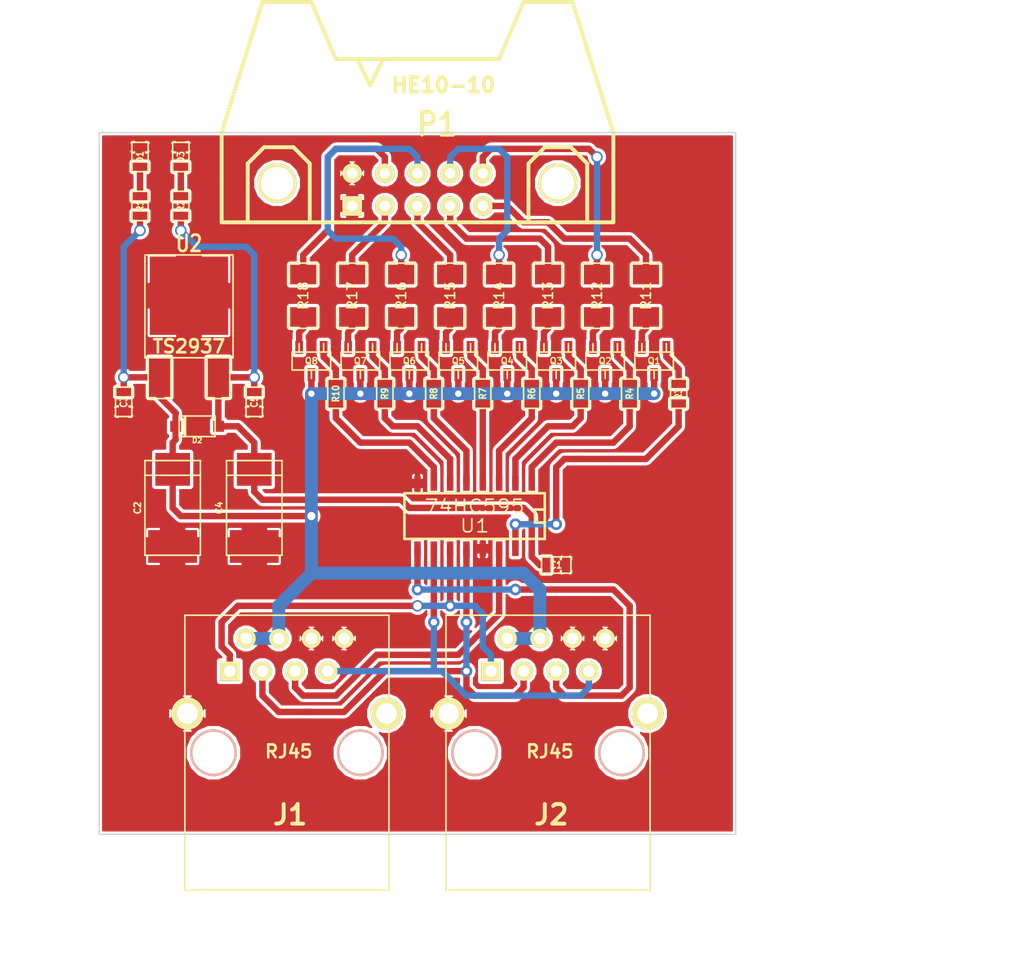
<source format=kicad_pcb>
(kicad_pcb (version 3) (host pcbnew "(2013-may-18)-stable")

  (general
    (links 81)
    (no_connects 0)
    (area 91.974999 23.723599 175.639999 101.76)
    (thickness 1.6)
    (drawings 11)
    (tracks 291)
    (zones 0)
    (modules 39)
    (nets 43)
  )

  (page A3)
  (layers
    (15 F.Cu signal)
    (0 B.Cu signal)
    (16 B.Adhes user)
    (17 F.Adhes user)
    (18 B.Paste user)
    (19 F.Paste user)
    (20 B.SilkS user)
    (21 F.SilkS user)
    (22 B.Mask user)
    (23 F.Mask user)
    (24 Dwgs.User user)
    (25 Cmts.User user)
    (26 Eco1.User user)
    (27 Eco2.User user)
    (28 Edge.Cuts user)
  )

  (setup
    (last_trace_width 0.5)
    (user_trace_width 0.3)
    (user_trace_width 0.5)
    (user_trace_width 1)
    (user_trace_width 1.5)
    (trace_clearance 0.254)
    (zone_clearance 0.17018)
    (zone_45_only no)
    (trace_min 0.254)
    (segment_width 0.2)
    (edge_width 0.1)
    (via_size 0.889)
    (via_drill 0.635)
    (via_min_size 0.889)
    (via_min_drill 0.508)
    (user_via 0.9 0.5)
    (uvia_size 0.508)
    (uvia_drill 0.127)
    (uvias_allowed no)
    (uvia_min_size 0.508)
    (uvia_min_drill 0.127)
    (pcb_text_width 0.3)
    (pcb_text_size 1.5 1.5)
    (mod_edge_width 0.15)
    (mod_text_size 1 1)
    (mod_text_width 0.15)
    (pad_size 2 2)
    (pad_drill 0.89916)
    (pad_to_mask_clearance 0)
    (aux_axis_origin 0 0)
    (visible_elements FFFFFFBF)
    (pcbplotparams
      (layerselection 3178497)
      (usegerberextensions true)
      (excludeedgelayer true)
      (linewidth 0.150000)
      (plotframeref false)
      (viasonmask false)
      (mode 1)
      (useauxorigin false)
      (hpglpennumber 1)
      (hpglpenspeed 20)
      (hpglpendiameter 15)
      (hpglpenoverlay 2)
      (psnegative false)
      (psa4output false)
      (plotreference true)
      (plotvalue true)
      (plotothertext true)
      (plotinvisibletext false)
      (padsonsilk false)
      (subtractmaskfromsilk false)
      (outputformat 1)
      (mirror false)
      (drillshape 1)
      (scaleselection 1)
      (outputdirectory ""))
  )

  (net 0 "")
  (net 1 +24V)
  (net 2 +5V)
  (net 3 Clock)
  (net 4 Data_In)
  (net 5 Data_Out)
  (net 6 Enable)
  (net 7 FET_1)
  (net 8 FET_2)
  (net 9 FET_3)
  (net 10 FET_4)
  (net 11 FET_5)
  (net 12 FET_6)
  (net 13 FET_7)
  (net 14 FET_8)
  (net 15 GND)
  (net 16 N-000001)
  (net 17 N-0000010)
  (net 18 N-0000011)
  (net 19 N-0000021)
  (net 20 N-0000022)
  (net 21 N-0000024)
  (net 22 N-0000026)
  (net 23 N-000003)
  (net 24 N-0000033)
  (net 25 N-0000034)
  (net 26 N-0000036)
  (net 27 N-0000037)
  (net 28 N-000004)
  (net 29 N-0000041)
  (net 30 N-0000042)
  (net 31 N-000005)
  (net 32 N-000007)
  (net 33 N-000009)
  (net 34 Reset)
  (net 35 SEG_1)
  (net 36 SEG_2)
  (net 37 SEG_3)
  (net 38 SEG_4)
  (net 39 SEG_5)
  (net 40 SEG_6)
  (net 41 SEG_7)
  (net 42 SEG_8)

  (net_class Default "This is the default net class."
    (clearance 0.254)
    (trace_width 0.254)
    (via_dia 0.889)
    (via_drill 0.635)
    (uvia_dia 0.508)
    (uvia_drill 0.127)
    (add_net "")
    (add_net +24V)
    (add_net +5V)
    (add_net Clock)
    (add_net Data_In)
    (add_net Data_Out)
    (add_net Enable)
    (add_net FET_1)
    (add_net FET_2)
    (add_net FET_3)
    (add_net FET_4)
    (add_net FET_5)
    (add_net FET_6)
    (add_net FET_7)
    (add_net FET_8)
    (add_net GND)
    (add_net N-000001)
    (add_net N-0000010)
    (add_net N-0000011)
    (add_net N-0000021)
    (add_net N-0000022)
    (add_net N-0000024)
    (add_net N-0000026)
    (add_net N-000003)
    (add_net N-0000033)
    (add_net N-0000034)
    (add_net N-0000036)
    (add_net N-0000037)
    (add_net N-000004)
    (add_net N-0000041)
    (add_net N-0000042)
    (add_net N-000005)
    (add_net N-000007)
    (add_net N-000009)
    (add_net Reset)
    (add_net SEG_1)
    (add_net SEG_2)
    (add_net SEG_3)
    (add_net SEG_4)
    (add_net SEG_5)
    (add_net SEG_6)
    (add_net SEG_7)
    (add_net SEG_8)
  )

  (module c_tant_D (layer F.Cu) (tedit 4D5D91AD) (tstamp 52E42B13)
    (at 111.76 63.5 90)
    (descr "SMT capacitor, tantalum size D")
    (path /52DC3510)
    (fp_text reference C4 (at 0 -2.7305 90) (layer F.SilkS)
      (effects (font (size 0.50038 0.50038) (thickness 0.11938)))
    )
    (fp_text value 10uF (at 0 2.7305 90) (layer F.SilkS) hide
      (effects (font (size 0.50038 0.50038) (thickness 0.11938)))
    )
    (fp_line (start 2.54 -2.159) (end 2.54 2.159) (layer F.SilkS) (width 0.127))
    (fp_line (start -3.683 -2.159) (end -3.683 2.159) (layer F.SilkS) (width 0.127))
    (fp_line (start -3.683 2.159) (end 3.683 2.159) (layer F.SilkS) (width 0.127))
    (fp_line (start 3.683 2.159) (end 3.683 -2.159) (layer F.SilkS) (width 0.127))
    (fp_line (start 3.683 -2.159) (end -3.683 -2.159) (layer F.SilkS) (width 0.127))
    (pad 1 smd rect (at 2.99974 0 90) (size 2.55016 2.70002)
      (layers F.Cu F.Paste F.Mask)
      (net 2 +5V)
    )
    (pad 2 smd rect (at -2.99974 0 90) (size 2.55016 3.79984)
      (layers F.Cu F.Paste F.Mask)
      (net 15 GND)
    )
    (model smd/capacitors/c_tant_D.wrl
      (at (xyz 0 0 0))
      (scale (xyz 1 1 1))
      (rotate (xyz 0 0 0))
    )
  )

  (module sot23 (layer F.Cu) (tedit 50BDE8CE) (tstamp 52E42933)
    (at 120.015 52.07 180)
    (descr SOT23)
    (path /52E44D4C)
    (attr smd)
    (fp_text reference Q7 (at 0 0 180) (layer F.SilkS)
      (effects (font (size 0.50038 0.50038) (thickness 0.09906)))
    )
    (fp_text value NDS355 (at 0 0.09906 180) (layer F.SilkS) hide
      (effects (font (size 0.50038 0.50038) (thickness 0.09906)))
    )
    (fp_line (start 0.9525 0.6985) (end 0.9525 1.3589) (layer F.SilkS) (width 0.127))
    (fp_line (start -0.9525 0.6985) (end -0.9525 1.3589) (layer F.SilkS) (width 0.127))
    (fp_line (start 0 -0.6985) (end 0 -1.3589) (layer F.SilkS) (width 0.127))
    (fp_line (start -1.4986 -0.6985) (end 1.4986 -0.6985) (layer F.SilkS) (width 0.127))
    (fp_line (start 1.4986 -0.6985) (end 1.4986 0.6985) (layer F.SilkS) (width 0.127))
    (fp_line (start 1.4986 0.6985) (end -1.4986 0.6985) (layer F.SilkS) (width 0.127))
    (fp_line (start -1.4986 0.6985) (end -1.4986 -0.6985) (layer F.SilkS) (width 0.127))
    (pad 1 smd rect (at -0.9525 1.05664 180) (size 0.59944 1.00076)
      (layers F.Cu F.Paste F.Mask)
      (net 26 N-0000036)
    )
    (pad 2 smd rect (at 0 -1.05664 180) (size 0.59944 1.00076)
      (layers F.Cu F.Paste F.Mask)
      (net 1 +24V)
    )
    (pad 3 smd rect (at 0.9525 1.05664 180) (size 0.59944 1.00076)
      (layers F.Cu F.Paste F.Mask)
      (net 25 N-0000034)
    )
    (model smd/smd_transistors/sot23.wrl
      (at (xyz 0 0 0))
      (scale (xyz 1 1 1))
      (rotate (xyz 0 0 0))
    )
  )

  (module sot23 (layer F.Cu) (tedit 50BDE8CE) (tstamp 52E42941)
    (at 142.875 52.07 180)
    (descr SOT23)
    (path /52E44C4E)
    (attr smd)
    (fp_text reference Q1 (at 0 0 180) (layer F.SilkS)
      (effects (font (size 0.50038 0.50038) (thickness 0.09906)))
    )
    (fp_text value NDS355 (at 0 0.09906 180) (layer F.SilkS) hide
      (effects (font (size 0.50038 0.50038) (thickness 0.09906)))
    )
    (fp_line (start 0.9525 0.6985) (end 0.9525 1.3589) (layer F.SilkS) (width 0.127))
    (fp_line (start -0.9525 0.6985) (end -0.9525 1.3589) (layer F.SilkS) (width 0.127))
    (fp_line (start 0 -0.6985) (end 0 -1.3589) (layer F.SilkS) (width 0.127))
    (fp_line (start -1.4986 -0.6985) (end 1.4986 -0.6985) (layer F.SilkS) (width 0.127))
    (fp_line (start 1.4986 -0.6985) (end 1.4986 0.6985) (layer F.SilkS) (width 0.127))
    (fp_line (start 1.4986 0.6985) (end -1.4986 0.6985) (layer F.SilkS) (width 0.127))
    (fp_line (start -1.4986 0.6985) (end -1.4986 -0.6985) (layer F.SilkS) (width 0.127))
    (pad 1 smd rect (at -0.9525 1.05664 180) (size 0.59944 1.00076)
      (layers F.Cu F.Paste F.Mask)
      (net 19 N-0000021)
    )
    (pad 2 smd rect (at 0 -1.05664 180) (size 0.59944 1.00076)
      (layers F.Cu F.Paste F.Mask)
      (net 1 +24V)
    )
    (pad 3 smd rect (at 0.9525 1.05664 180) (size 0.59944 1.00076)
      (layers F.Cu F.Paste F.Mask)
      (net 18 N-0000011)
    )
    (model smd/smd_transistors/sot23.wrl
      (at (xyz 0 0 0))
      (scale (xyz 1 1 1))
      (rotate (xyz 0 0 0))
    )
  )

  (module sot23 (layer F.Cu) (tedit 50BDE8CE) (tstamp 52E4294F)
    (at 123.825 52.07 180)
    (descr SOT23)
    (path /52E44D46)
    (attr smd)
    (fp_text reference Q6 (at 0 0 180) (layer F.SilkS)
      (effects (font (size 0.50038 0.50038) (thickness 0.09906)))
    )
    (fp_text value NDS355 (at 0 0.09906 180) (layer F.SilkS) hide
      (effects (font (size 0.50038 0.50038) (thickness 0.09906)))
    )
    (fp_line (start 0.9525 0.6985) (end 0.9525 1.3589) (layer F.SilkS) (width 0.127))
    (fp_line (start -0.9525 0.6985) (end -0.9525 1.3589) (layer F.SilkS) (width 0.127))
    (fp_line (start 0 -0.6985) (end 0 -1.3589) (layer F.SilkS) (width 0.127))
    (fp_line (start -1.4986 -0.6985) (end 1.4986 -0.6985) (layer F.SilkS) (width 0.127))
    (fp_line (start 1.4986 -0.6985) (end 1.4986 0.6985) (layer F.SilkS) (width 0.127))
    (fp_line (start 1.4986 0.6985) (end -1.4986 0.6985) (layer F.SilkS) (width 0.127))
    (fp_line (start -1.4986 0.6985) (end -1.4986 -0.6985) (layer F.SilkS) (width 0.127))
    (pad 1 smd rect (at -0.9525 1.05664 180) (size 0.59944 1.00076)
      (layers F.Cu F.Paste F.Mask)
      (net 24 N-0000033)
    )
    (pad 2 smd rect (at 0 -1.05664 180) (size 0.59944 1.00076)
      (layers F.Cu F.Paste F.Mask)
      (net 1 +24V)
    )
    (pad 3 smd rect (at 0.9525 1.05664 180) (size 0.59944 1.00076)
      (layers F.Cu F.Paste F.Mask)
      (net 17 N-0000010)
    )
    (model smd/smd_transistors/sot23.wrl
      (at (xyz 0 0 0))
      (scale (xyz 1 1 1))
      (rotate (xyz 0 0 0))
    )
  )

  (module sot23 (layer F.Cu) (tedit 52E4446D) (tstamp 52E4295D)
    (at 139.065 52.07 180)
    (descr SOT23)
    (path /52E44D2E)
    (attr smd)
    (fp_text reference Q2 (at 0 0 180) (layer F.SilkS)
      (effects (font (size 0.50038 0.50038) (thickness 0.09906)))
    )
    (fp_text value NDS355 (at 0 0.09906 180) (layer F.SilkS) hide
      (effects (font (size 0.50038 0.50038) (thickness 0.09906)))
    )
    (fp_line (start 0.9525 0.6985) (end 0.9525 1.3589) (layer F.SilkS) (width 0.127))
    (fp_line (start -0.9525 0.6985) (end -0.9525 1.3589) (layer F.SilkS) (width 0.127))
    (fp_line (start 0 -0.6985) (end 0 -1.3589) (layer F.SilkS) (width 0.127))
    (fp_line (start -1.4986 -0.6985) (end 1.4986 -0.6985) (layer F.SilkS) (width 0.127))
    (fp_line (start 1.4986 -0.6985) (end 1.4986 0.6985) (layer F.SilkS) (width 0.127))
    (fp_line (start 1.4986 0.6985) (end -1.4986 0.6985) (layer F.SilkS) (width 0.127))
    (fp_line (start -1.4986 0.6985) (end -1.4986 -0.6985) (layer F.SilkS) (width 0.127))
    (pad 1 smd rect (at -0.9525 1.05664 180) (size 0.59944 1.00076)
      (layers F.Cu F.Paste F.Mask)
      (net 21 N-0000024)
    )
    (pad 2 smd rect (at 0 -1.05664 180) (size 0.59944 1.00076)
      (layers F.Cu F.Paste F.Mask)
      (net 1 +24V)
    )
    (pad 3 smd rect (at 0.9525 1.05664 180) (size 0.59944 1.00076)
      (layers F.Cu F.Paste F.Mask)
      (net 20 N-0000022)
    )
    (model smd/smd_transistors/sot23.wrl
      (at (xyz 0 0 0))
      (scale (xyz 1 1 1))
      (rotate (xyz 0 0 0))
    )
  )

  (module sot23 (layer F.Cu) (tedit 50BDE8CE) (tstamp 52E4296B)
    (at 116.205 52.07 180)
    (descr SOT23)
    (path /52E44D52)
    (attr smd)
    (fp_text reference Q8 (at 0 0 180) (layer F.SilkS)
      (effects (font (size 0.50038 0.50038) (thickness 0.09906)))
    )
    (fp_text value NDS355 (at 0 0.09906 180) (layer F.SilkS) hide
      (effects (font (size 0.50038 0.50038) (thickness 0.09906)))
    )
    (fp_line (start 0.9525 0.6985) (end 0.9525 1.3589) (layer F.SilkS) (width 0.127))
    (fp_line (start -0.9525 0.6985) (end -0.9525 1.3589) (layer F.SilkS) (width 0.127))
    (fp_line (start 0 -0.6985) (end 0 -1.3589) (layer F.SilkS) (width 0.127))
    (fp_line (start -1.4986 -0.6985) (end 1.4986 -0.6985) (layer F.SilkS) (width 0.127))
    (fp_line (start 1.4986 -0.6985) (end 1.4986 0.6985) (layer F.SilkS) (width 0.127))
    (fp_line (start 1.4986 0.6985) (end -1.4986 0.6985) (layer F.SilkS) (width 0.127))
    (fp_line (start -1.4986 0.6985) (end -1.4986 -0.6985) (layer F.SilkS) (width 0.127))
    (pad 1 smd rect (at -0.9525 1.05664 180) (size 0.59944 1.00076)
      (layers F.Cu F.Paste F.Mask)
      (net 22 N-0000026)
    )
    (pad 2 smd rect (at 0 -1.05664 180) (size 0.59944 1.00076)
      (layers F.Cu F.Paste F.Mask)
      (net 1 +24V)
    )
    (pad 3 smd rect (at 0.9525 1.05664 180) (size 0.59944 1.00076)
      (layers F.Cu F.Paste F.Mask)
      (net 27 N-0000037)
    )
    (model smd/smd_transistors/sot23.wrl
      (at (xyz 0 0 0))
      (scale (xyz 1 1 1))
      (rotate (xyz 0 0 0))
    )
  )

  (module sot23 (layer F.Cu) (tedit 50BDE8CE) (tstamp 52E42979)
    (at 135.255 52.07 180)
    (descr SOT23)
    (path /52E44D34)
    (attr smd)
    (fp_text reference Q3 (at 0 0 180) (layer F.SilkS)
      (effects (font (size 0.50038 0.50038) (thickness 0.09906)))
    )
    (fp_text value NDS355 (at 0 0.09906 180) (layer F.SilkS) hide
      (effects (font (size 0.50038 0.50038) (thickness 0.09906)))
    )
    (fp_line (start 0.9525 0.6985) (end 0.9525 1.3589) (layer F.SilkS) (width 0.127))
    (fp_line (start -0.9525 0.6985) (end -0.9525 1.3589) (layer F.SilkS) (width 0.127))
    (fp_line (start 0 -0.6985) (end 0 -1.3589) (layer F.SilkS) (width 0.127))
    (fp_line (start -1.4986 -0.6985) (end 1.4986 -0.6985) (layer F.SilkS) (width 0.127))
    (fp_line (start 1.4986 -0.6985) (end 1.4986 0.6985) (layer F.SilkS) (width 0.127))
    (fp_line (start 1.4986 0.6985) (end -1.4986 0.6985) (layer F.SilkS) (width 0.127))
    (fp_line (start -1.4986 0.6985) (end -1.4986 -0.6985) (layer F.SilkS) (width 0.127))
    (pad 1 smd rect (at -0.9525 1.05664 180) (size 0.59944 1.00076)
      (layers F.Cu F.Paste F.Mask)
      (net 28 N-000004)
    )
    (pad 2 smd rect (at 0 -1.05664 180) (size 0.59944 1.00076)
      (layers F.Cu F.Paste F.Mask)
      (net 1 +24V)
    )
    (pad 3 smd rect (at 0.9525 1.05664 180) (size 0.59944 1.00076)
      (layers F.Cu F.Paste F.Mask)
      (net 23 N-000003)
    )
    (model smd/smd_transistors/sot23.wrl
      (at (xyz 0 0 0))
      (scale (xyz 1 1 1))
      (rotate (xyz 0 0 0))
    )
  )

  (module sot23 (layer F.Cu) (tedit 50BDE8CE) (tstamp 52E42987)
    (at 131.445 52.07 180)
    (descr SOT23)
    (path /52E44D3A)
    (attr smd)
    (fp_text reference Q4 (at 0 0 180) (layer F.SilkS)
      (effects (font (size 0.50038 0.50038) (thickness 0.09906)))
    )
    (fp_text value NDS355 (at 0 0.09906 180) (layer F.SilkS) hide
      (effects (font (size 0.50038 0.50038) (thickness 0.09906)))
    )
    (fp_line (start 0.9525 0.6985) (end 0.9525 1.3589) (layer F.SilkS) (width 0.127))
    (fp_line (start -0.9525 0.6985) (end -0.9525 1.3589) (layer F.SilkS) (width 0.127))
    (fp_line (start 0 -0.6985) (end 0 -1.3589) (layer F.SilkS) (width 0.127))
    (fp_line (start -1.4986 -0.6985) (end 1.4986 -0.6985) (layer F.SilkS) (width 0.127))
    (fp_line (start 1.4986 -0.6985) (end 1.4986 0.6985) (layer F.SilkS) (width 0.127))
    (fp_line (start 1.4986 0.6985) (end -1.4986 0.6985) (layer F.SilkS) (width 0.127))
    (fp_line (start -1.4986 0.6985) (end -1.4986 -0.6985) (layer F.SilkS) (width 0.127))
    (pad 1 smd rect (at -0.9525 1.05664 180) (size 0.59944 1.00076)
      (layers F.Cu F.Paste F.Mask)
      (net 16 N-000001)
    )
    (pad 2 smd rect (at 0 -1.05664 180) (size 0.59944 1.00076)
      (layers F.Cu F.Paste F.Mask)
      (net 1 +24V)
    )
    (pad 3 smd rect (at 0.9525 1.05664 180) (size 0.59944 1.00076)
      (layers F.Cu F.Paste F.Mask)
      (net 31 N-000005)
    )
    (model smd/smd_transistors/sot23.wrl
      (at (xyz 0 0 0))
      (scale (xyz 1 1 1))
      (rotate (xyz 0 0 0))
    )
  )

  (module sot23 (layer F.Cu) (tedit 50BDE8CE) (tstamp 52E42995)
    (at 127.635 52.07 180)
    (descr SOT23)
    (path /52E44D40)
    (attr smd)
    (fp_text reference Q5 (at 0 0 180) (layer F.SilkS)
      (effects (font (size 0.50038 0.50038) (thickness 0.09906)))
    )
    (fp_text value NDS355 (at 0 0.09906 180) (layer F.SilkS) hide
      (effects (font (size 0.50038 0.50038) (thickness 0.09906)))
    )
    (fp_line (start 0.9525 0.6985) (end 0.9525 1.3589) (layer F.SilkS) (width 0.127))
    (fp_line (start -0.9525 0.6985) (end -0.9525 1.3589) (layer F.SilkS) (width 0.127))
    (fp_line (start 0 -0.6985) (end 0 -1.3589) (layer F.SilkS) (width 0.127))
    (fp_line (start -1.4986 -0.6985) (end 1.4986 -0.6985) (layer F.SilkS) (width 0.127))
    (fp_line (start 1.4986 -0.6985) (end 1.4986 0.6985) (layer F.SilkS) (width 0.127))
    (fp_line (start 1.4986 0.6985) (end -1.4986 0.6985) (layer F.SilkS) (width 0.127))
    (fp_line (start -1.4986 0.6985) (end -1.4986 -0.6985) (layer F.SilkS) (width 0.127))
    (pad 1 smd rect (at -0.9525 1.05664 180) (size 0.59944 1.00076)
      (layers F.Cu F.Paste F.Mask)
      (net 33 N-000009)
    )
    (pad 2 smd rect (at 0 -1.05664 180) (size 0.59944 1.00076)
      (layers F.Cu F.Paste F.Mask)
      (net 1 +24V)
    )
    (pad 3 smd rect (at 0.9525 1.05664 180) (size 0.59944 1.00076)
      (layers F.Cu F.Paste F.Mask)
      (net 32 N-000007)
    )
    (model smd/smd_transistors/sot23.wrl
      (at (xyz 0 0 0))
      (scale (xyz 1 1 1))
      (rotate (xyz 0 0 0))
    )
  )

  (module sod123 (layer F.Cu) (tedit 4F3CBC93) (tstamp 52E429A1)
    (at 107.315 57.15 180)
    (descr SOD123)
    (path /52E410B2)
    (fp_text reference D2 (at 0 -1.09982 180) (layer F.SilkS)
      (effects (font (size 0.39878 0.39878) (thickness 0.09906)))
    )
    (fp_text value BAT42W (at 0 1.19888 180) (layer F.SilkS) hide
      (effects (font (size 0.39878 0.39878) (thickness 0.09906)))
    )
    (fp_line (start 0.89916 0.8001) (end 0.89916 -0.8001) (layer F.SilkS) (width 0.127))
    (fp_line (start 1.00076 -0.8001) (end 1.00076 0.8001) (layer F.SilkS) (width 0.127))
    (fp_line (start -1.39954 -0.8001) (end 1.39954 -0.8001) (layer F.SilkS) (width 0.127))
    (fp_line (start 1.39954 -0.8001) (end 1.39954 0.8001) (layer F.SilkS) (width 0.127))
    (fp_line (start 1.39954 0.8001) (end -1.39954 0.8001) (layer F.SilkS) (width 0.127))
    (fp_line (start -1.39954 0.8001) (end -1.39954 -0.8001) (layer F.SilkS) (width 0.127))
    (pad 2 smd rect (at 1.67386 0 180) (size 0.8509 0.8509)
      (layers F.Cu F.Paste F.Mask)
      (net 1 +24V)
    )
    (pad 1 smd rect (at -1.67386 0 180) (size 0.8509 0.8509)
      (layers F.Cu F.Paste F.Mask)
      (net 2 +5V)
    )
    (model walter\smd_diode\sod123.wrl
      (at (xyz 0 0 0))
      (scale (xyz 1 1 1))
      (rotate (xyz 0 0 0))
    )
  )

  (module SO16E (layer F.Cu) (tedit 4280700D) (tstamp 52E429BC)
    (at 128.905 64.135 180)
    (descr "Module CMS SOJ 16 pins etroit")
    (tags "CMS SOJ")
    (path /52DC3814)
    (attr smd)
    (fp_text reference U1 (at 0 -0.762 180) (layer F.SilkS)
      (effects (font (size 1.016 1.143) (thickness 0.127)))
    )
    (fp_text value 74HC595 (at 0 0.762 180) (layer F.SilkS)
      (effects (font (size 1.016 1.143) (thickness 0.127)))
    )
    (fp_line (start -5.461 -1.778) (end 5.461 -1.778) (layer F.SilkS) (width 0.2032))
    (fp_line (start 5.461 -1.778) (end 5.461 1.778) (layer F.SilkS) (width 0.2032))
    (fp_line (start 5.461 1.778) (end -5.461 1.778) (layer F.SilkS) (width 0.2032))
    (fp_line (start -5.461 1.778) (end -5.461 -1.778) (layer F.SilkS) (width 0.2032))
    (fp_line (start -5.461 -0.508) (end -4.699 -0.508) (layer F.SilkS) (width 0.2032))
    (fp_line (start -4.699 -0.508) (end -4.699 0.508) (layer F.SilkS) (width 0.2032))
    (fp_line (start -4.699 0.508) (end -5.461 0.508) (layer F.SilkS) (width 0.2032))
    (pad 1 smd rect (at -4.445 2.54 180) (size 0.508 1.143)
      (layers F.Cu F.Paste F.Mask)
      (net 8 FET_2)
    )
    (pad 2 smd rect (at -3.175 2.54 180) (size 0.508 1.143)
      (layers F.Cu F.Paste F.Mask)
      (net 9 FET_3)
    )
    (pad 3 smd rect (at -1.905 2.54 180) (size 0.508 1.143)
      (layers F.Cu F.Paste F.Mask)
      (net 10 FET_4)
    )
    (pad 4 smd rect (at -0.635 2.54 180) (size 0.508 1.143)
      (layers F.Cu F.Paste F.Mask)
      (net 11 FET_5)
    )
    (pad 5 smd rect (at 0.635 2.54 180) (size 0.508 1.143)
      (layers F.Cu F.Paste F.Mask)
      (net 12 FET_6)
    )
    (pad 6 smd rect (at 1.905 2.54 180) (size 0.508 1.143)
      (layers F.Cu F.Paste F.Mask)
      (net 13 FET_7)
    )
    (pad 7 smd rect (at 3.175 2.54 180) (size 0.508 1.143)
      (layers F.Cu F.Paste F.Mask)
      (net 14 FET_8)
    )
    (pad 8 smd rect (at 4.445 2.54 180) (size 0.508 1.143)
      (layers F.Cu F.Paste F.Mask)
      (net 15 GND)
    )
    (pad 9 smd rect (at 4.445 -2.54 180) (size 0.508 1.143)
      (layers F.Cu F.Paste F.Mask)
      (net 5 Data_Out)
    )
    (pad 10 smd rect (at 3.175 -2.54 180) (size 0.508 1.143)
      (layers F.Cu F.Paste F.Mask)
      (net 34 Reset)
    )
    (pad 11 smd rect (at 1.905 -2.54 180) (size 0.508 1.143)
      (layers F.Cu F.Paste F.Mask)
      (net 3 Clock)
    )
    (pad 12 smd rect (at 0.635 -2.54 180) (size 0.508 1.143)
      (layers F.Cu F.Paste F.Mask)
      (net 6 Enable)
    )
    (pad 13 smd rect (at -0.635 -2.54 180) (size 0.508 1.143)
      (layers F.Cu F.Paste F.Mask)
      (net 15 GND)
    )
    (pad 14 smd rect (at -1.905 -2.54 180) (size 0.508 1.143)
      (layers F.Cu F.Paste F.Mask)
      (net 4 Data_In)
    )
    (pad 15 smd rect (at -3.175 -2.54 180) (size 0.508 1.143)
      (layers F.Cu F.Paste F.Mask)
      (net 7 FET_1)
    )
    (pad 16 smd rect (at -4.445 -2.54 180) (size 0.508 1.143)
      (layers F.Cu F.Paste F.Mask)
      (net 2 +5V)
    )
    (model smd/cms_so16.wrl
      (at (xyz 0 0 0))
      (scale (xyz 0.5 0.3 0.5))
      (rotate (xyz 0 0 0))
    )
  )

  (module SM1206 (layer F.Cu) (tedit 42806E24) (tstamp 52E429C8)
    (at 130.81 46.99 90)
    (path /52DC421C)
    (attr smd)
    (fp_text reference R14 (at 0 0 90) (layer F.SilkS)
      (effects (font (size 0.762 0.762) (thickness 0.127)))
    )
    (fp_text value 160 (at 0 0 90) (layer F.SilkS) hide
      (effects (font (size 0.762 0.762) (thickness 0.127)))
    )
    (fp_line (start -2.54 -1.143) (end -2.54 1.143) (layer F.SilkS) (width 0.127))
    (fp_line (start -2.54 1.143) (end -0.889 1.143) (layer F.SilkS) (width 0.127))
    (fp_line (start 0.889 -1.143) (end 2.54 -1.143) (layer F.SilkS) (width 0.127))
    (fp_line (start 2.54 -1.143) (end 2.54 1.143) (layer F.SilkS) (width 0.127))
    (fp_line (start 2.54 1.143) (end 0.889 1.143) (layer F.SilkS) (width 0.127))
    (fp_line (start -0.889 -1.143) (end -2.54 -1.143) (layer F.SilkS) (width 0.127))
    (pad 1 smd rect (at -1.651 0 90) (size 1.524 2.032)
      (layers F.Cu F.Paste F.Mask)
      (net 31 N-000005)
    )
    (pad 2 smd rect (at 1.651 0 90) (size 1.524 2.032)
      (layers F.Cu F.Paste F.Mask)
      (net 38 SEG_4)
    )
    (model smd/chip_cms.wrl
      (at (xyz 0 0 0))
      (scale (xyz 0.17 0.16 0.16))
      (rotate (xyz 0 0 0))
    )
  )

  (module SM1206 (layer F.Cu) (tedit 52E44266) (tstamp 52E429D4)
    (at 123.19 46.99 90)
    (path /52DC41E6)
    (attr smd)
    (fp_text reference R16 (at 0 0 90) (layer F.SilkS)
      (effects (font (size 0.762 0.762) (thickness 0.127)))
    )
    (fp_text value 160 (at 0 0 90) (layer F.SilkS) hide
      (effects (font (size 0.762 0.762) (thickness 0.127)))
    )
    (fp_line (start -2.54 -1.143) (end -2.54 1.143) (layer F.SilkS) (width 0.127))
    (fp_line (start -2.54 1.143) (end -0.889 1.143) (layer F.SilkS) (width 0.127))
    (fp_line (start 0.889 -1.143) (end 2.54 -1.143) (layer F.SilkS) (width 0.127))
    (fp_line (start 2.54 -1.143) (end 2.54 1.143) (layer F.SilkS) (width 0.127))
    (fp_line (start 2.54 1.143) (end 0.889 1.143) (layer F.SilkS) (width 0.127))
    (fp_line (start -0.889 -1.143) (end -2.54 -1.143) (layer F.SilkS) (width 0.127))
    (pad 1 smd rect (at -1.651 0 90) (size 1.524 2.032)
      (layers F.Cu F.Paste F.Mask)
      (net 17 N-0000010)
    )
    (pad 2 smd rect (at 1.651 0 90) (size 1.524 2.032)
      (layers F.Cu F.Paste F.Mask)
      (net 40 SEG_6)
    )
    (model smd/chip_cms.wrl
      (at (xyz 0 0 0))
      (scale (xyz 0.17 0.16 0.16))
      (rotate (xyz 0 0 0))
    )
  )

  (module SM1206 (layer F.Cu) (tedit 42806E24) (tstamp 52E429E0)
    (at 127 46.99 90)
    (path /52DC4201)
    (attr smd)
    (fp_text reference R15 (at 0 0 90) (layer F.SilkS)
      (effects (font (size 0.762 0.762) (thickness 0.127)))
    )
    (fp_text value 160 (at 0 0 90) (layer F.SilkS) hide
      (effects (font (size 0.762 0.762) (thickness 0.127)))
    )
    (fp_line (start -2.54 -1.143) (end -2.54 1.143) (layer F.SilkS) (width 0.127))
    (fp_line (start -2.54 1.143) (end -0.889 1.143) (layer F.SilkS) (width 0.127))
    (fp_line (start 0.889 -1.143) (end 2.54 -1.143) (layer F.SilkS) (width 0.127))
    (fp_line (start 2.54 -1.143) (end 2.54 1.143) (layer F.SilkS) (width 0.127))
    (fp_line (start 2.54 1.143) (end 0.889 1.143) (layer F.SilkS) (width 0.127))
    (fp_line (start -0.889 -1.143) (end -2.54 -1.143) (layer F.SilkS) (width 0.127))
    (pad 1 smd rect (at -1.651 0 90) (size 1.524 2.032)
      (layers F.Cu F.Paste F.Mask)
      (net 32 N-000007)
    )
    (pad 2 smd rect (at 1.651 0 90) (size 1.524 2.032)
      (layers F.Cu F.Paste F.Mask)
      (net 39 SEG_5)
    )
    (model smd/chip_cms.wrl
      (at (xyz 0 0 0))
      (scale (xyz 0.17 0.16 0.16))
      (rotate (xyz 0 0 0))
    )
  )

  (module SM1206 (layer F.Cu) (tedit 52E442F3) (tstamp 52E429EC)
    (at 119.38 46.99 90)
    (path /52DC41CB)
    (attr smd)
    (fp_text reference R17 (at 0 0 90) (layer F.SilkS)
      (effects (font (size 0.762 0.762) (thickness 0.127)))
    )
    (fp_text value 470 (at 0 0 90) (layer F.SilkS) hide
      (effects (font (size 0.762 0.762) (thickness 0.127)))
    )
    (fp_line (start -2.54 -1.143) (end -2.54 1.143) (layer F.SilkS) (width 0.127))
    (fp_line (start -2.54 1.143) (end -0.889 1.143) (layer F.SilkS) (width 0.127))
    (fp_line (start 0.889 -1.143) (end 2.54 -1.143) (layer F.SilkS) (width 0.127))
    (fp_line (start 2.54 -1.143) (end 2.54 1.143) (layer F.SilkS) (width 0.127))
    (fp_line (start 2.54 1.143) (end 0.889 1.143) (layer F.SilkS) (width 0.127))
    (fp_line (start -0.889 -1.143) (end -2.54 -1.143) (layer F.SilkS) (width 0.127))
    (pad 1 smd rect (at -1.651 0 90) (size 1.524 2.032)
      (layers F.Cu F.Paste F.Mask)
      (net 25 N-0000034)
    )
    (pad 2 smd rect (at 1.651 0 90) (size 1.524 2.032)
      (layers F.Cu F.Paste F.Mask)
      (net 41 SEG_7)
    )
    (model smd/chip_cms.wrl
      (at (xyz 0 0 0))
      (scale (xyz 0.17 0.16 0.16))
      (rotate (xyz 0 0 0))
    )
  )

  (module SM1206 (layer F.Cu) (tedit 42806E24) (tstamp 52E429F8)
    (at 134.62 46.99 90)
    (path /52DC4237)
    (attr smd)
    (fp_text reference R13 (at 0 0 90) (layer F.SilkS)
      (effects (font (size 0.762 0.762) (thickness 0.127)))
    )
    (fp_text value 160 (at 0 0 90) (layer F.SilkS) hide
      (effects (font (size 0.762 0.762) (thickness 0.127)))
    )
    (fp_line (start -2.54 -1.143) (end -2.54 1.143) (layer F.SilkS) (width 0.127))
    (fp_line (start -2.54 1.143) (end -0.889 1.143) (layer F.SilkS) (width 0.127))
    (fp_line (start 0.889 -1.143) (end 2.54 -1.143) (layer F.SilkS) (width 0.127))
    (fp_line (start 2.54 -1.143) (end 2.54 1.143) (layer F.SilkS) (width 0.127))
    (fp_line (start 2.54 1.143) (end 0.889 1.143) (layer F.SilkS) (width 0.127))
    (fp_line (start -0.889 -1.143) (end -2.54 -1.143) (layer F.SilkS) (width 0.127))
    (pad 1 smd rect (at -1.651 0 90) (size 1.524 2.032)
      (layers F.Cu F.Paste F.Mask)
      (net 23 N-000003)
    )
    (pad 2 smd rect (at 1.651 0 90) (size 1.524 2.032)
      (layers F.Cu F.Paste F.Mask)
      (net 37 SEG_3)
    )
    (model smd/chip_cms.wrl
      (at (xyz 0 0 0))
      (scale (xyz 0.17 0.16 0.16))
      (rotate (xyz 0 0 0))
    )
  )

  (module SM1206 (layer F.Cu) (tedit 42806E24) (tstamp 52E42A04)
    (at 138.43 46.99 90)
    (path /52DC4252)
    (attr smd)
    (fp_text reference R12 (at 0 0 90) (layer F.SilkS)
      (effects (font (size 0.762 0.762) (thickness 0.127)))
    )
    (fp_text value 160 (at 0 0 90) (layer F.SilkS) hide
      (effects (font (size 0.762 0.762) (thickness 0.127)))
    )
    (fp_line (start -2.54 -1.143) (end -2.54 1.143) (layer F.SilkS) (width 0.127))
    (fp_line (start -2.54 1.143) (end -0.889 1.143) (layer F.SilkS) (width 0.127))
    (fp_line (start 0.889 -1.143) (end 2.54 -1.143) (layer F.SilkS) (width 0.127))
    (fp_line (start 2.54 -1.143) (end 2.54 1.143) (layer F.SilkS) (width 0.127))
    (fp_line (start 2.54 1.143) (end 0.889 1.143) (layer F.SilkS) (width 0.127))
    (fp_line (start -0.889 -1.143) (end -2.54 -1.143) (layer F.SilkS) (width 0.127))
    (pad 1 smd rect (at -1.651 0 90) (size 1.524 2.032)
      (layers F.Cu F.Paste F.Mask)
      (net 20 N-0000022)
    )
    (pad 2 smd rect (at 1.651 0 90) (size 1.524 2.032)
      (layers F.Cu F.Paste F.Mask)
      (net 36 SEG_2)
    )
    (model smd/chip_cms.wrl
      (at (xyz 0 0 0))
      (scale (xyz 0.17 0.16 0.16))
      (rotate (xyz 0 0 0))
    )
  )

  (module SM1206 (layer F.Cu) (tedit 52E4420D) (tstamp 52E42A10)
    (at 142.24 46.99 90)
    (path /52DC426D)
    (attr smd)
    (fp_text reference R11 (at 0 0 90) (layer F.SilkS)
      (effects (font (size 0.762 0.762) (thickness 0.127)))
    )
    (fp_text value 160 (at 0 0 90) (layer F.SilkS) hide
      (effects (font (size 0.762 0.762) (thickness 0.127)))
    )
    (fp_line (start -2.54 -1.143) (end -2.54 1.143) (layer F.SilkS) (width 0.127))
    (fp_line (start -2.54 1.143) (end -0.889 1.143) (layer F.SilkS) (width 0.127))
    (fp_line (start 0.889 -1.143) (end 2.54 -1.143) (layer F.SilkS) (width 0.127))
    (fp_line (start 2.54 -1.143) (end 2.54 1.143) (layer F.SilkS) (width 0.127))
    (fp_line (start 2.54 1.143) (end 0.889 1.143) (layer F.SilkS) (width 0.127))
    (fp_line (start -0.889 -1.143) (end -2.54 -1.143) (layer F.SilkS) (width 0.127))
    (pad 1 smd rect (at -1.651 0 90) (size 1.524 2.032)
      (layers F.Cu F.Paste F.Mask)
      (net 18 N-0000011)
    )
    (pad 2 smd rect (at 1.651 0 90) (size 1.524 2.032)
      (layers F.Cu F.Paste F.Mask)
      (net 35 SEG_1)
    )
    (model smd/chip_cms.wrl
      (at (xyz 0 0 0))
      (scale (xyz 0.17 0.16 0.16))
      (rotate (xyz 0 0 0))
    )
  )

  (module SM1206 (layer F.Cu) (tedit 42806E24) (tstamp 52E42A1C)
    (at 115.57 46.99 90)
    (path /52DC40ED)
    (attr smd)
    (fp_text reference R18 (at 0 0 90) (layer F.SilkS)
      (effects (font (size 0.762 0.762) (thickness 0.127)))
    )
    (fp_text value 470 (at 0 0 90) (layer F.SilkS) hide
      (effects (font (size 0.762 0.762) (thickness 0.127)))
    )
    (fp_line (start -2.54 -1.143) (end -2.54 1.143) (layer F.SilkS) (width 0.127))
    (fp_line (start -2.54 1.143) (end -0.889 1.143) (layer F.SilkS) (width 0.127))
    (fp_line (start 0.889 -1.143) (end 2.54 -1.143) (layer F.SilkS) (width 0.127))
    (fp_line (start 2.54 -1.143) (end 2.54 1.143) (layer F.SilkS) (width 0.127))
    (fp_line (start 2.54 1.143) (end 0.889 1.143) (layer F.SilkS) (width 0.127))
    (fp_line (start -0.889 -1.143) (end -2.54 -1.143) (layer F.SilkS) (width 0.127))
    (pad 1 smd rect (at -1.651 0 90) (size 1.524 2.032)
      (layers F.Cu F.Paste F.Mask)
      (net 27 N-0000037)
    )
    (pad 2 smd rect (at 1.651 0 90) (size 1.524 2.032)
      (layers F.Cu F.Paste F.Mask)
      (net 42 SEG_8)
    )
    (model smd/chip_cms.wrl
      (at (xyz 0 0 0))
      (scale (xyz 0.17 0.16 0.16))
      (rotate (xyz 0 0 0))
    )
  )

  (module SM0603 (layer F.Cu) (tedit 4E43A3D1) (tstamp 52E42A26)
    (at 106.045 40.005 90)
    (path /52DC367C)
    (attr smd)
    (fp_text reference R2 (at 0 0 90) (layer F.SilkS)
      (effects (font (size 0.508 0.4572) (thickness 0.1143)))
    )
    (fp_text value 1k (at 0 0 90) (layer F.SilkS) hide
      (effects (font (size 0.508 0.4572) (thickness 0.1143)))
    )
    (fp_line (start -1.143 -0.635) (end 1.143 -0.635) (layer F.SilkS) (width 0.127))
    (fp_line (start 1.143 -0.635) (end 1.143 0.635) (layer F.SilkS) (width 0.127))
    (fp_line (start 1.143 0.635) (end -1.143 0.635) (layer F.SilkS) (width 0.127))
    (fp_line (start -1.143 0.635) (end -1.143 -0.635) (layer F.SilkS) (width 0.127))
    (pad 1 smd rect (at -0.762 0 90) (size 0.635 1.143)
      (layers F.Cu F.Paste F.Mask)
      (net 2 +5V)
    )
    (pad 2 smd rect (at 0.762 0 90) (size 0.635 1.143)
      (layers F.Cu F.Paste F.Mask)
      (net 30 N-0000042)
    )
    (model smd\resistors\R0603.wrl
      (at (xyz 0 0 0.001))
      (scale (xyz 0.5 0.5 0.5))
      (rotate (xyz 0 0 0))
    )
  )

  (module SM0603 (layer F.Cu) (tedit 52E51C74) (tstamp 52E42A30)
    (at 144.78 54.61 270)
    (path /52DC4260)
    (attr smd)
    (fp_text reference R3 (at 0 0 270) (layer F.SilkS)
      (effects (font (size 0.508 0.4572) (thickness 0.1143)))
    )
    (fp_text value 200 (at 0 0 270) (layer F.SilkS) hide
      (effects (font (size 0.508 0.4572) (thickness 0.1143)))
    )
    (fp_line (start -1.143 -0.635) (end 1.143 -0.635) (layer F.SilkS) (width 0.127))
    (fp_line (start 1.143 -0.635) (end 1.143 0.635) (layer F.SilkS) (width 0.127))
    (fp_line (start 1.143 0.635) (end -1.143 0.635) (layer F.SilkS) (width 0.127))
    (fp_line (start -1.143 0.635) (end -1.143 -0.635) (layer F.SilkS) (width 0.127))
    (pad 1 smd rect (at -0.762 0 270) (size 0.635 1.143)
      (layers F.Cu F.Paste F.Mask)
      (net 19 N-0000021)
    )
    (pad 2 smd rect (at 0.762 0 270) (size 0.635 1.143)
      (layers F.Cu F.Paste F.Mask)
      (net 7 FET_1)
    )
    (model smd\resistors\R0603.wrl
      (at (xyz 0 0 0.001))
      (scale (xyz 0.5 0.5 0.5))
      (rotate (xyz 0 0 0))
    )
  )

  (module SM0603 (layer F.Cu) (tedit 52E44FB4) (tstamp 52E42A3A)
    (at 101.6 55.245 270)
    (path /52DC346F)
    (attr smd)
    (fp_text reference C3 (at 0 0 270) (layer F.SilkS)
      (effects (font (size 0.508 0.4572) (thickness 0.1143)))
    )
    (fp_text value 100nF (at 0 0 270) (layer F.SilkS) hide
      (effects (font (size 0.508 0.4572) (thickness 0.1143)))
    )
    (fp_line (start -1.143 -0.635) (end 1.143 -0.635) (layer F.SilkS) (width 0.127))
    (fp_line (start 1.143 -0.635) (end 1.143 0.635) (layer F.SilkS) (width 0.127))
    (fp_line (start 1.143 0.635) (end -1.143 0.635) (layer F.SilkS) (width 0.127))
    (fp_line (start -1.143 0.635) (end -1.143 -0.635) (layer F.SilkS) (width 0.127))
    (pad 1 smd rect (at -0.762 0 270) (size 0.635 1.143)
      (layers F.Cu F.Paste F.Mask)
      (net 1 +24V)
    )
    (pad 2 smd rect (at 0.762 0 270) (size 0.635 1.143)
      (layers F.Cu F.Paste F.Mask)
      (net 15 GND)
    )
    (model smd\resistors\R0603.wrl
      (at (xyz 0 0 0.001))
      (scale (xyz 0.5 0.5 0.5))
      (rotate (xyz 0 0 0))
    )
  )

  (module SM0603 (layer F.Cu) (tedit 4E43A3D1) (tstamp 52E42A44)
    (at 140.97 54.61 270)
    (path /52DC4245)
    (attr smd)
    (fp_text reference R4 (at 0 0 270) (layer F.SilkS)
      (effects (font (size 0.508 0.4572) (thickness 0.1143)))
    )
    (fp_text value 200 (at 0 0 270) (layer F.SilkS) hide
      (effects (font (size 0.508 0.4572) (thickness 0.1143)))
    )
    (fp_line (start -1.143 -0.635) (end 1.143 -0.635) (layer F.SilkS) (width 0.127))
    (fp_line (start 1.143 -0.635) (end 1.143 0.635) (layer F.SilkS) (width 0.127))
    (fp_line (start 1.143 0.635) (end -1.143 0.635) (layer F.SilkS) (width 0.127))
    (fp_line (start -1.143 0.635) (end -1.143 -0.635) (layer F.SilkS) (width 0.127))
    (pad 1 smd rect (at -0.762 0 270) (size 0.635 1.143)
      (layers F.Cu F.Paste F.Mask)
      (net 21 N-0000024)
    )
    (pad 2 smd rect (at 0.762 0 270) (size 0.635 1.143)
      (layers F.Cu F.Paste F.Mask)
      (net 8 FET_2)
    )
    (model smd\resistors\R0603.wrl
      (at (xyz 0 0 0.001))
      (scale (xyz 0.5 0.5 0.5))
      (rotate (xyz 0 0 0))
    )
  )

  (module SM0603 (layer F.Cu) (tedit 52E5237E) (tstamp 52E42A4E)
    (at 137.16 54.61 270)
    (path /52DC422A)
    (attr smd)
    (fp_text reference R5 (at 0 0 270) (layer F.SilkS)
      (effects (font (size 0.508 0.4572) (thickness 0.1143)))
    )
    (fp_text value 200 (at 0 0 270) (layer F.SilkS) hide
      (effects (font (size 0.508 0.4572) (thickness 0.1143)))
    )
    (fp_line (start -1.143 -0.635) (end 1.143 -0.635) (layer F.SilkS) (width 0.127))
    (fp_line (start 1.143 -0.635) (end 1.143 0.635) (layer F.SilkS) (width 0.127))
    (fp_line (start 1.143 0.635) (end -1.143 0.635) (layer F.SilkS) (width 0.127))
    (fp_line (start -1.143 0.635) (end -1.143 -0.635) (layer F.SilkS) (width 0.127))
    (pad 1 smd rect (at -0.762 0 270) (size 0.635 1.143)
      (layers F.Cu F.Paste F.Mask)
      (net 28 N-000004)
    )
    (pad 2 smd rect (at 0.762 0 270) (size 0.635 1.143)
      (layers F.Cu F.Paste F.Mask)
      (net 9 FET_3)
    )
    (model smd\resistors\R0603.wrl
      (at (xyz 0 0 0.001))
      (scale (xyz 0.5 0.5 0.5))
      (rotate (xyz 0 0 0))
    )
  )

  (module SM0603 (layer F.Cu) (tedit 4E43A3D1) (tstamp 52E42A58)
    (at 133.35 54.61 270)
    (path /52DC420F)
    (attr smd)
    (fp_text reference R6 (at 0 0 270) (layer F.SilkS)
      (effects (font (size 0.508 0.4572) (thickness 0.1143)))
    )
    (fp_text value 200 (at 0 0 270) (layer F.SilkS) hide
      (effects (font (size 0.508 0.4572) (thickness 0.1143)))
    )
    (fp_line (start -1.143 -0.635) (end 1.143 -0.635) (layer F.SilkS) (width 0.127))
    (fp_line (start 1.143 -0.635) (end 1.143 0.635) (layer F.SilkS) (width 0.127))
    (fp_line (start 1.143 0.635) (end -1.143 0.635) (layer F.SilkS) (width 0.127))
    (fp_line (start -1.143 0.635) (end -1.143 -0.635) (layer F.SilkS) (width 0.127))
    (pad 1 smd rect (at -0.762 0 270) (size 0.635 1.143)
      (layers F.Cu F.Paste F.Mask)
      (net 16 N-000001)
    )
    (pad 2 smd rect (at 0.762 0 270) (size 0.635 1.143)
      (layers F.Cu F.Paste F.Mask)
      (net 10 FET_4)
    )
    (model smd\resistors\R0603.wrl
      (at (xyz 0 0 0.001))
      (scale (xyz 0.5 0.5 0.5))
      (rotate (xyz 0 0 0))
    )
  )

  (module SM0603 (layer F.Cu) (tedit 4E43A3D1) (tstamp 52E42A62)
    (at 106.045 36.195 90)
    (path /52DC36E5)
    (attr smd)
    (fp_text reference D3 (at 0 0 90) (layer F.SilkS)
      (effects (font (size 0.508 0.4572) (thickness 0.1143)))
    )
    (fp_text value LED (at 0 0 90) (layer F.SilkS) hide
      (effects (font (size 0.508 0.4572) (thickness 0.1143)))
    )
    (fp_line (start -1.143 -0.635) (end 1.143 -0.635) (layer F.SilkS) (width 0.127))
    (fp_line (start 1.143 -0.635) (end 1.143 0.635) (layer F.SilkS) (width 0.127))
    (fp_line (start 1.143 0.635) (end -1.143 0.635) (layer F.SilkS) (width 0.127))
    (fp_line (start -1.143 0.635) (end -1.143 -0.635) (layer F.SilkS) (width 0.127))
    (pad 1 smd rect (at -0.762 0 90) (size 0.635 1.143)
      (layers F.Cu F.Paste F.Mask)
      (net 30 N-0000042)
    )
    (pad 2 smd rect (at 0.762 0 90) (size 0.635 1.143)
      (layers F.Cu F.Paste F.Mask)
      (net 15 GND)
    )
    (model smd\resistors\R0603.wrl
      (at (xyz 0 0 0.001))
      (scale (xyz 0.5 0.5 0.5))
      (rotate (xyz 0 0 0))
    )
  )

  (module SM0603 (layer F.Cu) (tedit 4E43A3D1) (tstamp 52E42A6C)
    (at 102.87 40.005 90)
    (path /52DC37A6)
    (attr smd)
    (fp_text reference R1 (at 0 0 90) (layer F.SilkS)
      (effects (font (size 0.508 0.4572) (thickness 0.1143)))
    )
    (fp_text value 1k (at 0 0 90) (layer F.SilkS) hide
      (effects (font (size 0.508 0.4572) (thickness 0.1143)))
    )
    (fp_line (start -1.143 -0.635) (end 1.143 -0.635) (layer F.SilkS) (width 0.127))
    (fp_line (start 1.143 -0.635) (end 1.143 0.635) (layer F.SilkS) (width 0.127))
    (fp_line (start 1.143 0.635) (end -1.143 0.635) (layer F.SilkS) (width 0.127))
    (fp_line (start -1.143 0.635) (end -1.143 -0.635) (layer F.SilkS) (width 0.127))
    (pad 1 smd rect (at -0.762 0 90) (size 0.635 1.143)
      (layers F.Cu F.Paste F.Mask)
      (net 1 +24V)
    )
    (pad 2 smd rect (at 0.762 0 90) (size 0.635 1.143)
      (layers F.Cu F.Paste F.Mask)
      (net 29 N-0000041)
    )
    (model smd\resistors\R0603.wrl
      (at (xyz 0 0 0.001))
      (scale (xyz 0.5 0.5 0.5))
      (rotate (xyz 0 0 0))
    )
  )

  (module SM0603 (layer F.Cu) (tedit 4E43A3D1) (tstamp 52E42A76)
    (at 129.54 54.61 270)
    (path /52DC41F4)
    (attr smd)
    (fp_text reference R7 (at 0 0 270) (layer F.SilkS)
      (effects (font (size 0.508 0.4572) (thickness 0.1143)))
    )
    (fp_text value 200 (at 0 0 270) (layer F.SilkS) hide
      (effects (font (size 0.508 0.4572) (thickness 0.1143)))
    )
    (fp_line (start -1.143 -0.635) (end 1.143 -0.635) (layer F.SilkS) (width 0.127))
    (fp_line (start 1.143 -0.635) (end 1.143 0.635) (layer F.SilkS) (width 0.127))
    (fp_line (start 1.143 0.635) (end -1.143 0.635) (layer F.SilkS) (width 0.127))
    (fp_line (start -1.143 0.635) (end -1.143 -0.635) (layer F.SilkS) (width 0.127))
    (pad 1 smd rect (at -0.762 0 270) (size 0.635 1.143)
      (layers F.Cu F.Paste F.Mask)
      (net 33 N-000009)
    )
    (pad 2 smd rect (at 0.762 0 270) (size 0.635 1.143)
      (layers F.Cu F.Paste F.Mask)
      (net 11 FET_5)
    )
    (model smd\resistors\R0603.wrl
      (at (xyz 0 0 0.001))
      (scale (xyz 0.5 0.5 0.5))
      (rotate (xyz 0 0 0))
    )
  )

  (module SM0603 (layer F.Cu) (tedit 4E43A3D1) (tstamp 52E42A80)
    (at 102.87 36.195 90)
    (path /52DC37AD)
    (attr smd)
    (fp_text reference D1 (at 0 0 90) (layer F.SilkS)
      (effects (font (size 0.508 0.4572) (thickness 0.1143)))
    )
    (fp_text value LED (at 0 0 90) (layer F.SilkS) hide
      (effects (font (size 0.508 0.4572) (thickness 0.1143)))
    )
    (fp_line (start -1.143 -0.635) (end 1.143 -0.635) (layer F.SilkS) (width 0.127))
    (fp_line (start 1.143 -0.635) (end 1.143 0.635) (layer F.SilkS) (width 0.127))
    (fp_line (start 1.143 0.635) (end -1.143 0.635) (layer F.SilkS) (width 0.127))
    (fp_line (start -1.143 0.635) (end -1.143 -0.635) (layer F.SilkS) (width 0.127))
    (pad 1 smd rect (at -0.762 0 90) (size 0.635 1.143)
      (layers F.Cu F.Paste F.Mask)
      (net 29 N-0000041)
    )
    (pad 2 smd rect (at 0.762 0 90) (size 0.635 1.143)
      (layers F.Cu F.Paste F.Mask)
      (net 15 GND)
    )
    (model smd\resistors\R0603.wrl
      (at (xyz 0 0 0.001))
      (scale (xyz 0.5 0.5 0.5))
      (rotate (xyz 0 0 0))
    )
  )

  (module SM0603 (layer F.Cu) (tedit 52E575E7) (tstamp 52E42A8A)
    (at 135.255 67.945)
    (path /52DC3C4B)
    (attr smd)
    (fp_text reference C1 (at 0 0) (layer F.SilkS)
      (effects (font (size 0.508 0.4572) (thickness 0.1143)))
    )
    (fp_text value 100n (at 0 0) (layer F.SilkS) hide
      (effects (font (size 0.508 0.4572) (thickness 0.1143)))
    )
    (fp_line (start -1.143 -0.635) (end 1.143 -0.635) (layer F.SilkS) (width 0.127))
    (fp_line (start 1.143 -0.635) (end 1.143 0.635) (layer F.SilkS) (width 0.127))
    (fp_line (start 1.143 0.635) (end -1.143 0.635) (layer F.SilkS) (width 0.127))
    (fp_line (start -1.143 0.635) (end -1.143 -0.635) (layer F.SilkS) (width 0.127))
    (pad 1 smd rect (at -0.762 0) (size 0.635 1.143)
      (layers F.Cu F.Paste F.Mask)
      (net 2 +5V)
    )
    (pad 2 smd rect (at 0.762 0) (size 0.635 1.143)
      (layers F.Cu F.Paste F.Mask)
      (net 15 GND)
    )
    (model smd\resistors\R0603.wrl
      (at (xyz 0 0 0.001))
      (scale (xyz 0.5 0.5 0.5))
      (rotate (xyz 0 0 0))
    )
  )

  (module SM0603 (layer F.Cu) (tedit 52E5238A) (tstamp 52E42A94)
    (at 125.73 54.61 270)
    (path /52DC41D9)
    (attr smd)
    (fp_text reference R8 (at 0 0 270) (layer F.SilkS)
      (effects (font (size 0.508 0.4572) (thickness 0.1143)))
    )
    (fp_text value 200 (at 0 0 270) (layer F.SilkS) hide
      (effects (font (size 0.508 0.4572) (thickness 0.1143)))
    )
    (fp_line (start -1.143 -0.635) (end 1.143 -0.635) (layer F.SilkS) (width 0.127))
    (fp_line (start 1.143 -0.635) (end 1.143 0.635) (layer F.SilkS) (width 0.127))
    (fp_line (start 1.143 0.635) (end -1.143 0.635) (layer F.SilkS) (width 0.127))
    (fp_line (start -1.143 0.635) (end -1.143 -0.635) (layer F.SilkS) (width 0.127))
    (pad 1 smd rect (at -0.762 0 270) (size 0.635 1.143)
      (layers F.Cu F.Paste F.Mask)
      (net 24 N-0000033)
    )
    (pad 2 smd rect (at 0.762 0 270) (size 0.635 1.143)
      (layers F.Cu F.Paste F.Mask)
      (net 12 FET_6)
    )
    (model smd\resistors\R0603.wrl
      (at (xyz 0 0 0.001))
      (scale (xyz 0.5 0.5 0.5))
      (rotate (xyz 0 0 0))
    )
  )

  (module SM0603 (layer F.Cu) (tedit 4E43A3D1) (tstamp 52E42A9E)
    (at 118.11 54.61 270)
    (path /52DC3E80)
    (attr smd)
    (fp_text reference R10 (at 0 0 270) (layer F.SilkS)
      (effects (font (size 0.508 0.4572) (thickness 0.1143)))
    )
    (fp_text value 200 (at 0 0 270) (layer F.SilkS) hide
      (effects (font (size 0.508 0.4572) (thickness 0.1143)))
    )
    (fp_line (start -1.143 -0.635) (end 1.143 -0.635) (layer F.SilkS) (width 0.127))
    (fp_line (start 1.143 -0.635) (end 1.143 0.635) (layer F.SilkS) (width 0.127))
    (fp_line (start 1.143 0.635) (end -1.143 0.635) (layer F.SilkS) (width 0.127))
    (fp_line (start -1.143 0.635) (end -1.143 -0.635) (layer F.SilkS) (width 0.127))
    (pad 1 smd rect (at -0.762 0 270) (size 0.635 1.143)
      (layers F.Cu F.Paste F.Mask)
      (net 22 N-0000026)
    )
    (pad 2 smd rect (at 0.762 0 270) (size 0.635 1.143)
      (layers F.Cu F.Paste F.Mask)
      (net 14 FET_8)
    )
    (model smd\resistors\R0603.wrl
      (at (xyz 0 0 0.001))
      (scale (xyz 0.5 0.5 0.5))
      (rotate (xyz 0 0 0))
    )
  )

  (module SM0603 (layer F.Cu) (tedit 4E43A3D1) (tstamp 52E42AA8)
    (at 121.92 54.61 270)
    (path /52DC41BE)
    (attr smd)
    (fp_text reference R9 (at 0 0 270) (layer F.SilkS)
      (effects (font (size 0.508 0.4572) (thickness 0.1143)))
    )
    (fp_text value 200 (at 0 0 270) (layer F.SilkS) hide
      (effects (font (size 0.508 0.4572) (thickness 0.1143)))
    )
    (fp_line (start -1.143 -0.635) (end 1.143 -0.635) (layer F.SilkS) (width 0.127))
    (fp_line (start 1.143 -0.635) (end 1.143 0.635) (layer F.SilkS) (width 0.127))
    (fp_line (start 1.143 0.635) (end -1.143 0.635) (layer F.SilkS) (width 0.127))
    (fp_line (start -1.143 0.635) (end -1.143 -0.635) (layer F.SilkS) (width 0.127))
    (pad 1 smd rect (at -0.762 0 270) (size 0.635 1.143)
      (layers F.Cu F.Paste F.Mask)
      (net 26 N-0000036)
    )
    (pad 2 smd rect (at 0.762 0 270) (size 0.635 1.143)
      (layers F.Cu F.Paste F.Mask)
      (net 13 FET_7)
    )
    (model smd\resistors\R0603.wrl
      (at (xyz 0 0 0.001))
      (scale (xyz 0.5 0.5 0.5))
      (rotate (xyz 0 0 0))
    )
  )

  (module RJ45_MEBP_8-8G (layer F.Cu) (tedit 52DEE714) (tstamp 52E42ABC)
    (at 114.3 82.55)
    (tags RJ45)
    (path /52DC23CC)
    (fp_text reference J1 (at 0.254 4.826) (layer F.SilkS)
      (effects (font (size 1.524 1.524) (thickness 0.3048)))
    )
    (fp_text value RJ45 (at 0.14224 -0.1016) (layer F.SilkS)
      (effects (font (size 1.00076 1.00076) (thickness 0.2032)))
    )
    (fp_line (start -7.94 10.7) (end 7.94 10.7) (layer F.SilkS) (width 0.127))
    (fp_line (start 7.94 10.7) (end 7.94 -10.7) (layer F.SilkS) (width 0.127))
    (fp_line (start 7.94 -10.7) (end -7.94 -10.7) (layer F.SilkS) (width 0.127))
    (fp_line (start -7.94 -10.7) (end -7.94 10.7) (layer F.SilkS) (width 0.127))
    (pad "" np_thru_hole circle (at 5.715 0) (size 3.64998 3.64998) (drill 3.2512)
      (layers *.Cu *.SilkS *.Mask)
    )
    (pad "" np_thru_hole circle (at -5.715 0) (size 3.64998 3.64998) (drill 3.2512)
      (layers *.Cu *.SilkS *.Mask)
    )
    (pad 1 thru_hole rect (at -4.445 -6.35) (size 1.50114 1.50114) (drill 0.89916)
      (layers *.Cu *.Mask F.SilkS)
      (net 3 Clock)
    )
    (pad 2 thru_hole circle (at -3.175 -8.89) (size 1.50114 1.50114) (drill 0.89916)
      (layers *.Cu *.Mask F.SilkS)
      (net 1 +24V)
    )
    (pad 3 thru_hole circle (at -1.905 -6.35) (size 1.50114 1.50114) (drill 0.89916)
      (layers *.Cu *.Mask F.SilkS)
      (net 6 Enable)
    )
    (pad 4 thru_hole circle (at -0.635 -8.89) (size 1.50114 1.50114) (drill 0.89916)
      (layers *.Cu *.Mask F.SilkS)
      (net 1 +24V)
    )
    (pad 5 thru_hole circle (at 0.635 -6.35) (size 1.50114 1.50114) (drill 0.89916)
      (layers *.Cu *.Mask F.SilkS)
      (net 4 Data_In)
    )
    (pad 6 thru_hole circle (at 1.905 -8.89) (size 1.50114 1.50114) (drill 0.89916)
      (layers *.Cu *.Mask F.SilkS)
      (net 15 GND)
    )
    (pad 7 thru_hole circle (at 3.175 -6.35) (size 1.50114 1.50114) (drill 0.89916)
      (layers *.Cu *.Mask F.SilkS)
      (net 34 Reset)
    )
    (pad 8 thru_hole circle (at 4.445 -8.89) (size 1.50114 1.50114) (drill 0.89916)
      (layers *.Cu *.Mask F.SilkS)
      (net 15 GND)
    )
    (pad 9 thru_hole circle (at -7.745 -3.05) (size 2.5 2.5) (drill 1.6)
      (layers *.Cu *.Mask F.SilkS)
      (net 15 GND)
    )
    (pad 10 thru_hole circle (at 7.747 -3.05) (size 2.5 2.5) (drill 1.6)
      (layers *.Cu *.Mask F.SilkS)
    )
    (model connectors/RJ45_8.wrl
      (at (xyz 0 0 0))
      (scale (xyz 0.4 0.4 0.4))
      (rotate (xyz 0 0 0))
    )
  )

  (module RJ45_MEBP_8-8G (layer F.Cu) (tedit 52DEE714) (tstamp 52E42AD0)
    (at 134.62 82.55)
    (tags RJ45)
    (path /52DC2875)
    (fp_text reference J2 (at 0.254 4.826) (layer F.SilkS)
      (effects (font (size 1.524 1.524) (thickness 0.3048)))
    )
    (fp_text value RJ45 (at 0.14224 -0.1016) (layer F.SilkS)
      (effects (font (size 1.00076 1.00076) (thickness 0.2032)))
    )
    (fp_line (start -7.94 10.7) (end 7.94 10.7) (layer F.SilkS) (width 0.127))
    (fp_line (start 7.94 10.7) (end 7.94 -10.7) (layer F.SilkS) (width 0.127))
    (fp_line (start 7.94 -10.7) (end -7.94 -10.7) (layer F.SilkS) (width 0.127))
    (fp_line (start -7.94 -10.7) (end -7.94 10.7) (layer F.SilkS) (width 0.127))
    (pad "" np_thru_hole circle (at 5.715 0) (size 3.64998 3.64998) (drill 3.2512)
      (layers *.Cu *.SilkS *.Mask)
    )
    (pad "" np_thru_hole circle (at -5.715 0) (size 3.64998 3.64998) (drill 3.2512)
      (layers *.Cu *.SilkS *.Mask)
    )
    (pad 1 thru_hole rect (at -4.445 -6.35) (size 1.50114 1.50114) (drill 0.89916)
      (layers *.Cu *.Mask F.SilkS)
      (net 3 Clock)
    )
    (pad 2 thru_hole circle (at -3.175 -8.89) (size 1.50114 1.50114) (drill 0.89916)
      (layers *.Cu *.Mask F.SilkS)
      (net 1 +24V)
    )
    (pad 3 thru_hole circle (at -1.905 -6.35) (size 1.50114 1.50114) (drill 0.89916)
      (layers *.Cu *.Mask F.SilkS)
      (net 6 Enable)
    )
    (pad 4 thru_hole circle (at -0.635 -8.89) (size 1.50114 1.50114) (drill 0.89916)
      (layers *.Cu *.Mask F.SilkS)
      (net 1 +24V)
    )
    (pad 5 thru_hole circle (at 0.635 -6.35) (size 1.50114 1.50114) (drill 0.89916)
      (layers *.Cu *.Mask F.SilkS)
      (net 5 Data_Out)
    )
    (pad 6 thru_hole circle (at 1.905 -8.89) (size 1.50114 1.50114) (drill 0.89916)
      (layers *.Cu *.Mask F.SilkS)
      (net 15 GND)
    )
    (pad 7 thru_hole circle (at 3.175 -6.35) (size 1.50114 1.50114) (drill 0.89916)
      (layers *.Cu *.Mask F.SilkS)
      (net 34 Reset)
    )
    (pad 8 thru_hole circle (at 4.445 -8.89) (size 1.50114 1.50114) (drill 0.89916)
      (layers *.Cu *.Mask F.SilkS)
      (net 15 GND)
    )
    (pad 9 thru_hole circle (at -7.745 -3.05) (size 2.5 2.5) (drill 1.6)
      (layers *.Cu *.Mask F.SilkS)
      (net 15 GND)
    )
    (pad 10 thru_hole circle (at 7.747 -3.05) (size 2.5 2.5) (drill 1.6)
      (layers *.Cu *.Mask F.SilkS)
    )
    (model connectors/RJ45_8.wrl
      (at (xyz 0 0 0))
      (scale (xyz 0.4 0.4 0.4))
      (rotate (xyz 0 0 0))
    )
  )

  (module HE10-10C (layer F.Cu) (tedit 200000) (tstamp 52E42AF6)
    (at 124.46 38.735 180)
    (descr "Connecteur HE10 10 contacts couche")
    (tags "CONN HE10")
    (path /52DC2924)
    (fp_text reference P1 (at -1.524 5.08 360) (layer F.SilkS)
      (effects (font (size 1.77546 1.5875) (thickness 0.3048)))
    )
    (fp_text value HE10-10 (at -2.032 8.128 180) (layer F.SilkS)
      (effects (font (size 1.143 1.143) (thickness 0.3048)))
    )
    (fp_line (start -8.636 -2.54) (end -8.636 2.032) (layer F.SilkS) (width 0.3048))
    (fp_line (start -8.636 2.032) (end -9.906 3.302) (layer F.SilkS) (width 0.3048))
    (fp_line (start -9.906 3.302) (end -11.938 3.302) (layer F.SilkS) (width 0.3048))
    (fp_line (start -11.938 3.302) (end -13.208 2.032) (layer F.SilkS) (width 0.3048))
    (fp_line (start -13.208 2.032) (end -13.208 -2.54) (layer F.SilkS) (width 0.3048))
    (fp_line (start 13.208 -2.54) (end 13.208 2.032) (layer F.SilkS) (width 0.3048))
    (fp_line (start 13.208 2.032) (end 11.938 3.302) (layer F.SilkS) (width 0.3048))
    (fp_line (start 11.938 3.302) (end 9.652 3.302) (layer F.SilkS) (width 0.3048))
    (fp_line (start 9.652 3.302) (end 8.382 2.032) (layer F.SilkS) (width 0.3048))
    (fp_line (start 8.382 2.032) (end 8.382 -2.54) (layer F.SilkS) (width 0.3048))
    (fp_line (start 15.24 -2.54) (end 15.24 4.445) (layer F.SilkS) (width 0.3048))
    (fp_line (start 15.24 4.445) (end 12.065 14.605) (layer F.SilkS) (width 0.3048))
    (fp_line (start 12.065 14.605) (end 8.255 14.605) (layer F.SilkS) (width 0.3048))
    (fp_line (start 15.24 -2.54) (end -15.24 -2.54) (layer F.SilkS) (width 0.3048))
    (fp_line (start -15.24 -2.54) (end -15.24 4.445) (layer F.SilkS) (width 0.3048))
    (fp_line (start -15.24 4.445) (end -12.065 14.605) (layer F.SilkS) (width 0.3048))
    (fp_line (start -12.065 14.605) (end -8.255 14.605) (layer F.SilkS) (width 0.3048))
    (fp_line (start -8.255 14.605) (end -6.35 10.16) (layer F.SilkS) (width 0.3048))
    (fp_line (start -6.35 10.16) (end 6.35 10.16) (layer F.SilkS) (width 0.3048))
    (fp_line (start 8.255 14.605) (end 6.35 10.16) (layer F.SilkS) (width 0.3048))
    (fp_line (start 4.699 10.16) (end 3.683 8.128) (layer F.SilkS) (width 0.3048))
    (fp_line (start 3.683 8.128) (end 2.667 10.16) (layer F.SilkS) (width 0.3048))
    (pad 0 thru_hole circle (at -10.922 0.508 180) (size 3.048 3.048) (drill 2.54)
      (layers *.Cu *.Mask F.SilkS)
    )
    (pad 0 thru_hole circle (at 10.922 0.508 180) (size 3.048 3.048) (drill 2.54)
      (layers *.Cu *.Mask F.SilkS)
    )
    (pad 1 thru_hole rect (at 5.08 -1.27 180) (size 1.524 1.524) (drill 0.8128)
      (layers *.Cu *.Mask F.SilkS)
      (net 15 GND)
    )
    (pad 2 thru_hole circle (at 5.08 1.27 180) (size 1.524 1.524) (drill 0.8128)
      (layers *.Cu *.Mask F.SilkS)
      (net 15 GND)
    )
    (pad 3 thru_hole circle (at 2.54 -1.27 180) (size 1.524 1.524) (drill 0.8128)
      (layers *.Cu *.Mask F.SilkS)
      (net 41 SEG_7)
    )
    (pad 4 thru_hole circle (at 2.54 1.27 180) (size 1.524 1.524) (drill 0.8128)
      (layers *.Cu *.Mask F.SilkS)
      (net 42 SEG_8)
    )
    (pad 5 thru_hole circle (at 0 -1.27 180) (size 1.524 1.524) (drill 0.8128)
      (layers *.Cu *.Mask F.SilkS)
      (net 39 SEG_5)
    )
    (pad 6 thru_hole circle (at 0 1.27 180) (size 1.524 1.524) (drill 0.8128)
      (layers *.Cu *.Mask F.SilkS)
      (net 40 SEG_6)
    )
    (pad 7 thru_hole circle (at -2.54 -1.27 180) (size 1.524 1.524) (drill 0.8128)
      (layers *.Cu *.Mask F.SilkS)
      (net 37 SEG_3)
    )
    (pad 8 thru_hole circle (at -2.54 1.27 180) (size 1.524 1.524) (drill 0.8128)
      (layers *.Cu *.Mask F.SilkS)
      (net 38 SEG_4)
    )
    (pad 9 thru_hole circle (at -5.08 -1.27 180) (size 1.524 1.524) (drill 0.8128)
      (layers *.Cu *.Mask F.SilkS)
      (net 35 SEG_1)
    )
    (pad 10 thru_hole circle (at -5.08 1.27 180) (size 1.524 1.524) (drill 0.8128)
      (layers *.Cu *.Mask F.SilkS)
      (net 36 SEG_2)
    )
  )

  (module DPAK2 (layer F.Cu) (tedit 451BAACE) (tstamp 52E42B08)
    (at 106.68 53.34)
    (descr "MOS boitier DPACK G-D-S")
    (tags "CMD DPACK")
    (path /52E445FE)
    (attr smd)
    (fp_text reference U2 (at 0 -10.414) (layer F.SilkS)
      (effects (font (size 1.27 1.016) (thickness 0.2032)))
    )
    (fp_text value TS2937 (at 0 -2.413) (layer F.SilkS)
      (effects (font (size 1.016 1.016) (thickness 0.2032)))
    )
    (fp_line (start 1.397 -1.524) (end 1.397 1.651) (layer F.SilkS) (width 0.127))
    (fp_line (start 1.397 1.651) (end 3.175 1.651) (layer F.SilkS) (width 0.127))
    (fp_line (start 3.175 1.651) (end 3.175 -1.524) (layer F.SilkS) (width 0.127))
    (fp_line (start -3.175 -1.524) (end -3.175 1.651) (layer F.SilkS) (width 0.127))
    (fp_line (start -3.175 1.651) (end -1.397 1.651) (layer F.SilkS) (width 0.127))
    (fp_line (start -1.397 1.651) (end -1.397 -1.524) (layer F.SilkS) (width 0.127))
    (fp_line (start 3.429 -7.62) (end 3.429 -1.524) (layer F.SilkS) (width 0.127))
    (fp_line (start 3.429 -1.524) (end -3.429 -1.524) (layer F.SilkS) (width 0.127))
    (fp_line (start -3.429 -1.524) (end -3.429 -9.398) (layer F.SilkS) (width 0.127))
    (fp_line (start -3.429 -9.525) (end 3.429 -9.525) (layer F.SilkS) (width 0.127))
    (fp_line (start 3.429 -9.398) (end 3.429 -7.62) (layer F.SilkS) (width 0.127))
    (pad 1 smd rect (at -2.286 0) (size 1.651 3.048)
      (layers F.Cu F.Paste F.Mask)
      (net 1 +24V)
    )
    (pad 2 smd rect (at 0 -6.35) (size 6.096 6.096)
      (layers F.Cu F.Paste F.Mask)
      (net 15 GND)
    )
    (pad 3 smd rect (at 2.286 0) (size 1.651 3.048)
      (layers F.Cu F.Paste F.Mask)
      (net 2 +5V)
    )
    (model smd/dpack_2.wrl
      (at (xyz 0 0 0))
      (scale (xyz 1 1 1))
      (rotate (xyz 0 0 0))
    )
  )

  (module c_tant_D (layer F.Cu) (tedit 4D5D91AD) (tstamp 52E42B1E)
    (at 105.41 63.5 90)
    (descr "SMT capacitor, tantalum size D")
    (path /52DC348D)
    (fp_text reference C2 (at 0 -2.7305 90) (layer F.SilkS)
      (effects (font (size 0.50038 0.50038) (thickness 0.11938)))
    )
    (fp_text value 10uF (at 0 2.7305 90) (layer F.SilkS) hide
      (effects (font (size 0.50038 0.50038) (thickness 0.11938)))
    )
    (fp_line (start 2.54 -2.159) (end 2.54 2.159) (layer F.SilkS) (width 0.127))
    (fp_line (start -3.683 -2.159) (end -3.683 2.159) (layer F.SilkS) (width 0.127))
    (fp_line (start -3.683 2.159) (end 3.683 2.159) (layer F.SilkS) (width 0.127))
    (fp_line (start 3.683 2.159) (end 3.683 -2.159) (layer F.SilkS) (width 0.127))
    (fp_line (start 3.683 -2.159) (end -3.683 -2.159) (layer F.SilkS) (width 0.127))
    (pad 1 smd rect (at 2.99974 0 90) (size 2.55016 2.70002)
      (layers F.Cu F.Paste F.Mask)
      (net 1 +24V)
    )
    (pad 2 smd rect (at -2.99974 0 90) (size 2.55016 3.79984)
      (layers F.Cu F.Paste F.Mask)
      (net 15 GND)
    )
    (model smd/capacitors/c_tant_D.wrl
      (at (xyz 0 0 0))
      (scale (xyz 1 1 1))
      (rotate (xyz 0 0 0))
    )
  )

  (module SM0603 (layer F.Cu) (tedit 52E532F4) (tstamp 52E42B2A)
    (at 111.76 55.245 270)
    (path /52DC350A)
    (attr smd)
    (fp_text reference C5 (at 0 0 270) (layer F.SilkS)
      (effects (font (size 0.508 0.4572) (thickness 0.1143)))
    )
    (fp_text value 100nF (at 0 0 270) (layer F.SilkS) hide
      (effects (font (size 0.508 0.4572) (thickness 0.1143)))
    )
    (fp_line (start -1.143 -0.635) (end 1.143 -0.635) (layer F.SilkS) (width 0.127))
    (fp_line (start 1.143 -0.635) (end 1.143 0.635) (layer F.SilkS) (width 0.127))
    (fp_line (start 1.143 0.635) (end -1.143 0.635) (layer F.SilkS) (width 0.127))
    (fp_line (start -1.143 0.635) (end -1.143 -0.635) (layer F.SilkS) (width 0.127))
    (pad 1 smd rect (at -0.762 0 270) (size 0.635 1.143)
      (layers F.Cu F.Paste F.Mask)
      (net 2 +5V)
    )
    (pad 2 smd rect (at 0.762 0 270) (size 0.635 1.143)
      (layers F.Cu F.Paste F.Mask)
      (net 15 GND)
    )
    (model smd\resistors\R0603.wrl
      (at (xyz 0 0 0.001))
      (scale (xyz 0.5 0.5 0.5))
      (rotate (xyz 0 0 0))
    )
  )

  (gr_line (start 167.64 93.345) (end 92.075 93.345) (angle 90) (layer Cmts.User) (width 0.2))
  (gr_line (start 149.225 30.48) (end 93.98 30.48) (angle 90) (layer Cmts.User) (width 0.2))
  (dimension 62.865 (width 0.3) (layer Cmts.User)
    (gr_text "62.865 mm" (at 168.989999 61.912501 270) (layer Cmts.User)
      (effects (font (size 1.5 1.5) (thickness 0.3)))
    )
    (feature1 (pts (xy 149.225 93.345) (xy 170.339999 93.345001)))
    (feature2 (pts (xy 149.225 30.48) (xy 170.339999 30.480001)))
    (crossbar (pts (xy 167.639999 30.480001) (xy 167.639999 93.345001)))
    (arrow1a (pts (xy 167.639999 93.345001) (xy 167.053579 92.218498)))
    (arrow1b (pts (xy 167.639999 93.345001) (xy 168.226419 92.218498)))
    (arrow2a (pts (xy 167.639999 30.480001) (xy 167.053579 31.606504)))
    (arrow2b (pts (xy 167.639999 30.480001) (xy 168.226419 31.606504)))
  )
  (gr_line (start 124.46 88.9) (end 124.46 34.29) (angle 90) (layer Cmts.User) (width 0.2))
  (dimension 24.765 (width 0.3) (layer Cmts.User)
    (gr_text "24.765 mm" (at 112.0775 100.409999) (layer Cmts.User)
      (effects (font (size 1.5 1.5) (thickness 0.3)))
    )
    (feature1 (pts (xy 124.46 88.9) (xy 124.46 101.759999)))
    (feature2 (pts (xy 99.695 88.9) (xy 99.695 101.759999)))
    (crossbar (pts (xy 99.695 99.059999) (xy 124.46 99.059999)))
    (arrow1a (pts (xy 124.46 99.059999) (xy 123.333497 99.646419)))
    (arrow1b (pts (xy 124.46 99.059999) (xy 123.333497 98.473579)))
    (arrow2a (pts (xy 99.695 99.059999) (xy 100.821503 99.646419)))
    (arrow2b (pts (xy 99.695 99.059999) (xy 100.821503 98.473579)))
  )
  (gr_line (start 99.695 34.29) (end 149.225 34.29) (angle 90) (layer Edge.Cuts) (width 0.1))
  (gr_line (start 99.695 88.9) (end 99.695 34.29) (angle 90) (layer Edge.Cuts) (width 0.1))
  (gr_line (start 149.225 88.9) (end 99.695 88.9) (angle 90) (layer Edge.Cuts) (width 0.1))
  (gr_line (start 149.225 34.29) (end 149.225 88.9) (angle 90) (layer Edge.Cuts) (width 0.1))
  (dimension 54.61 (width 0.3) (layer Cmts.User)
    (gr_text "54.610 mm" (at 158.829999 61.595 270) (layer Cmts.User)
      (effects (font (size 1.5 1.5) (thickness 0.3)))
    )
    (feature1 (pts (xy 149.225 88.9) (xy 160.179999 88.9)))
    (feature2 (pts (xy 149.225 34.29) (xy 160.179999 34.29)))
    (crossbar (pts (xy 157.479999 34.29) (xy 157.479999 88.9)))
    (arrow1a (pts (xy 157.479999 88.9) (xy 156.893579 87.773497)))
    (arrow1b (pts (xy 157.479999 88.9) (xy 158.066419 87.773497)))
    (arrow2a (pts (xy 157.479999 34.29) (xy 156.893579 35.416503)))
    (arrow2b (pts (xy 157.479999 34.29) (xy 158.066419 35.416503)))
  )
  (dimension 49.53 (width 0.3) (layer Cmts.User)
    (gr_text "49.530 mm" (at 124.46 92.154999) (layer Cmts.User)
      (effects (font (size 1.5 1.5) (thickness 0.3)))
    )
    (feature1 (pts (xy 99.695 88.9) (xy 99.695 93.504999)))
    (feature2 (pts (xy 149.225 88.9) (xy 149.225 93.504999)))
    (crossbar (pts (xy 149.225 90.804999) (xy 99.695 90.804999)))
    (arrow1a (pts (xy 99.695 90.804999) (xy 100.821503 90.218579)))
    (arrow1b (pts (xy 99.695 90.804999) (xy 100.821503 91.391419)))
    (arrow2a (pts (xy 149.225 90.804999) (xy 148.098497 90.218579)))
    (arrow2b (pts (xy 149.225 90.804999) (xy 148.098497 91.391419)))
  )

  (segment (start 116.205 68.58) (end 132.715 68.58) (width 1) (layer B.Cu) (net 1))
  (via (at 101.6 53.34) (size 0.889) (layers F.Cu B.Cu) (net 1))
  (segment (start 102.87 40.767) (end 102.87 41.91) (width 0.5) (layer F.Cu) (net 1))
  (via (at 102.87 41.91) (size 0.889) (layers F.Cu B.Cu) (net 1))
  (segment (start 101.6 43.18) (end 102.87 41.91) (width 0.5) (layer B.Cu) (net 1) (tstamp 52E537BB))
  (segment (start 101.6 43.18) (end 101.6 53.34) (width 0.5) (layer B.Cu) (net 1) (tstamp 52E537BA))
  (via (at 116.205 64.135) (size 0.889) (layers F.Cu B.Cu) (net 1))
  (segment (start 116.205 64.135) (end 106.045 64.135) (width 0.5) (layer F.Cu) (net 1))
  (segment (start 105.41 63.5) (end 106.045 64.135) (width 0.5) (layer F.Cu) (net 1) (tstamp 52E533C4))
  (segment (start 105.41 63.5) (end 105.41 60.50026) (width 0.5) (layer F.Cu) (net 1))
  (segment (start 105.64114 57.15) (end 105.64114 58.18886) (width 0.5) (layer F.Cu) (net 1))
  (segment (start 105.41 58.42) (end 105.41 60.50026) (width 0.5) (layer F.Cu) (net 1) (tstamp 52E533BF))
  (segment (start 105.64114 58.18886) (end 105.41 58.42) (width 0.5) (layer F.Cu) (net 1) (tstamp 52E533BE))
  (segment (start 105.64114 57.15) (end 105.64114 56.11114) (width 0.5) (layer F.Cu) (net 1))
  (segment (start 104.394 54.864) (end 105.41 55.88) (width 0.5) (layer F.Cu) (net 1) (tstamp 52E533B7))
  (segment (start 104.394 54.864) (end 104.394 53.34) (width 0.5) (layer F.Cu) (net 1))
  (segment (start 105.64114 56.11114) (end 105.41 55.88) (width 0.5) (layer F.Cu) (net 1) (tstamp 52E533BB))
  (segment (start 101.6 54.483) (end 101.6 53.34) (width 0.5) (layer F.Cu) (net 1))
  (segment (start 101.6 53.34) (end 104.394 53.34) (width 0.5) (layer F.Cu) (net 1))
  (segment (start 133.985 73.66) (end 133.985 69.85) (width 1) (layer B.Cu) (net 1))
  (segment (start 133.985 69.85) (end 132.715 68.58) (width 1) (layer B.Cu) (net 1) (tstamp 52E58E8B))
  (segment (start 116.205 68.58) (end 116.205 68.58) (width 1) (layer B.Cu) (net 1))
  (segment (start 116.205 68.58) (end 116.205 66.675) (width 1) (layer B.Cu) (net 1) (tstamp 52E538EE))
  (segment (start 113.665 71.12) (end 116.205 68.58) (width 1) (layer B.Cu) (net 1))
  (segment (start 113.665 71.12) (end 113.665 71.12) (width 1) (layer B.Cu) (net 1) (tstamp 52E52730))
  (segment (start 113.665 71.12) (end 113.665 73.66) (width 1) (layer B.Cu) (net 1))
  (segment (start 116.205 66.675) (end 116.205 64.135) (width 1) (layer B.Cu) (net 1) (tstamp 52E58E85))
  (segment (start 116.205 64.135) (end 116.205 63.5) (width 1) (layer B.Cu) (net 1) (tstamp 52E58E7D))
  (segment (start 116.205 63.5) (end 116.205 54.61) (width 1) (layer B.Cu) (net 1) (tstamp 52E53330))
  (segment (start 131.445 73.66) (end 133.985 73.66) (width 1) (layer B.Cu) (net 1))
  (segment (start 111.125 73.66) (end 113.665 73.66) (width 1) (layer B.Cu) (net 1))
  (segment (start 135.255 53.12664) (end 135.255 54.61) (width 0.5) (layer F.Cu) (net 1))
  (via (at 135.255 54.61) (size 0.9) (drill 0.5) (layers F.Cu B.Cu) (net 1))
  (via (at 142.875 54.61) (size 0.9) (drill 0.5) (layers F.Cu B.Cu) (net 1))
  (segment (start 139.065 54.61) (end 142.875 54.61) (width 1) (layer B.Cu) (net 1))
  (segment (start 142.875 54.61) (end 142.875 53.12664) (width 0.5) (layer F.Cu) (net 1) (tstamp 52E5236C))
  (segment (start 139.065 53.12664) (end 139.065 54.61) (width 0.5) (layer F.Cu) (net 1))
  (via (at 139.065 54.61) (size 0.9) (drill 0.5) (layers F.Cu B.Cu) (net 1))
  (via (at 131.445 54.61) (size 0.9) (drill 0.5) (layers F.Cu B.Cu) (net 1))
  (segment (start 131.445 54.61) (end 131.445 53.12664) (width 0.5) (layer F.Cu) (net 1) (tstamp 52E52360))
  (via (at 127.635 54.61) (size 0.9) (drill 0.5) (layers F.Cu B.Cu) (net 1))
  (segment (start 127.635 53.12664) (end 127.635 54.61) (width 0.5) (layer F.Cu) (net 1))
  (via (at 123.825 54.61) (size 0.9) (drill 0.5) (layers F.Cu B.Cu) (net 1))
  (segment (start 123.825 54.61) (end 123.825 53.12664) (width 0.5) (layer F.Cu) (net 1) (tstamp 52E52352))
  (segment (start 120.015 53.12664) (end 120.015 54.61) (width 0.5) (layer F.Cu) (net 1))
  (via (at 120.015 54.61) (size 0.9) (drill 0.5) (layers F.Cu B.Cu) (net 1))
  (via (at 116.205 54.61) (size 0.9) (drill 0.5) (layers F.Cu B.Cu) (net 1))
  (segment (start 116.205 54.61) (end 116.205 53.12664) (width 0.5) (layer F.Cu) (net 1) (tstamp 52E52339))
  (segment (start 139.065 54.61) (end 135.255 54.61) (width 1) (layer B.Cu) (net 1) (tstamp 52E52368))
  (segment (start 135.255 54.61) (end 131.445 54.61) (width 1) (layer B.Cu) (net 1) (tstamp 52E523FD))
  (segment (start 131.445 54.61) (end 127.635 54.61) (width 1) (layer B.Cu) (net 1) (tstamp 52E5235D))
  (segment (start 127.635 54.61) (end 123.825 54.61) (width 1) (layer B.Cu) (net 1) (tstamp 52E5235B))
  (segment (start 123.825 54.61) (end 120.015 54.61) (width 1) (layer B.Cu) (net 1) (tstamp 52E5234F))
  (segment (start 120.015 54.61) (end 116.205 54.61) (width 1) (layer B.Cu) (net 1) (tstamp 52E5234D))
  (segment (start 134.493 67.945) (end 133.985 67.945) (width 0.5) (layer F.Cu) (net 2) (status 400000))
  (segment (start 133.35 67.31) (end 133.985 67.945) (width 0.5) (layer F.Cu) (net 2) (tstamp 52E575C8))
  (segment (start 133.35 67.31) (end 133.35 66.675) (width 0.5) (layer F.Cu) (net 2) (status 800000))
  (segment (start 111.76 53.34) (end 111.76 43.815) (width 0.5) (layer B.Cu) (net 2))
  (via (at 106.045 41.91) (size 0.889) (layers F.Cu B.Cu) (net 2))
  (segment (start 106.045 41.91) (end 107.315 43.18) (width 0.5) (layer B.Cu) (net 2) (tstamp 52E537CF))
  (segment (start 107.315 43.18) (end 111.125 43.18) (width 0.5) (layer B.Cu) (net 2) (tstamp 52E537D0))
  (segment (start 111.125 43.18) (end 111.76 43.815) (width 0.5) (layer B.Cu) (net 2) (tstamp 52E537D7))
  (segment (start 106.045 41.91) (end 106.045 40.767) (width 0.5) (layer F.Cu) (net 2))
  (via (at 111.76 53.34) (size 0.889) (layers F.Cu B.Cu) (net 2))
  (segment (start 133.35 66.675) (end 133.35 64.135) (width 0.5) (layer F.Cu) (net 2))
  (segment (start 132.715 63.5) (end 133.35 64.135) (width 0.5) (layer F.Cu) (net 2) (tstamp 52E53386))
  (segment (start 112.395 62.865) (end 123.19 62.865) (width 0.5) (layer F.Cu) (net 2))
  (segment (start 111.76 62.23) (end 112.395 62.865) (width 0.5) (layer F.Cu) (net 2) (tstamp 52E5337A))
  (segment (start 111.76 62.23) (end 111.76 60.50026) (width 0.5) (layer F.Cu) (net 2))
  (segment (start 123.19 62.865) (end 123.825 63.5) (width 0.5) (layer F.Cu) (net 2) (tstamp 52E5337E))
  (segment (start 123.825 63.5) (end 132.715 63.5) (width 0.5) (layer F.Cu) (net 2))
  (segment (start 111.76 53.34) (end 111.76 54.483) (width 0.5) (layer F.Cu) (net 2))
  (segment (start 108.966 53.34) (end 111.76 53.34) (width 0.5) (layer F.Cu) (net 2))
  (segment (start 111.76 53.34) (end 111.76 53.34) (width 0.5) (layer F.Cu) (net 2) (tstamp 52E58F1C))
  (segment (start 108.98886 57.15) (end 110.49 57.15) (width 0.5) (layer F.Cu) (net 2))
  (segment (start 110.49 57.15) (end 111.76 58.42) (width 0.5) (layer F.Cu) (net 2) (tstamp 52E52830))
  (segment (start 111.76 58.42) (end 111.76 60.50026) (width 0.5) (layer F.Cu) (net 2) (tstamp 52E52838))
  (segment (start 108.966 53.34) (end 108.966 57.12714) (width 0.5) (layer F.Cu) (net 2))
  (segment (start 108.966 57.12714) (end 108.98886 57.15) (width 0.5) (layer F.Cu) (net 2) (tstamp 52E5282D))
  (via (at 124.46 71.12) (size 0.889) (layers F.Cu B.Cu) (net 3))
  (segment (start 109.855 76.2) (end 109.855 74.93) (width 0.5) (layer F.Cu) (net 3))
  (segment (start 109.22 72.39) (end 110.49 71.12) (width 0.5) (layer F.Cu) (net 3) (tstamp 52E53685))
  (segment (start 109.22 74.295) (end 109.22 72.39) (width 0.5) (layer F.Cu) (net 3) (tstamp 52E53684))
  (segment (start 109.855 74.93) (end 109.22 74.295) (width 0.5) (layer F.Cu) (net 3) (tstamp 52E53681))
  (segment (start 124.46 71.12) (end 127 71.12) (width 0.5) (layer B.Cu) (net 3))
  (segment (start 124.46 71.12) (end 110.49 71.12) (width 0.5) (layer F.Cu) (net 3) (tstamp 52E538B4))
  (segment (start 129.54 71.755) (end 129.54 74.295) (width 0.5) (layer B.Cu) (net 3))
  (segment (start 127 71.12) (end 128.905 71.12) (width 0.5) (layer B.Cu) (net 3) (tstamp 52E52B86))
  (segment (start 128.905 71.12) (end 129.54 71.755) (width 0.5) (layer B.Cu) (net 3) (tstamp 52E52B87))
  (via (at 127 71.12) (size 0.9) (drill 0.5) (layers F.Cu B.Cu) (net 3))
  (segment (start 130.175 74.93) (end 130.175 76.2) (width 0.5) (layer B.Cu) (net 3) (tstamp 52E52E5B))
  (segment (start 129.54 74.295) (end 130.175 74.93) (width 0.5) (layer B.Cu) (net 3) (tstamp 52E52E5A))
  (segment (start 127 66.675) (end 127 71.12) (width 0.5) (layer F.Cu) (net 3))
  (segment (start 127.635 74.93) (end 121.285 74.93) (width 0.5) (layer F.Cu) (net 4))
  (segment (start 118.11 78.105) (end 115.57 78.105) (width 0.5) (layer F.Cu) (net 4))
  (segment (start 121.285 74.93) (end 118.11 78.105) (width 0.5) (layer F.Cu) (net 4) (tstamp 52E529E1))
  (segment (start 130.81 66.675) (end 130.81 69.215) (width 0.5) (layer F.Cu) (net 4))
  (segment (start 130.81 69.215) (end 130.81 71.755) (width 0.5) (layer F.Cu) (net 4) (tstamp 52E52B53))
  (segment (start 130.81 71.755) (end 127.635 74.93) (width 0.5) (layer F.Cu) (net 4) (tstamp 52E529D3))
  (segment (start 114.935 77.47) (end 114.935 76.2) (width 0.5) (layer F.Cu) (net 4) (tstamp 52E529E5))
  (segment (start 115.57 78.105) (end 114.935 77.47) (width 0.5) (layer F.Cu) (net 4) (tstamp 52E529E4))
  (segment (start 140.97 71.12) (end 140.97 77.47) (width 0.5) (layer F.Cu) (net 5))
  (segment (start 132.08 69.85) (end 132.08 69.85) (width 0.5) (layer F.Cu) (net 5) (tstamp 52E58E43))
  (segment (start 132.08 69.85) (end 138.43 69.85) (width 0.5) (layer F.Cu) (net 5) (tstamp 52E58E44))
  (segment (start 138.43 69.85) (end 139.7 69.85) (width 0.5) (layer F.Cu) (net 5) (tstamp 52E58E45))
  (segment (start 139.7 69.85) (end 140.97 71.12) (width 0.5) (layer F.Cu) (net 5) (tstamp 52E58E46))
  (segment (start 124.46 66.675) (end 124.46 69.85) (width 0.5) (layer F.Cu) (net 5))
  (segment (start 124.46 69.85) (end 132.08 69.85) (width 0.5) (layer B.Cu) (net 5) (tstamp 52E52CD9))
  (via (at 124.46 69.85) (size 0.9) (drill 0.5) (layers F.Cu B.Cu) (net 5))
  (via (at 132.08 69.85) (size 0.9) (drill 0.5) (layers F.Cu B.Cu) (net 5))
  (segment (start 135.255 77.47) (end 135.255 76.2) (width 0.5) (layer F.Cu) (net 5) (tstamp 52E58E4C))
  (segment (start 135.89 78.105) (end 135.255 77.47) (width 0.5) (layer F.Cu) (net 5) (tstamp 52E58E4B))
  (segment (start 140.335 78.105) (end 135.89 78.105) (width 0.5) (layer F.Cu) (net 5) (tstamp 52E58E4A))
  (segment (start 140.97 77.47) (end 140.335 78.105) (width 0.5) (layer F.Cu) (net 5) (tstamp 52E58E49))
  (segment (start 132.715 76.2) (end 132.715 77.47) (width 0.5) (layer F.Cu) (net 6))
  (segment (start 132.08 78.105) (end 132.715 77.47) (width 0.5) (layer F.Cu) (net 6) (tstamp 52E52C32))
  (segment (start 131.445 78.105) (end 128.905 78.105) (width 0.5) (layer F.Cu) (net 6))
  (segment (start 128.27 77.47) (end 128.905 78.105) (width 0.5) (layer F.Cu) (net 6) (tstamp 52E52C2A))
  (segment (start 128.27 77.47) (end 128.27 76.2) (width 0.5) (layer F.Cu) (net 6))
  (segment (start 131.445 78.105) (end 132.08 78.105) (width 0.5) (layer F.Cu) (net 6))
  (via (at 128.27 76.2) (size 0.9) (drill 0.5) (layers F.Cu B.Cu) (net 6))
  (segment (start 128.27 76.2) (end 128.27 76.2) (width 0.5) (layer F.Cu) (net 6) (tstamp 52E52BE2))
  (segment (start 121.92 76.2) (end 128.27 76.2) (width 0.5) (layer F.Cu) (net 6))
  (segment (start 121.92 76.2) (end 118.745 79.375) (width 0.5) (layer F.Cu) (net 6))
  (segment (start 118.745 79.375) (end 116.205 79.375) (width 0.5) (layer F.Cu) (net 6) (tstamp 52E52AAC))
  (segment (start 116.205 79.375) (end 113.665 79.375) (width 0.5) (layer F.Cu) (net 6))
  (segment (start 112.395 78.105) (end 113.665 79.375) (width 0.5) (layer F.Cu) (net 6) (tstamp 52E52AA5))
  (segment (start 112.395 78.105) (end 112.395 76.2) (width 0.5) (layer F.Cu) (net 6))
  (segment (start 115.57 79.375) (end 116.205 79.375) (width 0.5) (layer F.Cu) (net 6) (tstamp 52E52A27))
  (segment (start 128.27 76.2) (end 128.27 76.2) (width 0.5) (layer B.Cu) (net 6) (tstamp 52E52A31))
  (via (at 128.27 72.39) (size 0.9) (drill 0.5) (layers F.Cu B.Cu) (net 6))
  (segment (start 128.27 66.675) (end 128.27 72.39) (width 0.5) (layer F.Cu) (net 6))
  (segment (start 128.27 72.39) (end 128.27 76.2) (width 0.5) (layer B.Cu) (net 6))
  (segment (start 135.255 60.325) (end 135.255 64.77) (width 0.5) (layer F.Cu) (net 7))
  (segment (start 132.08 64.77) (end 133.985 64.77) (width 0.5) (layer B.Cu) (net 7) (tstamp 52E58EA8))
  (segment (start 133.985 64.77) (end 135.255 64.77) (width 0.5) (layer B.Cu) (net 7) (tstamp 52E58EA9))
  (segment (start 132.08 66.675) (end 132.08 64.77) (width 0.5) (layer F.Cu) (net 7))
  (via (at 132.08 64.77) (size 0.9) (drill 0.5) (layers F.Cu B.Cu) (net 7))
  (segment (start 137.16 59.69) (end 135.89 59.69) (width 0.5) (layer F.Cu) (net 7) (tstamp 52E58EB1))
  (segment (start 135.89 59.69) (end 135.255 60.325) (width 0.5) (layer F.Cu) (net 7) (tstamp 52E58EB2))
  (segment (start 144.78 55.88) (end 144.78 55.372) (width 0.5) (layer F.Cu) (net 7))
  (segment (start 144.78 57.15) (end 142.24 59.69) (width 0.5) (layer F.Cu) (net 7) (tstamp 52E58EAE))
  (segment (start 144.78 55.88) (end 144.78 57.15) (width 0.5) (layer F.Cu) (net 7) (tstamp 52E58EAD))
  (segment (start 142.24 59.69) (end 137.16 59.69) (width 0.5) (layer F.Cu) (net 7))
  (via (at 135.255 64.77) (size 0.9) (drill 0.5) (layers F.Cu B.Cu) (net 7))
  (segment (start 135.255 58.42) (end 139.7 58.42) (width 0.5) (layer F.Cu) (net 8))
  (segment (start 133.35 60.325) (end 135.255 58.42) (width 0.5) (layer F.Cu) (net 8) (tstamp 52E52913))
  (segment (start 133.35 61.595) (end 133.35 60.325) (width 0.5) (layer F.Cu) (net 8))
  (segment (start 140.97 57.15) (end 140.97 55.372) (width 0.5) (layer F.Cu) (net 8) (tstamp 52E52917))
  (segment (start 139.7 58.42) (end 140.97 57.15) (width 0.5) (layer F.Cu) (net 8) (tstamp 52E52916))
  (segment (start 134.62 57.15) (end 136.525 57.15) (width 0.5) (layer F.Cu) (net 9))
  (segment (start 132.08 59.69) (end 134.62 57.15) (width 0.5) (layer F.Cu) (net 9) (tstamp 52E5290B))
  (segment (start 132.08 61.595) (end 132.08 59.69) (width 0.5) (layer F.Cu) (net 9))
  (segment (start 137.16 56.515) (end 137.16 55.372) (width 0.5) (layer F.Cu) (net 9) (tstamp 52E5290F))
  (segment (start 136.525 57.15) (end 137.16 56.515) (width 0.5) (layer F.Cu) (net 9) (tstamp 52E5290E))
  (segment (start 130.81 61.595) (end 130.81 59.055) (width 0.5) (layer F.Cu) (net 10))
  (segment (start 133.35 56.515) (end 133.35 55.372) (width 0.5) (layer F.Cu) (net 10) (tstamp 52E52908))
  (segment (start 130.81 59.055) (end 133.35 56.515) (width 0.5) (layer F.Cu) (net 10) (tstamp 52E52906))
  (segment (start 129.54 61.595) (end 129.54 55.372) (width 0.5) (layer F.Cu) (net 11))
  (segment (start 128.27 61.595) (end 128.27 59.055) (width 0.5) (layer F.Cu) (net 12))
  (segment (start 125.73 56.515) (end 125.73 55.372) (width 0.5) (layer F.Cu) (net 12) (tstamp 52E5291C))
  (segment (start 128.27 59.055) (end 125.73 56.515) (width 0.5) (layer F.Cu) (net 12) (tstamp 52E5291A))
  (segment (start 124.46 57.15) (end 122.555 57.15) (width 0.5) (layer F.Cu) (net 13))
  (segment (start 127 59.69) (end 124.46 57.15) (width 0.5) (layer F.Cu) (net 13) (tstamp 52E5291F))
  (segment (start 127 61.595) (end 127 59.69) (width 0.5) (layer F.Cu) (net 13))
  (segment (start 121.92 56.515) (end 121.92 55.372) (width 0.5) (layer F.Cu) (net 13) (tstamp 52E52923))
  (segment (start 122.555 57.15) (end 121.92 56.515) (width 0.5) (layer F.Cu) (net 13) (tstamp 52E52922))
  (segment (start 123.825 58.42) (end 120.015 58.42) (width 0.5) (layer F.Cu) (net 14))
  (segment (start 125.73 60.325) (end 123.825 58.42) (width 0.5) (layer F.Cu) (net 14) (tstamp 52E52926))
  (segment (start 125.73 61.595) (end 125.73 60.325) (width 0.5) (layer F.Cu) (net 14))
  (segment (start 118.11 56.515) (end 118.11 55.372) (width 0.5) (layer F.Cu) (net 14) (tstamp 52E5292A))
  (segment (start 120.015 58.42) (end 118.11 56.515) (width 0.5) (layer F.Cu) (net 14) (tstamp 52E52929))
  (segment (start 132.3975 51.01336) (end 132.3975 51.7525) (width 0.5) (layer F.Cu) (net 16))
  (segment (start 133.35 52.705) (end 133.35 53.848) (width 0.5) (layer F.Cu) (net 16) (tstamp 52E523E6))
  (segment (start 132.3975 51.7525) (end 133.35 52.705) (width 0.5) (layer F.Cu) (net 16) (tstamp 52E523E5))
  (segment (start 123.19 48.641) (end 123.19 49.53) (width 0.5) (layer F.Cu) (net 17))
  (segment (start 122.8725 49.8475) (end 123.19 49.53) (width 0.5) (layer F.Cu) (net 17) (tstamp 52E513D4))
  (segment (start 122.8725 49.8475) (end 122.8725 51.01336) (width 0.5) (layer F.Cu) (net 17))
  (segment (start 142.24 48.641) (end 142.24 49.53) (width 0.5) (layer F.Cu) (net 18))
  (segment (start 141.9225 49.8475) (end 142.24 49.53) (width 0.5) (layer F.Cu) (net 18) (tstamp 52E513EC))
  (segment (start 141.9225 49.8475) (end 141.9225 51.01336) (width 0.5) (layer F.Cu) (net 18))
  (segment (start 143.8275 51.01336) (end 143.8275 51.7525) (width 0.5) (layer F.Cu) (net 19))
  (segment (start 144.78 52.705) (end 144.78 53.848) (width 0.5) (layer F.Cu) (net 19) (tstamp 52E523DA))
  (segment (start 143.8275 51.7525) (end 144.78 52.705) (width 0.5) (layer F.Cu) (net 19) (tstamp 52E523D9))
  (segment (start 138.1125 51.01336) (end 138.1125 49.8475) (width 0.5) (layer F.Cu) (net 20))
  (segment (start 138.43 49.53) (end 138.43 48.641) (width 0.5) (layer F.Cu) (net 20) (tstamp 52E513E9))
  (segment (start 138.1125 49.8475) (end 138.43 49.53) (width 0.5) (layer F.Cu) (net 20) (tstamp 52E513E8))
  (segment (start 140.0175 51.01336) (end 140.0175 51.7525) (width 0.5) (layer F.Cu) (net 21))
  (segment (start 140.97 52.705) (end 140.97 53.848) (width 0.5) (layer F.Cu) (net 21) (tstamp 52E523DE))
  (segment (start 140.0175 51.7525) (end 140.97 52.705) (width 0.5) (layer F.Cu) (net 21) (tstamp 52E523DD))
  (segment (start 117.1575 51.01336) (end 117.1575 51.7525) (width 0.5) (layer F.Cu) (net 22))
  (segment (start 118.11 52.705) (end 118.11 53.848) (width 0.5) (layer F.Cu) (net 22) (tstamp 52E523F6))
  (segment (start 117.1575 51.7525) (end 118.11 52.705) (width 0.5) (layer F.Cu) (net 22) (tstamp 52E523F5))
  (segment (start 134.62 48.641) (end 134.62 49.53) (width 0.5) (layer F.Cu) (net 23))
  (segment (start 134.3025 49.8475) (end 134.62 49.53) (width 0.5) (layer F.Cu) (net 23) (tstamp 52E513E3))
  (segment (start 134.3025 49.8475) (end 134.3025 51.01336) (width 0.5) (layer F.Cu) (net 23))
  (segment (start 124.7775 51.01336) (end 124.7775 51.7525) (width 0.5) (layer F.Cu) (net 24))
  (segment (start 125.73 52.705) (end 125.73 53.848) (width 0.5) (layer F.Cu) (net 24) (tstamp 52E523EE))
  (segment (start 124.7775 51.7525) (end 125.73 52.705) (width 0.5) (layer F.Cu) (net 24) (tstamp 52E523ED))
  (segment (start 119.38 48.641) (end 119.38 49.53) (width 0.5) (layer F.Cu) (net 25))
  (segment (start 119.0625 49.8475) (end 119.38 49.53) (width 0.5) (layer F.Cu) (net 25) (tstamp 52E513CF))
  (segment (start 119.0625 49.8475) (end 119.0625 51.01336) (width 0.5) (layer F.Cu) (net 25))
  (segment (start 120.9675 51.01336) (end 120.9675 51.7525) (width 0.5) (layer F.Cu) (net 26))
  (segment (start 121.92 52.705) (end 121.92 53.848) (width 0.5) (layer F.Cu) (net 26) (tstamp 52E523F2))
  (segment (start 120.9675 51.7525) (end 121.92 52.705) (width 0.5) (layer F.Cu) (net 26) (tstamp 52E523F1))
  (segment (start 115.57 48.641) (end 115.57 49.53) (width 0.5) (layer F.Cu) (net 27))
  (segment (start 115.2525 49.8475) (end 115.57 49.53) (width 0.5) (layer F.Cu) (net 27) (tstamp 52E513C7))
  (segment (start 115.2525 49.8475) (end 115.2525 51.01336) (width 0.5) (layer F.Cu) (net 27))
  (segment (start 136.2075 51.01336) (end 136.2075 51.7525) (width 0.5) (layer F.Cu) (net 28))
  (segment (start 137.16 52.705) (end 137.16 53.848) (width 0.5) (layer F.Cu) (net 28) (tstamp 52E523E2))
  (segment (start 136.2075 51.7525) (end 137.16 52.705) (width 0.5) (layer F.Cu) (net 28) (tstamp 52E523E1))
  (segment (start 102.87 36.957) (end 102.87 39.243) (width 0.5) (layer F.Cu) (net 29))
  (segment (start 106.045 39.243) (end 106.045 36.957) (width 0.5) (layer F.Cu) (net 30))
  (segment (start 130.81 48.641) (end 130.81 49.53) (width 0.5) (layer F.Cu) (net 31))
  (segment (start 130.4925 49.8475) (end 130.81 49.53) (width 0.5) (layer F.Cu) (net 31) (tstamp 52E513DE))
  (segment (start 130.4925 49.8475) (end 130.4925 51.01336) (width 0.5) (layer F.Cu) (net 31))
  (segment (start 127 48.641) (end 127 49.53) (width 0.5) (layer F.Cu) (net 32))
  (segment (start 126.6825 49.8475) (end 127 49.53) (width 0.5) (layer F.Cu) (net 32) (tstamp 52E513D9))
  (segment (start 126.6825 49.8475) (end 126.6825 51.01336) (width 0.5) (layer F.Cu) (net 32))
  (segment (start 128.5875 51.01336) (end 128.5875 51.7525) (width 0.5) (layer F.Cu) (net 33))
  (segment (start 129.54 52.705) (end 129.54 53.848) (width 0.5) (layer F.Cu) (net 33) (tstamp 52E523EA))
  (segment (start 128.5875 51.7525) (end 129.54 52.705) (width 0.5) (layer F.Cu) (net 33) (tstamp 52E523E9))
  (segment (start 128.27 78.105) (end 129.54 78.105) (width 0.5) (layer B.Cu) (net 34))
  (segment (start 129.54 78.105) (end 137.16 78.105) (width 0.5) (layer B.Cu) (net 34))
  (segment (start 137.16 78.105) (end 137.795 77.47) (width 0.5) (layer B.Cu) (net 34) (tstamp 52E58E6C))
  (segment (start 137.795 76.2) (end 137.795 77.47) (width 0.5) (layer B.Cu) (net 34))
  (segment (start 126.365 76.2) (end 128.27 78.105) (width 0.5) (layer B.Cu) (net 34) (tstamp 52E57337))
  (segment (start 126.365 76.2) (end 125.73 76.2) (width 0.5) (layer B.Cu) (net 34))
  (segment (start 125.73 76.2) (end 125.73 74.93) (width 0.5) (layer B.Cu) (net 34))
  (segment (start 125.73 74.93) (end 125.73 76.2) (width 0.5) (layer B.Cu) (net 34))
  (segment (start 125.73 76.2) (end 120.015 76.2) (width 0.5) (layer B.Cu) (net 34) (tstamp 52E52BF2))
  (segment (start 120.015 76.2) (end 117.475 76.2) (width 0.5) (layer B.Cu) (net 34) (tstamp 52E52BF4))
  (via (at 125.73 72.39) (size 0.9) (drill 0.5) (layers F.Cu B.Cu) (net 34))
  (segment (start 125.73 66.675) (end 125.73 72.39) (width 0.5) (layer F.Cu) (net 34))
  (segment (start 125.73 72.39) (end 125.73 74.93) (width 0.5) (layer B.Cu) (net 34) (tstamp 52E52BC6))
  (segment (start 135.89 42.545) (end 140.97 42.545) (width 0.5) (layer F.Cu) (net 35))
  (segment (start 140.97 42.545) (end 142.24 43.815) (width 0.5) (layer F.Cu) (net 35) (tstamp 52E534D1))
  (segment (start 142.24 43.815) (end 142.24 45.339) (width 0.5) (layer F.Cu) (net 35) (tstamp 52E534D2))
  (segment (start 132.715 41.275) (end 134.62 41.275) (width 0.5) (layer F.Cu) (net 35))
  (segment (start 131.445 40.005) (end 132.715 41.275) (width 0.5) (layer F.Cu) (net 35) (tstamp 52E534C3))
  (segment (start 129.54 40.005) (end 131.445 40.005) (width 0.5) (layer F.Cu) (net 35))
  (segment (start 134.62 41.275) (end 135.89 42.545) (width 0.5) (layer F.Cu) (net 35) (tstamp 52E534CC))
  (via (at 138.43 36.195) (size 0.889) (layers F.Cu B.Cu) (net 36))
  (segment (start 129.54 36.195) (end 130.175 35.56) (width 0.5) (layer F.Cu) (net 36) (tstamp 52E53B7C))
  (segment (start 130.175 35.56) (end 137.795 35.56) (width 0.5) (layer F.Cu) (net 36) (tstamp 52E53B7D))
  (segment (start 137.795 35.56) (end 138.43 36.195) (width 0.5) (layer F.Cu) (net 36) (tstamp 52E53B82))
  (segment (start 129.54 37.465) (end 129.54 36.195) (width 0.5) (layer F.Cu) (net 36))
  (segment (start 138.43 43.815) (end 138.43 45.339) (width 0.5) (layer F.Cu) (net 36) (tstamp 52E53B8B))
  (via (at 138.43 43.815) (size 0.889) (layers F.Cu B.Cu) (net 36))
  (segment (start 138.43 36.195) (end 138.43 43.815) (width 0.5) (layer B.Cu) (net 36) (tstamp 52E53B87))
  (segment (start 133.985 42.545) (end 128.27 42.545) (width 0.5) (layer F.Cu) (net 37))
  (segment (start 134.62 43.18) (end 133.985 42.545) (width 0.5) (layer F.Cu) (net 37) (tstamp 52E5342E))
  (segment (start 134.62 45.339) (end 134.62 43.18) (width 0.5) (layer F.Cu) (net 37))
  (segment (start 127 41.275) (end 127 40.005) (width 0.5) (layer F.Cu) (net 37) (tstamp 52E53433))
  (segment (start 128.27 42.545) (end 127 41.275) (width 0.5) (layer F.Cu) (net 37) (tstamp 52E53432))
  (segment (start 130.81 35.56) (end 127.635 35.56) (width 0.5) (layer B.Cu) (net 38))
  (segment (start 131.445 36.195) (end 130.81 35.56) (width 0.5) (layer B.Cu) (net 38) (tstamp 52E534A8))
  (via (at 130.81 43.815) (size 0.889) (layers F.Cu B.Cu) (net 38))
  (segment (start 130.81 45.339) (end 130.81 43.815) (width 0.5) (layer F.Cu) (net 38))
  (segment (start 131.445 41.91) (end 131.445 41.275) (width 0.5) (layer B.Cu) (net 38) (tstamp 52E534A4))
  (segment (start 130.81 42.545) (end 131.445 41.91) (width 0.5) (layer B.Cu) (net 38) (tstamp 52E534A1))
  (segment (start 130.81 43.815) (end 130.81 42.545) (width 0.5) (layer B.Cu) (net 38) (tstamp 52E534A0))
  (segment (start 131.445 41.275) (end 131.445 36.195) (width 0.5) (layer B.Cu) (net 38))
  (segment (start 127 36.195) (end 127 37.465) (width 0.5) (layer B.Cu) (net 38) (tstamp 52E534AD))
  (segment (start 127.635 35.56) (end 127 36.195) (width 0.5) (layer B.Cu) (net 38) (tstamp 52E534AC))
  (segment (start 124.46 40.005) (end 124.46 41.275) (width 0.5) (layer F.Cu) (net 39))
  (segment (start 127 43.815) (end 124.46 41.275) (width 0.5) (layer F.Cu) (net 39) (tstamp 52E53425))
  (segment (start 127 43.815) (end 127 45.339) (width 0.5) (layer F.Cu) (net 39))
  (segment (start 118.11 42.545) (end 122.555 42.545) (width 0.5) (layer B.Cu) (net 40))
  (segment (start 123.825 35.56) (end 124.46 36.195) (width 0.5) (layer B.Cu) (net 40) (tstamp 52E5347A))
  (segment (start 124.46 37.465) (end 124.46 36.195) (width 0.5) (layer B.Cu) (net 40) (tstamp 52E5347B))
  (segment (start 117.475 41.275) (end 117.475 36.195) (width 0.5) (layer B.Cu) (net 40))
  (segment (start 118.11 42.545) (end 117.475 41.91) (width 0.5) (layer B.Cu) (net 40) (tstamp 52E53457))
  (segment (start 117.475 41.91) (end 117.475 41.275) (width 0.5) (layer B.Cu) (net 40) (tstamp 52E53458))
  (segment (start 123.19 43.815) (end 123.19 45.339) (width 0.5) (layer F.Cu) (net 40))
  (via (at 123.19 43.815) (size 0.889) (layers F.Cu B.Cu) (net 40))
  (segment (start 117.475 36.195) (end 118.11 35.56) (width 0.5) (layer B.Cu) (net 40) (tstamp 52E53477))
  (segment (start 118.11 35.56) (end 123.825 35.56) (width 0.5) (layer B.Cu) (net 40))
  (segment (start 123.19 43.18) (end 123.19 43.815) (width 0.5) (layer B.Cu) (net 40) (tstamp 52E53491))
  (segment (start 122.555 42.545) (end 123.19 43.18) (width 0.5) (layer B.Cu) (net 40) (tstamp 52E53490))
  (segment (start 121.285 41.91) (end 121.92 41.275) (width 0.5) (layer F.Cu) (net 41))
  (segment (start 119.38 43.815) (end 121.285 41.91) (width 0.5) (layer F.Cu) (net 41) (tstamp 52E5341F))
  (segment (start 119.38 45.339) (end 119.38 43.815) (width 0.5) (layer F.Cu) (net 41))
  (segment (start 121.92 41.275) (end 121.92 40.005) (width 0.5) (layer F.Cu) (net 41) (tstamp 52E53422))
  (segment (start 118.11 35.56) (end 121.285 35.56) (width 0.5) (layer F.Cu) (net 42))
  (segment (start 117.475 36.195) (end 118.11 35.56) (width 0.5) (layer F.Cu) (net 42) (tstamp 52E53418))
  (segment (start 115.57 45.339) (end 115.57 43.815) (width 0.5) (layer F.Cu) (net 42))
  (segment (start 115.57 43.815) (end 117.475 41.91) (width 0.5) (layer F.Cu) (net 42) (tstamp 52E53414))
  (segment (start 117.475 41.91) (end 117.475 36.195) (width 0.5) (layer F.Cu) (net 42))
  (segment (start 121.92 36.195) (end 121.92 37.465) (width 0.5) (layer F.Cu) (net 42) (tstamp 52E5341C))
  (segment (start 121.285 35.56) (end 121.92 36.195) (width 0.5) (layer F.Cu) (net 42) (tstamp 52E5341B))

  (zone (net 15) (net_name GND) (layer B.Cu) (tstamp 52E550F2) (hatch edge 0.508)
    (connect_pads (clearance 0.17018))
    (min_thickness 0.17018)
    (fill (arc_segments 16) (thermal_gap 0.17018) (thermal_bridge_width 1.99898))
    (polygon
      (pts
        (xy 99.695 34.29) (xy 149.225 34.29) (xy 149.225 88.9) (xy 99.695 88.9)
      )
    )
  )
  (zone (net 15) (net_name GND) (layer F.Cu) (tstamp 52E55118) (hatch edge 0.508)
    (connect_pads (clearance 0.17018))
    (min_thickness 0.17018)
    (fill (arc_segments 16) (thermal_gap 0.17018) (thermal_bridge_width 1.99898))
    (polygon
      (pts
        (xy 99.695 34.29) (xy 149.225 34.29) (xy 149.225 88.9) (xy 99.695 88.9)
      )
    )
    (filled_polygon
      (pts
        (xy 148.91973 88.59473) (xy 145.690649 88.59473) (xy 145.690649 55.622347) (xy 145.690649 54.987347) (xy 145.690649 54.098347)
        (xy 145.690649 53.463347) (xy 145.639134 53.338672) (xy 145.54383 53.243201) (xy 145.419245 53.191469) (xy 145.36909 53.191425)
        (xy 145.36909 52.705) (xy 145.324248 52.479565) (xy 145.19655 52.28845) (xy 145.196546 52.288447) (xy 144.466271 51.558171)
        (xy 144.466369 51.446587) (xy 144.466369 50.445827) (xy 144.414854 50.321152) (xy 144.31955 50.225681) (xy 144.194965 50.173949)
        (xy 144.060067 50.173831) (xy 143.595149 50.173831) (xy 143.595149 49.335847) (xy 143.595149 47.811847) (xy 143.595149 46.033847)
        (xy 143.595149 44.509847) (xy 143.543634 44.385172) (xy 143.44833 44.289701) (xy 143.323745 44.237969) (xy 143.188847 44.237851)
        (xy 142.82909 44.237851) (xy 142.82909 43.815005) (xy 142.82909 43.815) (xy 142.829091 43.815) (xy 142.784248 43.589565)
        (xy 142.65655 43.39845) (xy 142.656546 43.398447) (xy 141.38655 42.12845) (xy 141.195435 42.000752) (xy 140.97 41.955909)
        (xy 140.969994 41.95591) (xy 139.213725 41.95591) (xy 139.213725 36.039818) (xy 139.094682 35.751712) (xy 138.874447 35.531092)
        (xy 138.586549 35.411547) (xy 138.479553 35.411453) (xy 138.21155 35.14345) (xy 138.020435 35.015752) (xy 137.795 34.970909)
        (xy 137.794994 34.97091) (xy 130.175 34.97091) (xy 129.949565 35.015752) (xy 129.75845 35.14345) (xy 129.758447 35.143453)
        (xy 129.12345 35.77845) (xy 128.995752 35.969565) (xy 128.950909 36.195) (xy 128.95091 36.195005) (xy 128.95091 36.517027)
        (xy 128.917098 36.530998) (xy 128.607086 36.840469) (xy 128.439102 37.245019) (xy 128.43872 37.683059) (xy 128.605998 38.087902)
        (xy 128.915469 38.397914) (xy 129.320019 38.565898) (xy 129.758059 38.56628) (xy 130.162902 38.399002) (xy 130.472914 38.089531)
        (xy 130.640898 37.684981) (xy 130.64128 37.246941) (xy 130.474002 36.842098) (xy 130.164531 36.532086) (xy 130.12909 36.517369)
        (xy 130.12909 36.439009) (xy 130.419009 36.14909) (xy 137.55099 36.14909) (xy 137.646367 36.244466) (xy 137.646275 36.350182)
        (xy 137.765318 36.638288) (xy 137.985553 36.858908) (xy 138.273451 36.978453) (xy 138.585182 36.978725) (xy 138.873288 36.859682)
        (xy 139.093908 36.639447) (xy 139.213453 36.351549) (xy 139.213725 36.039818) (xy 139.213725 41.95591) (xy 137.245413 41.95591)
        (xy 137.245413 37.858034) (xy 136.962372 37.173023) (xy 136.438734 36.64847) (xy 135.754217 36.364234) (xy 135.013034 36.363587)
        (xy 134.328023 36.646628) (xy 133.80347 37.170266) (xy 133.519234 37.854783) (xy 133.518587 38.595966) (xy 133.801628 39.280977)
        (xy 134.325266 39.80553) (xy 135.009783 40.089766) (xy 135.750966 40.090413) (xy 136.435977 39.807372) (xy 136.96053 39.283734)
        (xy 137.244766 38.599217) (xy 137.245413 37.858034) (xy 137.245413 41.95591) (xy 136.134009 41.95591) (xy 135.03655 40.85845)
        (xy 134.845435 40.730752) (xy 134.62 40.685909) (xy 134.619994 40.68591) (xy 132.959009 40.68591) (xy 131.86155 39.58845)
        (xy 131.670435 39.460752) (xy 131.445 39.415909) (xy 131.444994 39.41591) (xy 130.487972 39.41591) (xy 130.474002 39.382098)
        (xy 130.164531 39.072086) (xy 129.759981 38.904102) (xy 129.321941 38.90372) (xy 128.917098 39.070998) (xy 128.607086 39.380469)
        (xy 128.439102 39.785019) (xy 128.43872 40.223059) (xy 128.605998 40.627902) (xy 128.915469 40.937914) (xy 129.320019 41.105898)
        (xy 129.758059 41.10628) (xy 130.162902 40.939002) (xy 130.472914 40.629531) (xy 130.48763 40.59409) (xy 131.20099 40.59409)
        (xy 132.298447 41.691546) (xy 132.29845 41.69155) (xy 132.489565 41.819248) (xy 132.715 41.864091) (xy 132.715 41.86409)
        (xy 132.715005 41.86409) (xy 134.37599 41.86409) (xy 135.473447 42.961546) (xy 135.47345 42.96155) (xy 135.664565 43.089248)
        (xy 135.89 43.134091) (xy 135.89 43.13409) (xy 135.890005 43.13409) (xy 138.025986 43.13409) (xy 137.986712 43.150318)
        (xy 137.766092 43.370553) (xy 137.646547 43.658451) (xy 137.646275 43.970182) (xy 137.756873 44.237851) (xy 137.346847 44.237851)
        (xy 137.222172 44.289366) (xy 137.126701 44.38467) (xy 137.074969 44.509255) (xy 137.074851 44.644153) (xy 137.074851 46.168153)
        (xy 137.126366 46.292828) (xy 137.22167 46.388299) (xy 137.346255 46.440031) (xy 137.481153 46.440149) (xy 139.513153 46.440149)
        (xy 139.637828 46.388634) (xy 139.733299 46.29333) (xy 139.785031 46.168745) (xy 139.785149 46.033847) (xy 139.785149 44.509847)
        (xy 139.733634 44.385172) (xy 139.63833 44.289701) (xy 139.513745 44.237969) (xy 139.378847 44.237851) (xy 139.102875 44.237851)
        (xy 139.213453 43.971549) (xy 139.213725 43.659818) (xy 139.094682 43.371712) (xy 138.874447 43.151092) (xy 138.833501 43.13409)
        (xy 140.72599 43.13409) (xy 141.65091 44.059009) (xy 141.65091 44.237851) (xy 141.156847 44.237851) (xy 141.032172 44.289366)
        (xy 140.936701 44.38467) (xy 140.884969 44.509255) (xy 140.884851 44.644153) (xy 140.884851 46.168153) (xy 140.936366 46.292828)
        (xy 141.03167 46.388299) (xy 141.156255 46.440031) (xy 141.291153 46.440149) (xy 143.323153 46.440149) (xy 143.447828 46.388634)
        (xy 143.543299 46.29333) (xy 143.595031 46.168745) (xy 143.595149 46.033847) (xy 143.595149 47.811847) (xy 143.543634 47.687172)
        (xy 143.44833 47.591701) (xy 143.323745 47.539969) (xy 143.188847 47.539851) (xy 141.156847 47.539851) (xy 141.032172 47.591366)
        (xy 140.936701 47.68667) (xy 140.884969 47.811255) (xy 140.884851 47.946153) (xy 140.884851 49.470153) (xy 140.936366 49.594828)
        (xy 141.03167 49.690299) (xy 141.156255 49.742031) (xy 141.291153 49.742149) (xy 141.354365 49.742149) (xy 141.333409 49.8475)
        (xy 141.33341 49.847505) (xy 141.33341 50.325637) (xy 141.283749 50.445235) (xy 141.283631 50.580133) (xy 141.283631 51.580893)
        (xy 141.335146 51.705568) (xy 141.43045 51.801039) (xy 141.555035 51.852771) (xy 141.689933 51.852889) (xy 142.289373 51.852889)
        (xy 142.414048 51.801374) (xy 142.509519 51.70607) (xy 142.561251 51.581485) (xy 142.561369 51.446587) (xy 142.561369 50.445827)
        (xy 142.51159 50.325353) (xy 142.51159 50.091509) (xy 142.656546 49.946552) (xy 142.656549 49.94655) (xy 142.65655 49.94655)
        (xy 142.784247 49.755435) (xy 142.784248 49.755435) (xy 142.78689 49.742149) (xy 143.323153 49.742149) (xy 143.447828 49.690634)
        (xy 143.543299 49.59533) (xy 143.595031 49.470745) (xy 143.595149 49.335847) (xy 143.595149 50.173831) (xy 143.460627 50.173831)
        (xy 143.335952 50.225346) (xy 143.240481 50.32065) (xy 143.188749 50.445235) (xy 143.188631 50.580133) (xy 143.188631 51.580893)
        (xy 143.23841 51.701366) (xy 143.23841 51.752494) (xy 143.238409 51.7525) (xy 143.283252 51.977935) (xy 143.41095 52.16905)
        (xy 144.19091 52.949009) (xy 144.19091 53.191351) (xy 144.141347 53.191351) (xy 144.016672 53.242866) (xy 143.921201 53.33817)
        (xy 143.869469 53.462755) (xy 143.869351 53.597653) (xy 143.869351 54.232653) (xy 143.920866 54.357328) (xy 144.01617 54.452799)
        (xy 144.140755 54.504531) (xy 144.275653 54.504649) (xy 145.418653 54.504649) (xy 145.543328 54.453134) (xy 145.638799 54.35783)
        (xy 145.690531 54.233245) (xy 145.690649 54.098347) (xy 145.690649 54.987347) (xy 145.639134 54.862672) (xy 145.54383 54.767201)
        (xy 145.419245 54.715469) (xy 145.284347 54.715351) (xy 144.141347 54.715351) (xy 144.016672 54.766866) (xy 143.921201 54.86217)
        (xy 143.869469 54.986755) (xy 143.869351 55.121653) (xy 143.869351 55.756653) (xy 143.920866 55.881328) (xy 144.01617 55.976799)
        (xy 144.140755 56.028531) (xy 144.19091 56.028574) (xy 144.19091 56.90599) (xy 143.664226 57.432674) (xy 143.664226 54.453729)
        (xy 143.544348 54.1636) (xy 143.46409 54.083201) (xy 143.46409 53.814362) (xy 143.513751 53.694765) (xy 143.513869 53.559867)
        (xy 143.513869 52.559107) (xy 143.462354 52.434432) (xy 143.36705 52.338961) (xy 143.242465 52.287229) (xy 143.107567 52.287111)
        (xy 142.508127 52.287111) (xy 142.383452 52.338626) (xy 142.287981 52.43393) (xy 142.236249 52.558515) (xy 142.236131 52.693413)
        (xy 142.236131 53.694173) (xy 142.28591 53.814646) (xy 142.28591 54.083093) (xy 142.206432 54.162433) (xy 142.086047 54.452352)
        (xy 142.085774 54.766271) (xy 142.205652 55.0564) (xy 142.427433 55.278568) (xy 142.717352 55.398953) (xy 143.031271 55.399226)
        (xy 143.3214 55.279348) (xy 143.543568 55.057567) (xy 143.663953 54.767648) (xy 143.664226 54.453729) (xy 143.664226 57.432674)
        (xy 141.99599 59.10091) (xy 141.880649 59.10091) (xy 141.880649 55.622347) (xy 141.880649 54.987347) (xy 141.880649 54.098347)
        (xy 141.880649 53.463347) (xy 141.829134 53.338672) (xy 141.73383 53.243201) (xy 141.609245 53.191469) (xy 141.55909 53.191425)
        (xy 141.55909 52.705) (xy 141.514248 52.479565) (xy 141.38655 52.28845) (xy 141.386546 52.288447) (xy 140.656271 51.558171)
        (xy 140.656369 51.446587) (xy 140.656369 50.445827) (xy 140.604854 50.321152) (xy 140.50955 50.225681) (xy 140.384965 50.173949)
        (xy 140.250067 50.173831) (xy 139.785149 50.173831) (xy 139.785149 49.335847) (xy 139.785149 47.811847) (xy 139.733634 47.687172)
        (xy 139.63833 47.591701) (xy 139.513745 47.539969) (xy 139.378847 47.539851) (xy 137.346847 47.539851) (xy 137.222172 47.591366)
        (xy 137.126701 47.68667) (xy 137.074969 47.811255) (xy 137.074851 47.946153) (xy 137.074851 49.470153) (xy 137.126366 49.594828)
        (xy 137.22167 49.690299) (xy 137.346255 49.742031) (xy 137.481153 49.742149) (xy 137.544365 49.742149) (xy 137.523409 49.8475)
        (xy 137.52341 49.847505) (xy 137.52341 50.325637) (xy 137.473749 50.445235) (xy 137.473631 50.580133) (xy 137.473631 51.580893)
        (xy 137.525146 51.705568) (xy 137.62045 51.801039) (xy 137.745035 51.852771) (xy 137.879933 51.852889) (xy 138.479373 51.852889)
        (xy 138.604048 51.801374) (xy 138.699519 51.70607) (xy 138.751251 51.581485) (xy 138.751369 51.446587) (xy 138.751369 50.445827)
        (xy 138.70159 50.325353) (xy 138.70159 50.091509) (xy 138.846546 49.946552) (xy 138.846549 49.94655) (xy 138.84655 49.94655)
        (xy 138.974247 49.755435) (xy 138.974248 49.755435) (xy 138.97689 49.742149) (xy 139.513153 49.742149) (xy 139.637828 49.690634)
        (xy 139.733299 49.59533) (xy 139.785031 49.470745) (xy 139.785149 49.335847) (xy 139.785149 50.173831) (xy 139.650627 50.173831)
        (xy 139.525952 50.225346) (xy 139.430481 50.32065) (xy 139.378749 50.445235) (xy 139.378631 50.580133) (xy 139.378631 51.580893)
        (xy 139.42841 51.701366) (xy 139.42841 51.752494) (xy 139.428409 51.7525) (xy 139.473252 51.977935) (xy 139.60095 52.16905)
        (xy 140.38091 52.949009) (xy 140.38091 53.191351) (xy 140.331347 53.191351) (xy 140.206672 53.242866) (xy 140.111201 53.33817)
        (xy 140.059469 53.462755) (xy 140.059351 53.597653) (xy 140.059351 54.232653) (xy 140.110866 54.357328) (xy 140.20617 54.452799)
        (xy 140.330755 54.504531) (xy 140.465653 54.504649) (xy 141.608653 54.504649) (xy 141.733328 54.453134) (xy 141.828799 54.35783)
        (xy 141.880531 54.233245) (xy 141.880649 54.098347) (xy 141.880649 54.987347) (xy 141.829134 54.862672) (xy 141.73383 54.767201)
        (xy 141.609245 54.715469) (xy 141.474347 54.715351) (xy 140.331347 54.715351) (xy 140.206672 54.766866) (xy 140.111201 54.86217)
        (xy 140.059469 54.986755) (xy 140.059351 55.121653) (xy 140.059351 55.756653) (xy 140.110866 55.881328) (xy 140.20617 55.976799)
        (xy 140.330755 56.028531) (xy 140.38091 56.028574) (xy 140.38091 56.90599) (xy 139.854226 57.432674) (xy 139.854226 54.453729)
        (xy 139.734348 54.1636) (xy 139.65409 54.083201) (xy 139.65409 53.814362) (xy 139.703751 53.694765) (xy 139.703869 53.559867)
        (xy 139.703869 52.559107) (xy 139.652354 52.434432) (xy 139.55705 52.338961) (xy 139.432465 52.287229) (xy 139.297567 52.287111)
        (xy 138.698127 52.287111) (xy 138.573452 52.338626) (xy 138.477981 52.43393) (xy 138.426249 52.558515) (xy 138.426131 52.693413)
        (xy 138.426131 53.694173) (xy 138.47591 53.814646) (xy 138.47591 54.083093) (xy 138.396432 54.162433) (xy 138.276047 54.452352)
        (xy 138.275774 54.766271) (xy 138.395652 55.0564) (xy 138.617433 55.278568) (xy 138.907352 55.398953) (xy 139.221271 55.399226)
        (xy 139.5114 55.279348) (xy 139.733568 55.057567) (xy 139.853953 54.767648) (xy 139.854226 54.453729) (xy 139.854226 57.432674)
        (xy 139.45599 57.83091) (xy 138.070649 57.83091) (xy 138.070649 55.622347) (xy 138.070649 54.987347) (xy 138.070649 54.098347)
        (xy 138.070649 53.463347) (xy 138.019134 53.338672) (xy 137.92383 53.243201) (xy 137.799245 53.191469) (xy 137.74909 53.191425)
        (xy 137.74909 52.705) (xy 137.704248 52.479565) (xy 137.57655 52.28845) (xy 137.576546 52.288447) (xy 136.846271 51.558171)
        (xy 136.846369 51.446587) (xy 136.846369 50.445827) (xy 136.794854 50.321152) (xy 136.69955 50.225681) (xy 136.574965 50.173949)
        (xy 136.440067 50.173831) (xy 135.975149 50.173831) (xy 135.975149 49.335847) (xy 135.975149 47.811847) (xy 135.975149 46.033847)
        (xy 135.975149 44.509847) (xy 135.923634 44.385172) (xy 135.82833 44.289701) (xy 135.703745 44.237969) (xy 135.568847 44.237851)
        (xy 135.20909 44.237851) (xy 135.20909 43.18) (xy 135.164248 42.954565) (xy 135.03655 42.76345) (xy 135.036546 42.763447)
        (xy 134.40155 42.12845) (xy 134.210435 42.000752) (xy 133.985 41.955909) (xy 133.984994 41.95591) (xy 128.514009 41.95591)
        (xy 127.58909 41.03099) (xy 127.58909 40.952972) (xy 127.622902 40.939002) (xy 127.932914 40.629531) (xy 128.100898 40.224981)
        (xy 128.10128 39.786941) (xy 128.10128 37.246941) (xy 127.934002 36.842098) (xy 127.624531 36.532086) (xy 127.219981 36.364102)
        (xy 126.781941 36.36372) (xy 126.377098 36.530998) (xy 126.067086 36.840469) (xy 125.899102 37.245019) (xy 125.89872 37.683059)
        (xy 126.065998 38.087902) (xy 126.375469 38.397914) (xy 126.780019 38.565898) (xy 127.218059 38.56628) (xy 127.622902 38.399002)
        (xy 127.932914 38.089531) (xy 128.100898 37.684981) (xy 128.10128 37.246941) (xy 128.10128 39.786941) (xy 127.934002 39.382098)
        (xy 127.624531 39.072086) (xy 127.219981 38.904102) (xy 126.781941 38.90372) (xy 126.377098 39.070998) (xy 126.067086 39.380469)
        (xy 125.899102 39.785019) (xy 125.89872 40.223059) (xy 126.065998 40.627902) (xy 126.375469 40.937914) (xy 126.41091 40.95263)
        (xy 126.41091 41.274994) (xy 126.410909 41.275) (xy 126.455752 41.500435) (xy 126.58345 41.69155) (xy 127.853447 42.961546)
        (xy 127.85345 42.96155) (xy 128.044565 43.089248) (xy 128.27 43.134091) (xy 128.27 43.13409) (xy 128.270005 43.13409)
        (xy 130.405986 43.13409) (xy 130.366712 43.150318) (xy 130.146092 43.370553) (xy 130.026547 43.658451) (xy 130.026275 43.970182)
        (xy 130.136873 44.237851) (xy 129.726847 44.237851) (xy 129.602172 44.289366) (xy 129.506701 44.38467) (xy 129.454969 44.509255)
        (xy 129.454851 44.644153) (xy 129.454851 46.168153) (xy 129.506366 46.292828) (xy 129.60167 46.388299) (xy 129.726255 46.440031)
        (xy 129.861153 46.440149) (xy 131.893153 46.440149) (xy 132.017828 46.388634) (xy 132.113299 46.29333) (xy 132.165031 46.168745)
        (xy 132.165149 46.033847) (xy 132.165149 44.509847) (xy 132.113634 44.385172) (xy 132.01833 44.289701) (xy 131.893745 44.237969)
        (xy 131.758847 44.237851) (xy 131.482875 44.237851) (xy 131.593453 43.971549) (xy 131.593725 43.659818) (xy 131.474682 43.371712)
        (xy 131.254447 43.151092) (xy 131.213501 43.13409) (xy 133.74099 43.13409) (xy 134.03091 43.424009) (xy 134.03091 44.237851)
        (xy 133.536847 44.237851) (xy 133.412172 44.289366) (xy 133.316701 44.38467) (xy 133.264969 44.509255) (xy 133.264851 44.644153)
        (xy 133.264851 46.168153) (xy 133.316366 46.292828) (xy 133.41167 46.388299) (xy 133.536255 46.440031) (xy 133.671153 46.440149)
        (xy 135.703153 46.440149) (xy 135.827828 46.388634) (xy 135.923299 46.29333) (xy 135.975031 46.168745) (xy 135.975149 46.033847)
        (xy 135.975149 47.811847) (xy 135.923634 47.687172) (xy 135.82833 47.591701) (xy 135.703745 47.539969) (xy 135.568847 47.539851)
        (xy 133.536847 47.539851) (xy 133.412172 47.591366) (xy 133.316701 47.68667) (xy 133.264969 47.811255) (xy 133.264851 47.946153)
        (xy 133.264851 49.470153) (xy 133.316366 49.594828) (xy 133.41167 49.690299) (xy 133.536255 49.742031) (xy 133.671153 49.742149)
        (xy 133.734365 49.742149) (xy 133.713409 49.8475) (xy 133.71341 49.847505) (xy 133.71341 50.325637) (xy 133.663749 50.445235)
        (xy 133.663631 50.580133) (xy 133.663631 51.580893) (xy 133.715146 51.705568) (xy 133.81045 51.801039) (xy 133.935035 51.852771)
        (xy 134.069933 51.852889) (xy 134.669373 51.852889) (xy 134.794048 51.801374) (xy 134.889519 51.70607) (xy 134.941251 51.581485)
        (xy 134.941369 51.446587) (xy 134.941369 50.445827) (xy 134.89159 50.325353) (xy 134.89159 50.091509) (xy 135.036546 49.946552)
        (xy 135.036549 49.94655) (xy 135.03655 49.94655) (xy 135.164247 49.755435) (xy 135.164248 49.755435) (xy 135.16689 49.742149)
        (xy 135.703153 49.742149) (xy 135.827828 49.690634) (xy 135.923299 49.59533) (xy 135.975031 49.470745) (xy 135.975149 49.335847)
        (xy 135.975149 50.173831) (xy 135.840627 50.173831) (xy 135.715952 50.225346) (xy 135.620481 50.32065) (xy 135.568749 50.445235)
        (xy 135.568631 50.580133) (xy 135.568631 51.580893) (xy 135.61841 51.701366) (xy 135.61841 51.752494) (xy 135.618409 51.7525)
        (xy 135.663252 51.977935) (xy 135.79095 52.16905) (xy 136.57091 52.949009) (xy 136.57091 53.191351) (xy 136.521347 53.191351)
        (xy 136.396672 53.242866) (xy 136.301201 53.33817) (xy 136.249469 53.462755) (xy 136.249351 53.597653) (xy 136.249351 54.232653)
        (xy 136.300866 54.357328) (xy 136.39617 54.452799) (xy 136.520755 54.504531) (xy 136.655653 54.504649) (xy 137.798653 54.504649)
        (xy 137.923328 54.453134) (xy 138.018799 54.35783) (xy 138.070531 54.233245) (xy 138.070649 54.098347) (xy 138.070649 54.987347)
        (xy 138.019134 54.862672) (xy 137.92383 54.767201) (xy 137.799245 54.715469) (xy 137.664347 54.715351) (xy 136.521347 54.715351)
        (xy 136.396672 54.766866) (xy 136.301201 54.86217) (xy 136.249469 54.986755) (xy 136.249351 55.121653) (xy 136.249351 55.756653)
        (xy 136.300866 55.881328) (xy 136.39617 55.976799) (xy 136.520755 56.028531) (xy 136.57091 56.028574) (xy 136.57091 56.27099)
        (xy 136.28099 56.56091) (xy 136.044226 56.56091) (xy 136.044226 54.453729) (xy 135.924348 54.1636) (xy 135.84409 54.083201)
        (xy 135.84409 53.814362) (xy 135.893751 53.694765) (xy 135.893869 53.559867) (xy 135.893869 52.559107) (xy 135.842354 52.434432)
        (xy 135.74705 52.338961) (xy 135.622465 52.287229) (xy 135.487567 52.287111) (xy 134.888127 52.287111) (xy 134.763452 52.338626)
        (xy 134.667981 52.43393) (xy 134.616249 52.558515) (xy 134.616131 52.693413) (xy 134.616131 53.694173) (xy 134.66591 53.814646)
        (xy 134.66591 54.083093) (xy 134.586432 54.162433) (xy 134.466047 54.452352) (xy 134.465774 54.766271) (xy 134.585652 55.0564)
        (xy 134.807433 55.278568) (xy 135.097352 55.398953) (xy 135.411271 55.399226) (xy 135.7014 55.279348) (xy 135.923568 55.057567)
        (xy 136.043953 54.767648) (xy 136.044226 54.453729) (xy 136.044226 56.56091) (xy 134.62 56.56091) (xy 134.394565 56.605752)
        (xy 134.260649 56.695231) (xy 134.260649 55.622347) (xy 134.260649 54.987347) (xy 134.260649 54.098347) (xy 134.260649 53.463347)
        (xy 134.209134 53.338672) (xy 134.11383 53.243201) (xy 133.989245 53.191469) (xy 133.93909 53.191425) (xy 133.93909 52.705)
        (xy 133.894248 52.479565) (xy 133.76655 52.28845) (xy 133.766546 52.288447) (xy 133.036271 51.558171) (xy 133.036369 51.446587)
        (xy 133.036369 50.445827) (xy 132.984854 50.321152) (xy 132.88955 50.225681) (xy 132.764965 50.173949) (xy 132.630067 50.173831)
        (xy 132.165149 50.173831) (xy 132.165149 49.335847) (xy 132.165149 47.811847) (xy 132.113634 47.687172) (xy 132.01833 47.591701)
        (xy 131.893745 47.539969) (xy 131.758847 47.539851) (xy 129.726847 47.539851) (xy 129.602172 47.591366) (xy 129.506701 47.68667)
        (xy 129.454969 47.811255) (xy 129.454851 47.946153) (xy 129.454851 49.470153) (xy 129.506366 49.594828) (xy 129.60167 49.690299)
        (xy 129.726255 49.742031) (xy 129.861153 49.742149) (xy 129.924365 49.742149) (xy 129.903409 49.8475) (xy 129.90341 49.847505)
        (xy 129.90341 50.325637) (xy 129.853749 50.445235) (xy 129.853631 50.580133) (xy 129.853631 51.580893) (xy 129.905146 51.705568)
        (xy 130.00045 51.801039) (xy 130.125035 51.852771) (xy 130.259933 51.852889) (xy 130.859373 51.852889) (xy 130.984048 51.801374)
        (xy 131.079519 51.70607) (xy 131.131251 51.581485) (xy 131.131369 51.446587) (xy 131.131369 50.445827) (xy 131.08159 50.325353)
        (xy 131.08159 50.091509) (xy 131.226546 49.946552) (xy 131.226549 49.94655) (xy 131.22655 49.94655) (xy 131.354247 49.755435)
        (xy 131.354248 49.755435) (xy 131.35689 49.742149) (xy 131.893153 49.742149) (xy 132.017828 49.690634) (xy 132.113299 49.59533)
        (xy 132.165031 49.470745) (xy 132.165149 49.335847) (xy 132.165149 50.173831) (xy 132.030627 50.173831) (xy 131.905952 50.225346)
        (xy 131.810481 50.32065) (xy 131.758749 50.445235) (xy 131.758631 50.580133) (xy 131.758631 51.580893) (xy 131.80841 51.701366)
        (xy 131.80841 51.752494) (xy 131.808409 51.7525) (xy 131.853252 51.977935) (xy 131.98095 52.16905) (xy 132.76091 52.949009)
        (xy 132.76091 53.191351) (xy 132.711347 53.191351) (xy 132.586672 53.242866) (xy 132.491201 53.33817) (xy 132.439469 53.462755)
        (xy 132.439351 53.597653) (xy 132.439351 54.232653) (xy 132.490866 54.357328) (xy 132.58617 54.452799) (xy 132.710755 54.504531)
        (xy 132.845653 54.504649) (xy 133.988653 54.504649) (xy 134.113328 54.453134) (xy 134.208799 54.35783) (xy 134.260531 54.233245)
        (xy 134.260649 54.098347) (xy 134.260649 54.987347) (xy 134.209134 54.862672) (xy 134.11383 54.767201) (xy 133.989245 54.715469)
        (xy 133.854347 54.715351) (xy 132.711347 54.715351) (xy 132.586672 54.766866) (xy 132.491201 54.86217) (xy 132.439469 54.986755)
        (xy 132.439351 55.121653) (xy 132.439351 55.756653) (xy 132.490866 55.881328) (xy 132.58617 55.976799) (xy 132.710755 56.028531)
        (xy 132.76091 56.028574) (xy 132.76091 56.27099) (xy 132.234226 56.797674) (xy 132.234226 54.453729) (xy 132.114348 54.1636)
        (xy 132.03409 54.083201) (xy 132.03409 53.814362) (xy 132.083751 53.694765) (xy 132.083869 53.559867) (xy 132.083869 52.559107)
        (xy 132.032354 52.434432) (xy 131.93705 52.338961) (xy 131.812465 52.287229) (xy 131.677567 52.287111) (xy 131.078127 52.287111)
        (xy 130.953452 52.338626) (xy 130.857981 52.43393) (xy 130.806249 52.558515) (xy 130.806131 52.693413) (xy 130.806131 53.694173)
        (xy 130.85591 53.814646) (xy 130.85591 54.083093) (xy 130.776432 54.162433) (xy 130.656047 54.452352) (xy 130.655774 54.766271)
        (xy 130.775652 55.0564) (xy 130.997433 55.278568) (xy 131.287352 55.398953) (xy 131.601271 55.399226) (xy 131.8914 55.279348)
        (xy 132.113568 55.057567) (xy 132.233953 54.767648) (xy 132.234226 54.453729) (xy 132.234226 56.797674) (xy 130.450649 58.581251)
        (xy 130.450649 55.622347) (xy 130.450649 54.987347) (xy 130.450649 54.098347) (xy 130.450649 53.463347) (xy 130.399134 53.338672)
        (xy 130.30383 53.243201) (xy 130.179245 53.191469) (xy 130.12909 53.191425) (xy 130.12909 52.705) (xy 130.084248 52.479565)
        (xy 129.95655 52.28845) (xy 129.956546 52.288447) (xy 129.226271 51.558171) (xy 129.226369 51.446587) (xy 129.226369 50.445827)
        (xy 129.174854 50.321152) (xy 129.07955 50.225681) (xy 128.954965 50.173949) (xy 128.820067 50.173831) (xy 128.355149 50.173831)
        (xy 128.355149 49.335847) (xy 128.355149 47.811847) (xy 128.355149 46.033847) (xy 128.355149 44.509847) (xy 128.303634 44.385172)
        (xy 128.20833 44.289701) (xy 128.083745 44.237969) (xy 127.948847 44.237851) (xy 127.58909 44.237851) (xy 127.58909 43.815)
        (xy 127.544248 43.589565) (xy 127.41655 43.39845) (xy 127.416546 43.398447) (xy 125.04909 41.03099) (xy 125.04909 40.952972)
        (xy 125.082902 40.939002) (xy 125.392914 40.629531) (xy 125.560898 40.224981) (xy 125.56128 39.786941) (xy 125.56128 37.246941)
        (xy 125.394002 36.842098) (xy 125.084531 36.532086) (xy 124.679981 36.364102) (xy 124.241941 36.36372) (xy 123.837098 36.530998)
        (xy 123.527086 36.840469) (xy 123.359102 37.245019) (xy 123.35872 37.683059) (xy 123.525998 38.087902) (xy 123.835469 38.397914)
        (xy 124.240019 38.565898) (xy 124.678059 38.56628) (xy 125.082902 38.399002) (xy 125.392914 38.089531) (xy 125.560898 37.684981)
        (xy 125.56128 37.246941) (xy 125.56128 39.786941) (xy 125.394002 39.382098) (xy 125.084531 39.072086) (xy 124.679981 38.904102)
        (xy 124.241941 38.90372) (xy 123.837098 39.070998) (xy 123.527086 39.380469) (xy 123.359102 39.785019) (xy 123.35872 40.223059)
        (xy 123.525998 40.627902) (xy 123.835469 40.937914) (xy 123.87091 40.95263) (xy 123.87091 41.274994) (xy 123.870909 41.275)
        (xy 123.915752 41.500435) (xy 124.04345 41.69155) (xy 126.41091 44.059009) (xy 126.41091 44.237851) (xy 125.916847 44.237851)
        (xy 125.792172 44.289366) (xy 125.696701 44.38467) (xy 125.644969 44.509255) (xy 125.644851 44.644153) (xy 125.644851 46.168153)
        (xy 125.696366 46.292828) (xy 125.79167 46.388299) (xy 125.916255 46.440031) (xy 126.051153 46.440149) (xy 128.083153 46.440149)
        (xy 128.207828 46.388634) (xy 128.303299 46.29333) (xy 128.355031 46.168745) (xy 128.355149 46.033847) (xy 128.355149 47.811847)
        (xy 128.303634 47.687172) (xy 128.20833 47.591701) (xy 128.083745 47.539969) (xy 127.948847 47.539851) (xy 125.916847 47.539851)
        (xy 125.792172 47.591366) (xy 125.696701 47.68667) (xy 125.644969 47.811255) (xy 125.644851 47.946153) (xy 125.644851 49.470153)
        (xy 125.696366 49.594828) (xy 125.79167 49.690299) (xy 125.916255 49.742031) (xy 126.051153 49.742149) (xy 126.114365 49.742149)
        (xy 126.093409 49.8475) (xy 126.09341 49.847505) (xy 126.09341 50.325637) (xy 126.043749 50.445235) (xy 126.043631 50.580133)
        (xy 126.043631 51.580893) (xy 126.095146 51.705568) (xy 126.19045 51.801039) (xy 126.315035 51.852771) (xy 126.449933 51.852889)
        (xy 127.049373 51.852889) (xy 127.174048 51.801374) (xy 127.269519 51.70607) (xy 127.321251 51.581485) (xy 127.321369 51.446587)
        (xy 127.321369 50.445827) (xy 127.27159 50.325353) (xy 127.27159 50.091509) (xy 127.416546 49.946552) (xy 127.416549 49.94655)
        (xy 127.41655 49.94655) (xy 127.544247 49.755435) (xy 127.544248 49.755435) (xy 127.54689 49.742149) (xy 128.083153 49.742149)
        (xy 128.207828 49.690634) (xy 128.303299 49.59533) (xy 128.355031 49.470745) (xy 128.355149 49.335847) (xy 128.355149 50.173831)
        (xy 128.220627 50.173831) (xy 128.095952 50.225346) (xy 128.000481 50.32065) (xy 127.948749 50.445235) (xy 127.948631 50.580133)
        (xy 127.948631 51.580893) (xy 127.99841 51.701366) (xy 127.99841 51.752494) (xy 127.998409 51.7525) (xy 128.043252 51.977935)
        (xy 128.17095 52.16905) (xy 128.95091 52.949009) (xy 128.95091 53.191351) (xy 128.901347 53.191351) (xy 128.776672 53.242866)
        (xy 128.681201 53.33817) (xy 128.629469 53.462755) (xy 128.629351 53.597653) (xy 128.629351 54.232653) (xy 128.680866 54.357328)
        (xy 128.77617 54.452799) (xy 128.900755 54.504531) (xy 129.035653 54.504649) (xy 130.178653 54.504649) (xy 130.303328 54.453134)
        (xy 130.398799 54.35783) (xy 130.450531 54.233245) (xy 130.450649 54.098347) (xy 130.450649 54.987347) (xy 130.399134 54.862672)
        (xy 130.30383 54.767201) (xy 130.179245 54.715469) (xy 130.044347 54.715351) (xy 128.901347 54.715351) (xy 128.776672 54.766866)
        (xy 128.681201 54.86217) (xy 128.629469 54.986755) (xy 128.629351 55.121653) (xy 128.629351 55.756653) (xy 128.680866 55.881328)
        (xy 128.77617 55.976799) (xy 128.900755 56.028531) (xy 128.95091 56.028574) (xy 128.95091 60.946263) (xy 128.946969 60.955755)
        (xy 128.946851 61.090653) (xy 128.946851 62.233653) (xy 128.998366 62.358328) (xy 129.09367 62.453799) (xy 129.218255 62.505531)
        (xy 129.353153 62.505649) (xy 129.861153 62.505649) (xy 129.985828 62.454134) (xy 130.081299 62.35883) (xy 130.133031 62.234245)
        (xy 130.133149 62.099347) (xy 130.133149 60.956347) (xy 130.12909 60.946523) (xy 130.12909 56.028649) (xy 130.178653 56.028649)
        (xy 130.303328 55.977134) (xy 130.398799 55.88183) (xy 130.450531 55.757245) (xy 130.450649 55.622347) (xy 130.450649 58.581251)
        (xy 130.39345 58.63845) (xy 130.265752 58.829565) (xy 130.220909 59.055) (xy 130.22091 59.055005) (xy 130.22091 60.946263)
        (xy 130.216969 60.955755) (xy 130.216851 61.090653) (xy 130.216851 62.233653) (xy 130.268366 62.358328) (xy 130.36367 62.453799)
        (xy 130.488255 62.505531) (xy 130.623153 62.505649) (xy 131.131153 62.505649) (xy 131.255828 62.454134) (xy 131.351299 62.35883)
        (xy 131.403031 62.234245) (xy 131.403149 62.099347) (xy 131.403149 60.956347) (xy 131.39909 60.946523) (xy 131.39909 59.299009)
        (xy 133.766546 56.931552) (xy 133.766549 56.93155) (xy 133.76655 56.93155) (xy 133.894248 56.740435) (xy 133.93909 56.515)
        (xy 133.93909 56.028649) (xy 133.988653 56.028649) (xy 134.113328 55.977134) (xy 134.208799 55.88183) (xy 134.260531 55.757245)
        (xy 134.260649 55.622347) (xy 134.260649 56.695231) (xy 134.20345 56.73345) (xy 134.203447 56.733453) (xy 131.66345 59.27345)
        (xy 131.535752 59.464565) (xy 131.490909 59.69) (xy 131.49091 59.690005) (xy 131.49091 60.946263) (xy 131.486969 60.955755)
        (xy 131.486851 61.090653) (xy 131.486851 62.233653) (xy 131.538366 62.358328) (xy 131.63367 62.453799) (xy 131.758255 62.505531)
        (xy 131.893153 62.505649) (xy 132.401153 62.505649) (xy 132.525828 62.454134) (xy 132.621299 62.35883) (xy 132.673031 62.234245)
        (xy 132.673149 62.099347) (xy 132.673149 60.956347) (xy 132.66909 60.946523) (xy 132.66909 59.934009) (xy 134.864009 57.73909)
        (xy 136.524994 57.73909) (xy 136.525 57.739091) (xy 136.525 57.73909) (xy 136.750435 57.694248) (xy 136.94155 57.56655)
        (xy 137.576546 56.931552) (xy 137.576549 56.93155) (xy 137.57655 56.93155) (xy 137.704248 56.740435) (xy 137.74909 56.515)
        (xy 137.74909 56.028649) (xy 137.798653 56.028649) (xy 137.923328 55.977134) (xy 138.018799 55.88183) (xy 138.070531 55.757245)
        (xy 138.070649 55.622347) (xy 138.070649 57.83091) (xy 135.255 57.83091) (xy 135.254999 57.83091) (xy 135.217596 57.838349)
        (xy 135.029565 57.875752) (xy 134.83845 58.00345) (xy 134.838447 58.003453) (xy 132.93345 59.90845) (xy 132.805752 60.099565)
        (xy 132.760909 60.325) (xy 132.76091 60.325005) (xy 132.76091 60.946263) (xy 132.756969 60.955755) (xy 132.756851 61.090653)
        (xy 132.756851 62.233653) (xy 132.808366 62.358328) (xy 132.90367 62.453799) (xy 133.028255 62.505531) (xy 133.163153 62.505649)
        (xy 133.671153 62.505649) (xy 133.795828 62.454134) (xy 133.891299 62.35883) (xy 133.943031 62.234245) (xy 133.943149 62.099347)
        (xy 133.943149 60.956347) (xy 133.93909 60.946523) (xy 133.93909 60.569009) (xy 135.499009 59.00909) (xy 139.699994 59.00909)
        (xy 139.7 59.009091) (xy 139.7 59.00909) (xy 139.925435 58.964248) (xy 140.11655 58.83655) (xy 141.386546 57.566552)
        (xy 141.386549 57.56655) (xy 141.38655 57.56655) (xy 141.514248 57.375435) (xy 141.55909 57.15) (xy 141.559091 57.15)
        (xy 141.55909 57.149994) (xy 141.55909 56.028649) (xy 141.608653 56.028649) (xy 141.733328 55.977134) (xy 141.828799 55.88183)
        (xy 141.880531 55.757245) (xy 141.880649 55.622347) (xy 141.880649 59.10091) (xy 137.16 59.10091) (xy 135.89 59.10091)
        (xy 135.664565 59.145752) (xy 135.47345 59.27345) (xy 135.473447 59.273453) (xy 134.83845 59.90845) (xy 134.710752 60.099565)
        (xy 134.665909 60.325) (xy 134.66591 60.325005) (xy 134.66591 64.243093) (xy 134.586432 64.322433) (xy 134.466047 64.612352)
        (xy 134.465774 64.926271) (xy 134.585652 65.2164) (xy 134.807433 65.438568) (xy 135.097352 65.558953) (xy 135.411271 65.559226)
        (xy 135.7014 65.439348) (xy 135.923568 65.217567) (xy 136.043953 64.927648) (xy 136.044226 64.613729) (xy 135.924348 64.3236)
        (xy 135.84409 64.243201) (xy 135.84409 60.569009) (xy 136.134009 60.27909) (xy 137.16 60.27909) (xy 142.239994 60.27909)
        (xy 142.24 60.279091) (xy 142.24 60.27909) (xy 142.465435 60.234248) (xy 142.65655 60.10655) (xy 145.196546 57.566552)
        (xy 145.196549 57.56655) (xy 145.19655 57.56655) (xy 145.324248 57.375435) (xy 145.36909 57.15) (xy 145.36909 56.028649)
        (xy 145.418653 56.028649) (xy 145.543328 55.977134) (xy 145.638799 55.88183) (xy 145.690531 55.757245) (xy 145.690649 55.622347)
        (xy 145.690649 88.59473) (xy 143.956365 88.59473) (xy 143.956365 79.185297) (xy 143.71495 78.601029) (xy 143.268322 78.153621)
        (xy 142.684476 77.911187) (xy 142.052297 77.910635) (xy 141.559091 78.114423) (xy 141.559091 71.12) (xy 141.514248 70.894565)
        (xy 141.38655 70.70345) (xy 141.386546 70.703447) (xy 140.11655 69.43345) (xy 139.925435 69.305752) (xy 139.7 69.260909)
        (xy 139.699994 69.26091) (xy 138.43 69.26091) (xy 136.589814 69.26091) (xy 136.589814 68.465946) (xy 136.589814 67.424054)
        (xy 136.589726 67.322501) (xy 136.550781 67.228713) (xy 136.47891 67.156967) (xy 136.385054 67.118186) (xy 136.239567 67.11823)
        (xy 136.17575 67.182047) (xy 136.17575 67.65925) (xy 136.525953 67.65925) (xy 136.58977 67.595433) (xy 136.589814 67.424054)
        (xy 136.589814 68.465946) (xy 136.58977 68.294567) (xy 136.525953 68.23075) (xy 136.17575 68.23075) (xy 136.17575 68.707953)
        (xy 136.239567 68.77177) (xy 136.385054 68.771814) (xy 136.47891 68.733033) (xy 136.550781 68.661287) (xy 136.589726 68.567499)
        (xy 136.589814 68.465946) (xy 136.589814 69.26091) (xy 135.85825 69.26091) (xy 135.85825 68.707953) (xy 135.85825 68.23075)
        (xy 135.85825 67.65925) (xy 135.85825 67.182047) (xy 135.794433 67.11823) (xy 135.648946 67.118186) (xy 135.55509 67.156967)
        (xy 135.483219 67.228713) (xy 135.444274 67.322501) (xy 135.444186 67.424054) (xy 135.44423 67.595433) (xy 135.508047 67.65925)
        (xy 135.85825 67.65925) (xy 135.85825 68.23075) (xy 135.508047 68.23075) (xy 135.44423 68.294567) (xy 135.444186 68.465946)
        (xy 135.444274 68.567499) (xy 135.483219 68.661287) (xy 135.55509 68.733033) (xy 135.648946 68.771814) (xy 135.794433 68.77177)
        (xy 135.85825 68.707953) (xy 135.85825 69.26091) (xy 135.149649 69.26091) (xy 135.149649 68.449347) (xy 135.149649 67.306347)
        (xy 135.098134 67.181672) (xy 135.00283 67.086201) (xy 134.878245 67.034469) (xy 134.743347 67.034351) (xy 134.108347 67.034351)
        (xy 133.983672 67.085866) (xy 133.971308 67.098208) (xy 133.943149 67.070049) (xy 133.943149 66.036347) (xy 133.93909 66.026523)
        (xy 133.93909 64.135) (xy 133.894248 63.909565) (xy 133.76655 63.71845) (xy 133.766546 63.718447) (xy 133.13155 63.08345)
        (xy 132.940435 62.955752) (xy 132.715 62.910909) (xy 132.714994 62.91091) (xy 128.863149 62.91091) (xy 128.863149 62.099347)
        (xy 128.863149 60.956347) (xy 128.85909 60.946523) (xy 128.85909 59.055) (xy 128.814248 58.829565) (xy 128.68655 58.63845)
        (xy 128.686546 58.638447) (xy 128.424226 58.376126) (xy 128.424226 54.453729) (xy 128.304348 54.1636) (xy 128.22409 54.083201)
        (xy 128.22409 53.814362) (xy 128.273751 53.694765) (xy 128.273869 53.559867) (xy 128.273869 52.559107) (xy 128.222354 52.434432)
        (xy 128.12705 52.338961) (xy 128.002465 52.287229) (xy 127.867567 52.287111) (xy 127.268127 52.287111) (xy 127.143452 52.338626)
        (xy 127.047981 52.43393) (xy 126.996249 52.558515) (xy 126.996131 52.693413) (xy 126.996131 53.694173) (xy 127.04591 53.814646)
        (xy 127.04591 54.083093) (xy 126.966432 54.162433) (xy 126.846047 54.452352) (xy 126.845774 54.766271) (xy 126.965652 55.0564)
        (xy 127.187433 55.278568) (xy 127.477352 55.398953) (xy 127.791271 55.399226) (xy 128.0814 55.279348) (xy 128.303568 55.057567)
        (xy 128.423953 54.767648) (xy 128.424226 54.453729) (xy 128.424226 58.376126) (xy 126.31909 56.27099) (xy 126.31909 56.028649)
        (xy 126.368653 56.028649) (xy 126.493328 55.977134) (xy 126.588799 55.88183) (xy 126.640531 55.757245) (xy 126.640649 55.622347)
        (xy 126.640649 54.987347) (xy 126.640649 54.098347) (xy 126.640649 53.463347) (xy 126.589134 53.338672) (xy 126.49383 53.243201)
        (xy 126.369245 53.191469) (xy 126.31909 53.191425) (xy 126.31909 52.705) (xy 126.274248 52.479565) (xy 126.14655 52.28845)
        (xy 126.146546 52.288447) (xy 125.416271 51.558171) (xy 125.416369 51.446587) (xy 125.416369 50.445827) (xy 125.364854 50.321152)
        (xy 125.26955 50.225681) (xy 125.144965 50.173949) (xy 125.010067 50.173831) (xy 124.545149 50.173831) (xy 124.545149 49.335847)
        (xy 124.545149 47.811847) (xy 124.545149 46.033847) (xy 124.545149 44.509847) (xy 124.493634 44.385172) (xy 124.39833 44.289701)
        (xy 124.273745 44.237969) (xy 124.138847 44.237851) (xy 123.862875 44.237851) (xy 123.973453 43.971549) (xy 123.973725 43.659818)
        (xy 123.854682 43.371712) (xy 123.634447 43.151092) (xy 123.346549 43.031547) (xy 123.034818 43.031275) (xy 123.02128 43.036868)
        (xy 123.02128 39.786941) (xy 123.02128 37.246941) (xy 122.854002 36.842098) (xy 122.544531 36.532086) (xy 122.50909 36.517369)
        (xy 122.50909 36.195) (xy 122.464248 35.969565) (xy 122.33655 35.77845) (xy 122.336546 35.778447) (xy 121.70155 35.14345)
        (xy 121.510435 35.015752) (xy 121.285 34.970909) (xy 121.284994 34.97091) (xy 118.11 34.97091) (xy 117.884565 35.015752)
        (xy 117.69345 35.14345) (xy 117.693447 35.143453) (xy 117.05845 35.77845) (xy 116.930752 35.969565) (xy 116.885909 36.195)
        (xy 116.88591 36.195005) (xy 116.88591 41.66599) (xy 115.401413 43.150487) (xy 115.401413 37.858034) (xy 115.118372 37.173023)
        (xy 114.594734 36.64847) (xy 113.910217 36.364234) (xy 113.169034 36.363587) (xy 112.484023 36.646628) (xy 111.95947 37.170266)
        (xy 111.675234 37.854783) (xy 111.674587 38.595966) (xy 111.957628 39.280977) (xy 112.481266 39.80553) (xy 113.165783 40.089766)
        (xy 113.906966 40.090413) (xy 114.591977 39.807372) (xy 115.11653 39.283734) (xy 115.400766 38.599217) (xy 115.401413 37.858034)
        (xy 115.401413 43.150487) (xy 115.15345 43.39845) (xy 115.025752 43.589565) (xy 114.980909 43.815) (xy 114.98091 43.815005)
        (xy 114.98091 44.237851) (xy 114.486847 44.237851) (xy 114.362172 44.289366) (xy 114.266701 44.38467) (xy 114.214969 44.509255)
        (xy 114.214851 44.644153) (xy 114.214851 46.168153) (xy 114.266366 46.292828) (xy 114.36167 46.388299) (xy 114.486255 46.440031)
        (xy 114.621153 46.440149) (xy 116.653153 46.440149) (xy 116.777828 46.388634) (xy 116.873299 46.29333) (xy 116.925031 46.168745)
        (xy 116.925149 46.033847) (xy 116.925149 44.509847) (xy 116.873634 44.385172) (xy 116.77833 44.289701) (xy 116.653745 44.237969)
        (xy 116.518847 44.237851) (xy 116.15909 44.237851) (xy 116.15909 44.059009) (xy 117.891546 42.326552) (xy 117.891549 42.32655)
        (xy 117.89155 42.32655) (xy 118.019247 42.135435) (xy 118.019248 42.135435) (xy 118.05665 41.947403) (xy 118.06409 41.910001)
        (xy 118.064089 41.91) (xy 118.06409 41.91) (xy 118.06409 36.439009) (xy 118.354009 36.14909) (xy 121.04099 36.14909)
        (xy 121.33091 36.439009) (xy 121.33091 36.517027) (xy 121.297098 36.530998) (xy 120.987086 36.840469) (xy 120.819102 37.245019)
        (xy 120.81872 37.683059) (xy 120.985998 38.087902) (xy 121.295469 38.397914) (xy 121.700019 38.565898) (xy 122.138059 38.56628)
        (xy 122.542902 38.399002) (xy 122.852914 38.089531) (xy 123.020898 37.684981) (xy 123.02128 37.246941) (xy 123.02128 39.786941)
        (xy 122.854002 39.382098) (xy 122.544531 39.072086) (xy 122.139981 38.904102) (xy 121.701941 38.90372) (xy 121.297098 39.070998)
        (xy 120.987086 39.380469) (xy 120.819102 39.785019) (xy 120.81872 40.223059) (xy 120.985998 40.627902) (xy 121.295469 40.937914)
        (xy 121.33091 40.95263) (xy 121.33091 41.03099) (xy 120.86845 41.49345) (xy 120.868447 41.493453) (xy 120.406975 41.954925)
        (xy 120.406975 37.319729) (xy 120.384394 37.206207) (xy 120.282776 37.101039) (xy 119.918815 37.465) (xy 120.282776 37.828961)
        (xy 120.384394 37.723793) (xy 120.406975 37.319729) (xy 120.406975 41.954925) (xy 120.397314 41.964586) (xy 120.397314 40.716446)
        (xy 120.397314 39.293554) (xy 120.397226 39.192001) (xy 120.358281 39.098213) (xy 120.28641 39.026467) (xy 120.192554 38.987686)
        (xy 119.824817 38.98773) (xy 119.761 39.051547) (xy 119.761 39.624) (xy 120.333453 39.624) (xy 120.39727 39.560183)
        (xy 120.397314 39.293554) (xy 120.397314 40.716446) (xy 120.39727 40.449817) (xy 120.333453 40.386) (xy 119.761 40.386)
        (xy 119.761 40.958453) (xy 119.824817 41.02227) (xy 120.192554 41.022314) (xy 120.28641 40.983533) (xy 120.358281 40.911787)
        (xy 120.397226 40.817999) (xy 120.397314 40.716446) (xy 120.397314 41.964586) (xy 119.743961 42.617939) (xy 119.743961 38.367776)
        (xy 119.743961 36.562224) (xy 119.638793 36.460606) (xy 119.234729 36.438025) (xy 119.121207 36.460606) (xy 119.016039 36.562224)
        (xy 119.38 36.926185) (xy 119.743961 36.562224) (xy 119.743961 38.367776) (xy 119.38 38.003815) (xy 119.016039 38.367776)
        (xy 119.121207 38.469394) (xy 119.525271 38.491975) (xy 119.638793 38.469394) (xy 119.743961 38.367776) (xy 119.743961 42.617939)
        (xy 118.999 43.3629) (xy 118.999 40.958453) (xy 118.999 40.386) (xy 118.999 39.624) (xy 118.999 39.051547)
        (xy 118.935183 38.98773) (xy 118.841185 38.987718) (xy 118.841185 37.465) (xy 118.477224 37.101039) (xy 118.375606 37.206207)
        (xy 118.353025 37.610271) (xy 118.375606 37.723793) (xy 118.477224 37.828961) (xy 118.841185 37.465) (xy 118.841185 38.987718)
        (xy 118.567446 38.987686) (xy 118.47359 39.026467) (xy 118.401719 39.098213) (xy 118.362774 39.192001) (xy 118.362686 39.293554)
        (xy 118.36273 39.560183) (xy 118.426547 39.624) (xy 118.999 39.624) (xy 118.999 40.386) (xy 118.426547 40.386)
        (xy 118.36273 40.449817) (xy 118.362686 40.716446) (xy 118.362774 40.817999) (xy 118.401719 40.911787) (xy 118.47359 40.983533)
        (xy 118.567446 41.022314) (xy 118.935183 41.02227) (xy 118.999 40.958453) (xy 118.999 43.3629) (xy 118.96345 43.39845)
        (xy 118.835752 43.589565) (xy 118.790909 43.815) (xy 118.79091 43.815005) (xy 118.79091 44.237851) (xy 118.296847 44.237851)
        (xy 118.172172 44.289366) (xy 118.076701 44.38467) (xy 118.024969 44.509255) (xy 118.024851 44.644153) (xy 118.024851 46.168153)
        (xy 118.076366 46.292828) (xy 118.17167 46.388299) (xy 118.296255 46.440031) (xy 118.431153 46.440149) (xy 120.463153 46.440149)
        (xy 120.587828 46.388634) (xy 120.683299 46.29333) (xy 120.735031 46.168745) (xy 120.735149 46.033847) (xy 120.735149 44.509847)
        (xy 120.683634 44.385172) (xy 120.58833 44.289701) (xy 120.463745 44.237969) (xy 120.328847 44.237851) (xy 119.96909 44.237851)
        (xy 119.96909 44.059009) (xy 121.701546 42.326552) (xy 121.701549 42.32655) (xy 121.70155 42.32655) (xy 122.336546 41.691552)
        (xy 122.336549 41.69155) (xy 122.33655 41.69155) (xy 122.464248 41.500435) (xy 122.50909 41.275) (xy 122.50909 40.952972)
        (xy 122.542902 40.939002) (xy 122.852914 40.629531) (xy 123.020898 40.224981) (xy 123.02128 39.786941) (xy 123.02128 43.036868)
        (xy 122.746712 43.150318) (xy 122.526092 43.370553) (xy 122.406547 43.658451) (xy 122.406275 43.970182) (xy 122.516873 44.237851)
        (xy 122.106847 44.237851) (xy 121.982172 44.289366) (xy 121.886701 44.38467) (xy 121.834969 44.509255) (xy 121.834851 44.644153)
        (xy 121.834851 46.168153) (xy 121.886366 46.292828) (xy 121.98167 46.388299) (xy 122.106255 46.440031) (xy 122.241153 46.440149)
        (xy 124.273153 46.440149) (xy 124.397828 46.388634) (xy 124.493299 46.29333) (xy 124.545031 46.168745) (xy 124.545149 46.033847)
        (xy 124.545149 47.811847) (xy 124.493634 47.687172) (xy 124.39833 47.591701) (xy 124.273745 47.539969) (xy 124.138847 47.539851)
        (xy 122.106847 47.539851) (xy 121.982172 47.591366) (xy 121.886701 47.68667) (xy 121.834969 47.811255) (xy 121.834851 47.946153)
        (xy 121.834851 49.470153) (xy 121.886366 49.594828) (xy 121.98167 49.690299) (xy 122.106255 49.742031) (xy 122.241153 49.742149)
        (xy 122.304365 49.742149) (xy 122.283409 49.8475) (xy 122.28341 49.847505) (xy 122.28341 50.325637) (xy 122.233749 50.445235)
        (xy 122.233631 50.580133) (xy 122.233631 51.580893) (xy 122.285146 51.705568) (xy 122.38045 51.801039) (xy 122.505035 51.852771)
        (xy 122.639933 51.852889) (xy 123.239373 51.852889) (xy 123.364048 51.801374) (xy 123.459519 51.70607) (xy 123.511251 51.581485)
        (xy 123.511369 51.446587) (xy 123.511369 50.445827) (xy 123.46159 50.325353) (xy 123.46159 50.091509) (xy 123.606546 49.946552)
        (xy 123.606549 49.94655) (xy 123.60655 49.94655) (xy 123.734247 49.755435) (xy 123.734248 49.755435) (xy 123.73689 49.742149)
        (xy 124.273153 49.742149) (xy 124.397828 49.690634) (xy 124.493299 49.59533) (xy 124.545031 49.470745) (xy 124.545149 49.335847)
        (xy 124.545149 50.173831) (xy 124.410627 50.173831) (xy 124.285952 50.225346) (xy 124.190481 50.32065) (xy 124.138749 50.445235)
        (xy 124.138631 50.580133) (xy 124.138631 51.580893) (xy 124.18841 51.701366) (xy 124.18841 51.752494) (xy 124.188409 51.7525)
        (xy 124.233252 51.977935) (xy 124.36095 52.16905) (xy 125.14091 52.949009) (xy 125.14091 53.191351) (xy 125.091347 53.191351)
        (xy 124.966672 53.242866) (xy 124.871201 53.33817) (xy 124.819469 53.462755) (xy 124.819351 53.597653) (xy 124.819351 54.232653)
        (xy 124.870866 54.357328) (xy 124.96617 54.452799) (xy 125.090755 54.504531) (xy 125.225653 54.504649) (xy 126.368653 54.504649)
        (xy 126.493328 54.453134) (xy 126.588799 54.35783) (xy 126.640531 54.233245) (xy 126.640649 54.098347) (xy 126.640649 54.987347)
        (xy 126.589134 54.862672) (xy 126.49383 54.767201) (xy 126.369245 54.715469) (xy 126.234347 54.715351) (xy 125.091347 54.715351)
        (xy 124.966672 54.766866) (xy 124.871201 54.86217) (xy 124.819469 54.986755) (xy 124.819351 55.121653) (xy 124.819351 55.756653)
        (xy 124.870866 55.881328) (xy 124.96617 55.976799) (xy 125.090755 56.028531) (xy 125.14091 56.028574) (xy 125.14091 56.514994)
        (xy 125.140909 56.515) (xy 125.185752 56.740435) (xy 125.31345 56.93155) (xy 127.68091 59.299009) (xy 127.68091 60.946263)
        (xy 127.676969 60.955755) (xy 127.676851 61.090653) (xy 127.676851 62.233653) (xy 127.728366 62.358328) (xy 127.82367 62.453799)
        (xy 127.948255 62.505531) (xy 128.083153 62.505649) (xy 128.591153 62.505649) (xy 128.715828 62.454134) (xy 128.811299 62.35883)
        (xy 128.863031 62.234245) (xy 128.863149 62.099347) (xy 128.863149 62.91091) (xy 127.593149 62.91091) (xy 127.593149 62.099347)
        (xy 127.593149 60.956347) (xy 127.58909 60.946523) (xy 127.58909 59.69) (xy 127.544248 59.464565) (xy 127.41655 59.27345)
        (xy 127.416546 59.273447) (xy 124.87655 56.73345) (xy 124.685435 56.605752) (xy 124.614226 56.591587) (xy 124.614226 54.453729)
        (xy 124.494348 54.1636) (xy 124.41409 54.083201) (xy 124.41409 53.814362) (xy 124.463751 53.694765) (xy 124.463869 53.559867)
        (xy 124.463869 52.559107) (xy 124.412354 52.434432) (xy 124.31705 52.338961) (xy 124.192465 52.287229) (xy 124.057567 52.287111)
        (xy 123.458127 52.287111) (xy 123.333452 52.338626) (xy 123.237981 52.43393) (xy 123.186249 52.558515) (xy 123.186131 52.693413)
        (xy 123.186131 53.694173) (xy 123.23591 53.814646) (xy 123.23591 54.083093) (xy 123.156432 54.162433) (xy 123.036047 54.452352)
        (xy 123.035774 54.766271) (xy 123.155652 55.0564) (xy 123.377433 55.278568) (xy 123.667352 55.398953) (xy 123.981271 55.399226)
        (xy 124.2714 55.279348) (xy 124.493568 55.057567) (xy 124.613953 54.767648) (xy 124.614226 54.453729) (xy 124.614226 56.591587)
        (xy 124.46 56.560909) (xy 124.459994 56.56091) (xy 122.799009 56.56091) (xy 122.50909 56.27099) (xy 122.50909 56.028649)
        (xy 122.558653 56.028649) (xy 122.683328 55.977134) (xy 122.778799 55.88183) (xy 122.830531 55.757245) (xy 122.830649 55.622347)
        (xy 122.830649 54.987347) (xy 122.830649 54.098347) (xy 122.830649 53.463347) (xy 122.779134 53.338672) (xy 122.68383 53.243201)
        (xy 122.559245 53.191469) (xy 122.50909 53.191425) (xy 122.50909 52.705) (xy 122.464248 52.479565) (xy 122.33655 52.28845)
        (xy 122.336546 52.288447) (xy 121.606271 51.558171) (xy 121.606369 51.446587) (xy 121.606369 50.445827) (xy 121.554854 50.321152)
        (xy 121.45955 50.225681) (xy 121.334965 50.173949) (xy 121.200067 50.173831) (xy 120.735149 50.173831) (xy 120.735149 49.335847)
        (xy 120.735149 47.811847) (xy 120.683634 47.687172) (xy 120.58833 47.591701) (xy 120.463745 47.539969) (xy 120.328847 47.539851)
        (xy 118.296847 47.539851) (xy 118.172172 47.591366) (xy 118.076701 47.68667) (xy 118.024969 47.811255) (xy 118.024851 47.946153)
        (xy 118.024851 49.470153) (xy 118.076366 49.594828) (xy 118.17167 49.690299) (xy 118.296255 49.742031) (xy 118.431153 49.742149)
        (xy 118.494365 49.742149) (xy 118.473409 49.8475) (xy 118.47341 49.847505) (xy 118.47341 50.325637) (xy 118.423749 50.445235)
        (xy 118.423631 50.580133) (xy 118.423631 51.580893) (xy 118.475146 51.705568) (xy 118.57045 51.801039) (xy 118.695035 51.852771)
        (xy 118.829933 51.852889) (xy 119.429373 51.852889) (xy 119.554048 51.801374) (xy 119.649519 51.70607) (xy 119.701251 51.581485)
        (xy 119.701369 51.446587) (xy 119.701369 50.445827) (xy 119.65159 50.325353) (xy 119.65159 50.091509) (xy 119.796546 49.946552)
        (xy 119.796549 49.94655) (xy 119.79655 49.94655) (xy 119.924247 49.755435) (xy 119.924248 49.755435) (xy 119.92689 49.742149)
        (xy 120.463153 49.742149) (xy 120.587828 49.690634) (xy 120.683299 49.59533) (xy 120.735031 49.470745) (xy 120.735149 49.335847)
        (xy 120.735149 50.173831) (xy 120.600627 50.173831) (xy 120.475952 50.225346) (xy 120.380481 50.32065) (xy 120.328749 50.445235)
        (xy 120.328631 50.580133) (xy 120.328631 51.580893) (xy 120.37841 51.701366) (xy 120.37841 51.752494) (xy 120.378409 51.7525)
        (xy 120.423252 51.977935) (xy 120.55095 52.16905) (xy 121.33091 52.949009) (xy 121.33091 53.191351) (xy 121.281347 53.191351)
        (xy 121.156672 53.242866) (xy 121.061201 53.33817) (xy 121.009469 53.462755) (xy 121.009351 53.597653) (xy 121.009351 54.232653)
        (xy 121.060866 54.357328) (xy 121.15617 54.452799) (xy 121.280755 54.504531) (xy 121.415653 54.504649) (xy 122.558653 54.504649)
        (xy 122.683328 54.453134) (xy 122.778799 54.35783) (xy 122.830531 54.233245) (xy 122.830649 54.098347) (xy 122.830649 54.987347)
        (xy 122.779134 54.862672) (xy 122.68383 54.767201) (xy 122.559245 54.715469) (xy 122.424347 54.715351) (xy 121.281347 54.715351)
        (xy 121.156672 54.766866) (xy 121.061201 54.86217) (xy 121.009469 54.986755) (xy 121.009351 55.121653) (xy 121.009351 55.756653)
        (xy 121.060866 55.881328) (xy 121.15617 55.976799) (xy 121.280755 56.028531) (xy 121.33091 56.028574) (xy 121.33091 56.514994)
        (xy 121.330909 56.515) (xy 121.375752 56.740435) (xy 121.50345 56.93155) (xy 122.138447 57.566546) (xy 122.13845 57.56655)
        (xy 122.329565 57.694248) (xy 122.555 57.73909) (xy 124.21599 57.73909) (xy 126.41091 59.934009) (xy 126.41091 60.946263)
        (xy 126.406969 60.955755) (xy 126.406851 61.090653) (xy 126.406851 62.233653) (xy 126.458366 62.358328) (xy 126.55367 62.453799)
        (xy 126.678255 62.505531) (xy 126.813153 62.505649) (xy 127.321153 62.505649) (xy 127.445828 62.454134) (xy 127.541299 62.35883)
        (xy 127.593031 62.234245) (xy 127.593149 62.099347) (xy 127.593149 62.91091) (xy 126.323149 62.91091) (xy 126.323149 62.099347)
        (xy 126.323149 60.956347) (xy 126.31909 60.946523) (xy 126.31909 60.325) (xy 126.319089 60.324999) (xy 126.31909 60.324999)
        (xy 126.31165 60.287596) (xy 126.274248 60.099565) (xy 126.14655 59.90845) (xy 126.146546 59.908447) (xy 124.24155 58.00345)
        (xy 124.050435 57.875752) (xy 123.825 57.830909) (xy 123.824994 57.83091) (xy 120.804226 57.83091) (xy 120.804226 54.453729)
        (xy 120.684348 54.1636) (xy 120.60409 54.083201) (xy 120.60409 53.814362) (xy 120.653751 53.694765) (xy 120.653869 53.559867)
        (xy 120.653869 52.559107) (xy 120.602354 52.434432) (xy 120.50705 52.338961) (xy 120.382465 52.287229) (xy 120.247567 52.287111)
        (xy 119.648127 52.287111) (xy 119.523452 52.338626) (xy 119.427981 52.43393) (xy 119.376249 52.558515) (xy 119.376131 52.693413)
        (xy 119.376131 53.694173) (xy 119.42591 53.814646) (xy 119.42591 54.083093) (xy 119.346432 54.162433) (xy 119.226047 54.452352)
        (xy 119.225774 54.766271) (xy 119.345652 55.0564) (xy 119.567433 55.278568) (xy 119.857352 55.398953) (xy 120.171271 55.399226)
        (xy 120.4614 55.279348) (xy 120.683568 55.057567) (xy 120.803953 54.767648) (xy 120.804226 54.453729) (xy 120.804226 57.83091)
        (xy 120.259009 57.83091) (xy 118.69909 56.27099) (xy 118.69909 56.028649) (xy 118.748653 56.028649) (xy 118.873328 55.977134)
        (xy 118.968799 55.88183) (xy 119.020531 55.757245) (xy 119.020649 55.622347) (xy 119.020649 54.987347) (xy 119.020649 54.098347)
        (xy 119.020649 53.463347) (xy 118.969134 53.338672) (xy 118.87383 53.243201) (xy 118.749245 53.191469) (xy 118.69909 53.191425)
        (xy 118.69909 52.705) (xy 118.654248 52.479565) (xy 118.52655 52.28845) (xy 118.526546 52.288447) (xy 117.796271 51.558171)
        (xy 117.796369 51.446587) (xy 117.796369 50.445827) (xy 117.744854 50.321152) (xy 117.64955 50.225681) (xy 117.524965 50.173949)
        (xy 117.390067 50.173831) (xy 116.925149 50.173831) (xy 116.925149 49.335847) (xy 116.925149 47.811847) (xy 116.873634 47.687172)
        (xy 116.77833 47.591701) (xy 116.653745 47.539969) (xy 116.518847 47.539851) (xy 114.486847 47.539851) (xy 114.362172 47.591366)
        (xy 114.266701 47.68667) (xy 114.214969 47.811255) (xy 114.214851 47.946153) (xy 114.214851 49.470153) (xy 114.266366 49.594828)
        (xy 114.36167 49.690299) (xy 114.486255 49.742031) (xy 114.621153 49.742149) (xy 114.684365 49.742149) (xy 114.663409 49.8475)
        (xy 114.66341 49.847505) (xy 114.66341 50.325637) (xy 114.613749 50.445235) (xy 114.613631 50.580133) (xy 114.613631 51.580893)
        (xy 114.665146 51.705568) (xy 114.76045 51.801039) (xy 114.885035 51.852771) (xy 115.019933 51.852889) (xy 115.619373 51.852889)
        (xy 115.744048 51.801374) (xy 115.839519 51.70607) (xy 115.891251 51.581485) (xy 115.891369 51.446587) (xy 115.891369 50.445827)
        (xy 115.84159 50.325353) (xy 115.84159 50.091509) (xy 115.986546 49.946552) (xy 115.986549 49.94655) (xy 115.98655 49.94655)
        (xy 116.114247 49.755435) (xy 116.114248 49.755435) (xy 116.11689 49.742149) (xy 116.653153 49.742149) (xy 116.777828 49.690634)
        (xy 116.873299 49.59533) (xy 116.925031 49.470745) (xy 116.925149 49.335847) (xy 116.925149 50.173831) (xy 116.790627 50.173831)
        (xy 116.665952 50.225346) (xy 116.570481 50.32065) (xy 116.518749 50.445235) (xy 116.518631 50.580133) (xy 116.518631 51.580893)
        (xy 116.56841 51.701366) (xy 116.56841 51.752494) (xy 116.568409 51.7525) (xy 116.613252 51.977935) (xy 116.74095 52.16905)
        (xy 117.52091 52.949009) (xy 117.52091 53.191351) (xy 117.471347 53.191351) (xy 117.346672 53.242866) (xy 117.251201 53.33817)
        (xy 117.199469 53.462755) (xy 117.199351 53.597653) (xy 117.199351 54.232653) (xy 117.250866 54.357328) (xy 117.34617 54.452799)
        (xy 117.470755 54.504531) (xy 117.605653 54.504649) (xy 118.748653 54.504649) (xy 118.873328 54.453134) (xy 118.968799 54.35783)
        (xy 119.020531 54.233245) (xy 119.020649 54.098347) (xy 119.020649 54.987347) (xy 118.969134 54.862672) (xy 118.87383 54.767201)
        (xy 118.749245 54.715469) (xy 118.614347 54.715351) (xy 117.471347 54.715351) (xy 117.346672 54.766866) (xy 117.251201 54.86217)
        (xy 117.199469 54.986755) (xy 117.199351 55.121653) (xy 117.199351 55.756653) (xy 117.250866 55.881328) (xy 117.34617 55.976799)
        (xy 117.470755 56.028531) (xy 117.52091 56.028574) (xy 117.52091 56.514994) (xy 117.520909 56.515) (xy 117.565752 56.740435)
        (xy 117.69345 56.93155) (xy 119.598447 58.836546) (xy 119.59845 58.83655) (xy 119.789565 58.964248) (xy 119.977596 59.00165)
        (xy 120.014999 59.00909) (xy 120.014999 59.009089) (xy 120.015 59.00909) (xy 123.58099 59.00909) (xy 125.14091 60.569009)
        (xy 125.14091 60.946263) (xy 125.136969 60.955755) (xy 125.136851 61.090653) (xy 125.136851 62.233653) (xy 125.188366 62.358328)
        (xy 125.28367 62.453799) (xy 125.408255 62.505531) (xy 125.543153 62.505649) (xy 126.051153 62.505649) (xy 126.175828 62.454134)
        (xy 126.271299 62.35883) (xy 126.323031 62.234245) (xy 126.323149 62.099347) (xy 126.323149 62.91091) (xy 124.969314 62.91091)
        (xy 124.969314 62.115946) (xy 124.969314 61.074054) (xy 124.969226 60.972501) (xy 124.930281 60.878713) (xy 124.85841 60.806967)
        (xy 124.764554 60.768186) (xy 124.650817 60.76823) (xy 124.587 60.832047) (xy 124.587 61.30925) (xy 124.905453 61.30925)
        (xy 124.96927 61.245433) (xy 124.969314 61.074054) (xy 124.969314 62.115946) (xy 124.96927 61.944567) (xy 124.905453 61.88075)
        (xy 124.587 61.88075) (xy 124.587 62.357953) (xy 124.650817 62.42177) (xy 124.764554 62.421814) (xy 124.85841 62.383033)
        (xy 124.930281 62.311287) (xy 124.969226 62.217499) (xy 124.969314 62.115946) (xy 124.969314 62.91091) (xy 124.333 62.91091)
        (xy 124.333 62.357953) (xy 124.333 61.88075) (xy 124.333 61.30925) (xy 124.333 60.832047) (xy 124.269183 60.76823)
        (xy 124.155446 60.768186) (xy 124.06159 60.806967) (xy 123.989719 60.878713) (xy 123.950774 60.972501) (xy 123.950686 61.074054)
        (xy 123.95073 61.245433) (xy 124.014547 61.30925) (xy 124.333 61.30925) (xy 124.333 61.88075) (xy 124.014547 61.88075)
        (xy 123.95073 61.944567) (xy 123.950686 62.115946) (xy 123.950774 62.217499) (xy 123.989719 62.311287) (xy 124.06159 62.383033)
        (xy 124.155446 62.421814) (xy 124.269183 62.42177) (xy 124.333 62.357953) (xy 124.333 62.91091) (xy 124.069009 62.91091)
        (xy 123.60655 62.44845) (xy 123.415435 62.320752) (xy 123.19 62.275909) (xy 123.189994 62.27591) (xy 116.994226 62.27591)
        (xy 116.994226 54.453729) (xy 116.874348 54.1636) (xy 116.79409 54.083201) (xy 116.79409 53.814362) (xy 116.843751 53.694765)
        (xy 116.843869 53.559867) (xy 116.843869 52.559107) (xy 116.792354 52.434432) (xy 116.69705 52.338961) (xy 116.572465 52.287229)
        (xy 116.437567 52.287111) (xy 115.838127 52.287111) (xy 115.713452 52.338626) (xy 115.617981 52.43393) (xy 115.566249 52.558515)
        (xy 115.566131 52.693413) (xy 115.566131 53.694173) (xy 115.61591 53.814646) (xy 115.61591 54.083093) (xy 115.536432 54.162433)
        (xy 115.416047 54.452352) (xy 115.415774 54.766271) (xy 115.535652 55.0564) (xy 115.757433 55.278568) (xy 116.047352 55.398953)
        (xy 116.361271 55.399226) (xy 116.6514 55.279348) (xy 116.873568 55.057567) (xy 116.993953 54.767648) (xy 116.994226 54.453729)
        (xy 116.994226 62.27591) (xy 112.639009 62.27591) (xy 112.477588 62.114489) (xy 113.177163 62.114489) (xy 113.301838 62.062974)
        (xy 113.397309 61.96767) (xy 113.449041 61.843085) (xy 113.449159 61.708187) (xy 113.449159 59.158027) (xy 113.397644 59.033352)
        (xy 113.30234 58.937881) (xy 113.177755 58.886149) (xy 113.042857 58.886031) (xy 112.586814 58.886031) (xy 112.586814 56.375054)
        (xy 112.586814 55.638946) (xy 112.548033 55.54509) (xy 112.476287 55.473219) (xy 112.382499 55.434274) (xy 112.280946 55.434186)
        (xy 112.109567 55.43423) (xy 112.04575 55.498047) (xy 112.04575 55.84825) (xy 112.522953 55.84825) (xy 112.58677 55.784433)
        (xy 112.586814 55.638946) (xy 112.586814 56.375054) (xy 112.58677 56.229567) (xy 112.522953 56.16575) (xy 112.04575 56.16575)
        (xy 112.04575 56.515953) (xy 112.109567 56.57977) (xy 112.280946 56.579814) (xy 112.382499 56.579726) (xy 112.476287 56.540781)
        (xy 112.548033 56.46891) (xy 112.586814 56.375054) (xy 112.586814 58.886031) (xy 112.34909 58.886031) (xy 112.34909 58.420005)
        (xy 112.34909 58.42) (xy 112.349091 58.42) (xy 112.304248 58.194565) (xy 112.17655 58.00345) (xy 112.176546 58.003447)
        (xy 111.47425 57.30115) (xy 111.47425 56.515953) (xy 111.47425 56.16575) (xy 111.47425 55.84825) (xy 111.47425 55.498047)
        (xy 111.410433 55.43423) (xy 111.239054 55.434186) (xy 111.137501 55.434274) (xy 111.043713 55.473219) (xy 110.971967 55.54509)
        (xy 110.933186 55.638946) (xy 110.93323 55.784433) (xy 110.997047 55.84825) (xy 111.47425 55.84825) (xy 111.47425 56.16575)
        (xy 110.997047 56.16575) (xy 110.93323 56.229567) (xy 110.933186 56.375054) (xy 110.971967 56.46891) (xy 111.043713 56.540781)
        (xy 111.137501 56.579726) (xy 111.239054 56.579814) (xy 111.410433 56.57977) (xy 111.47425 56.515953) (xy 111.47425 57.30115)
        (xy 110.90655 56.73345) (xy 110.715435 56.605752) (xy 110.49 56.560909) (xy 110.489994 56.56091) (xy 109.713591 56.56091)
        (xy 109.701944 56.532722) (xy 109.60664 56.437251) (xy 109.55509 56.415845) (xy 109.55509 55.203149) (xy 109.858653 55.203149)
        (xy 109.983328 55.151634) (xy 110.078799 55.05633) (xy 110.130531 54.931745) (xy 110.130649 54.796847) (xy 110.130649 53.92909)
        (xy 110.945358 53.92909) (xy 110.901201 53.97317) (xy 110.849469 54.097755) (xy 110.849351 54.232653) (xy 110.849351 54.867653)
        (xy 110.900866 54.992328) (xy 110.99617 55.087799) (xy 111.120755 55.139531) (xy 111.255653 55.139649) (xy 112.398653 55.139649)
        (xy 112.523328 55.088134) (xy 112.618799 54.99283) (xy 112.670531 54.868245) (xy 112.670649 54.733347) (xy 112.670649 54.098347)
        (xy 112.619134 53.973672) (xy 112.52383 53.878201) (xy 112.399245 53.826469) (xy 112.381827 53.826453) (xy 112.423908 53.784447)
        (xy 112.543453 53.496549) (xy 112.543725 53.184818) (xy 112.424682 52.896712) (xy 112.204447 52.676092) (xy 111.916549 52.556547)
        (xy 111.604818 52.556275) (xy 111.316712 52.675318) (xy 111.240987 52.75091) (xy 110.130649 52.75091) (xy 110.130649 51.748847)
        (xy 110.079134 51.624172) (xy 109.98383 51.528701) (xy 109.983314 51.528486) (xy 109.983314 49.987446) (xy 109.983314 43.992554)
        (xy 109.983226 43.891001) (xy 109.944281 43.797213) (xy 109.87241 43.725467) (xy 109.778554 43.686686) (xy 107.658217 43.68673)
        (xy 107.5944 43.750547) (xy 107.5944 46.0756) (xy 109.919453 46.0756) (xy 109.98327 46.011783) (xy 109.983314 43.992554)
        (xy 109.983314 49.987446) (xy 109.98327 47.968217) (xy 109.919453 47.9044) (xy 107.5944 47.9044) (xy 107.5944 50.229453)
        (xy 107.658217 50.29327) (xy 109.778554 50.293314) (xy 109.87241 50.254533) (xy 109.944281 50.182787) (xy 109.983226 50.088999)
        (xy 109.983314 49.987446) (xy 109.983314 51.528486) (xy 109.859245 51.476969) (xy 109.724347 51.476851) (xy 108.073347 51.476851)
        (xy 107.948672 51.528366) (xy 107.853201 51.62367) (xy 107.801469 51.748255) (xy 107.801351 51.883153) (xy 107.801351 54.931153)
        (xy 107.852866 55.055828) (xy 107.94817 55.151299) (xy 108.072755 55.203031) (xy 108.207653 55.203149) (xy 108.37691 55.203149)
        (xy 108.37691 56.434714) (xy 108.371582 56.436916) (xy 108.276111 56.53222) (xy 108.224379 56.656805) (xy 108.224261 56.791703)
        (xy 108.224261 57.642603) (xy 108.275776 57.767278) (xy 108.37108 57.862749) (xy 108.495665 57.914481) (xy 108.630563 57.914599)
        (xy 109.481463 57.914599) (xy 109.606138 57.863084) (xy 109.701609 57.76778) (xy 109.713522 57.73909) (xy 110.24599 57.73909)
        (xy 111.17091 58.664009) (xy 111.17091 58.886031) (xy 110.342837 58.886031) (xy 110.218162 58.937546) (xy 110.122691 59.03285)
        (xy 110.070959 59.157435) (xy 110.070841 59.292333) (xy 110.070841 61.842493) (xy 110.122356 61.967168) (xy 110.21766 62.062639)
        (xy 110.342245 62.114371) (xy 110.477143 62.114489) (xy 111.17091 62.114489) (xy 111.17091 62.229994) (xy 111.170909 62.23)
        (xy 111.215752 62.455435) (xy 111.34345 62.64655) (xy 111.978447 63.281546) (xy 111.97845 63.28155) (xy 112.169565 63.409248)
        (xy 112.395 63.45409) (xy 115.800986 63.45409) (xy 115.761712 63.470318) (xy 115.685987 63.54591) (xy 106.289009 63.54591)
        (xy 105.99909 63.25599) (xy 105.99909 62.114489) (xy 106.827163 62.114489) (xy 106.951838 62.062974) (xy 107.047309 61.96767)
        (xy 107.099041 61.843085) (xy 107.099159 61.708187) (xy 107.099159 59.158027) (xy 107.047644 59.033352) (xy 106.955649 58.941195)
        (xy 106.955649 41.017347) (xy 106.955649 40.382347) (xy 106.955649 39.493347) (xy 106.955649 38.858347) (xy 106.904134 38.733672)
        (xy 106.80883 38.638201) (xy 106.684245 38.586469) (xy 106.63409 38.586425) (xy 106.63409 37.613649) (xy 106.683653 37.613649)
        (xy 106.808328 37.562134) (xy 106.903799 37.46683) (xy 106.955531 37.342245) (xy 106.955649 37.207347) (xy 106.955649 36.572347)
        (xy 106.904134 36.447672) (xy 106.871814 36.415295) (xy 106.871814 35.801054) (xy 106.871814 35.064946) (xy 106.833033 34.97109)
        (xy 106.761287 34.899219) (xy 106.667499 34.860274) (xy 106.565946 34.860186) (xy 106.394567 34.86023) (xy 106.33075 34.924047)
        (xy 106.33075 35.27425) (xy 106.807953 35.27425) (xy 106.87177 35.210433) (xy 106.871814 35.064946) (xy 106.871814 35.801054)
        (xy 106.87177 35.655567) (xy 106.807953 35.59175) (xy 106.33075 35.59175) (xy 106.33075 35.941953) (xy 106.394567 36.00577)
        (xy 106.565946 36.005814) (xy 106.667499 36.005726) (xy 106.761287 35.966781) (xy 106.833033 35.89491) (xy 106.871814 35.801054)
        (xy 106.871814 36.415295) (xy 106.80883 36.352201) (xy 106.684245 36.300469) (xy 106.549347 36.300351) (xy 105.75925 36.300351)
        (xy 105.75925 35.941953) (xy 105.75925 35.59175) (xy 105.75925 35.27425) (xy 105.75925 34.924047) (xy 105.695433 34.86023)
        (xy 105.524054 34.860186) (xy 105.422501 34.860274) (xy 105.328713 34.899219) (xy 105.256967 34.97109) (xy 105.218186 35.064946)
        (xy 105.21823 35.210433) (xy 105.282047 35.27425) (xy 105.75925 35.27425) (xy 105.75925 35.59175) (xy 105.282047 35.59175)
        (xy 105.21823 35.655567) (xy 105.218186 35.801054) (xy 105.256967 35.89491) (xy 105.328713 35.966781) (xy 105.422501 36.005726)
        (xy 105.524054 36.005814) (xy 105.695433 36.00577) (xy 105.75925 35.941953) (xy 105.75925 36.300351) (xy 105.406347 36.300351)
        (xy 105.281672 36.351866) (xy 105.186201 36.44717) (xy 105.134469 36.571755) (xy 105.134351 36.706653) (xy 105.134351 37.341653)
        (xy 105.185866 37.466328) (xy 105.28117 37.561799) (xy 105.405755 37.613531) (xy 105.45591 37.613574) (xy 105.45591 38.586351)
        (xy 105.406347 38.586351) (xy 105.281672 38.637866) (xy 105.186201 38.73317) (xy 105.134469 38.857755) (xy 105.134351 38.992653)
        (xy 105.134351 39.627653) (xy 105.185866 39.752328) (xy 105.28117 39.847799) (xy 105.405755 39.899531) (xy 105.540653 39.899649)
        (xy 106.683653 39.899649) (xy 106.808328 39.848134) (xy 106.903799 39.75283) (xy 106.955531 39.628245) (xy 106.955649 39.493347)
        (xy 106.955649 40.382347) (xy 106.904134 40.257672) (xy 106.80883 40.162201) (xy 106.684245 40.110469) (xy 106.549347 40.110351)
        (xy 105.406347 40.110351) (xy 105.281672 40.161866) (xy 105.186201 40.25717) (xy 105.134469 40.381755) (xy 105.134351 40.516653)
        (xy 105.134351 41.151653) (xy 105.185866 41.276328) (xy 105.28117 41.371799) (xy 105.405755 41.423531) (xy 105.423172 41.423546)
        (xy 105.381092 41.465553) (xy 105.261547 41.753451) (xy 105.261275 42.065182) (xy 105.380318 42.353288) (xy 105.600553 42.573908)
        (xy 105.888451 42.693453) (xy 106.200182 42.693725) (xy 106.488288 42.574682) (xy 106.708908 42.354447) (xy 106.828453 42.066549)
        (xy 106.828725 41.754818) (xy 106.709682 41.466712) (xy 106.666694 41.423649) (xy 106.683653 41.423649) (xy 106.808328 41.372134)
        (xy 106.903799 41.27683) (xy 106.955531 41.152245) (xy 106.955649 41.017347) (xy 106.955649 58.941195) (xy 106.95234 58.937881)
        (xy 106.827755 58.886149) (xy 106.692857 58.886031) (xy 105.99909 58.886031) (xy 105.99909 58.664009) (xy 106.057686 58.605412)
        (xy 106.057689 58.60541) (xy 106.05769 58.60541) (xy 106.185388 58.414295) (xy 106.23023 58.18886) (xy 106.23023 57.874731)
        (xy 106.258418 57.863084) (xy 106.353889 57.76778) (xy 106.405621 57.643195) (xy 106.405739 57.508297) (xy 106.405739 56.657397)
        (xy 106.354224 56.532722) (xy 106.25892 56.437251) (xy 106.23023 56.425337) (xy 106.23023 56.11114) (xy 106.185388 55.885705)
        (xy 106.05769 55.69459) (xy 106.057686 55.694587) (xy 105.82655 55.46345) (xy 105.826546 55.463447) (xy 105.7656 55.402501)
        (xy 105.7656 50.229453) (xy 105.7656 47.9044) (xy 105.7656 46.0756) (xy 105.7656 43.750547) (xy 105.701783 43.68673)
        (xy 103.780649 43.68669) (xy 103.780649 41.017347) (xy 103.780649 40.382347) (xy 103.780649 39.493347) (xy 103.780649 38.858347)
        (xy 103.729134 38.733672) (xy 103.63383 38.638201) (xy 103.509245 38.586469) (xy 103.45909 38.586425) (xy 103.45909 37.613649)
        (xy 103.508653 37.613649) (xy 103.633328 37.562134) (xy 103.728799 37.46683) (xy 103.780531 37.342245) (xy 103.780649 37.207347)
        (xy 103.780649 36.572347) (xy 103.729134 36.447672) (xy 103.696814 36.415295) (xy 103.696814 35.801054) (xy 103.696814 35.064946)
        (xy 103.658033 34.97109) (xy 103.586287 34.899219) (xy 103.492499 34.860274) (xy 103.390946 34.860186) (xy 103.219567 34.86023)
        (xy 103.15575 34.924047) (xy 103.15575 35.27425) (xy 103.632953 35.27425) (xy 103.69677 35.210433) (xy 103.696814 35.064946)
        (xy 103.696814 35.801054) (xy 103.69677 35.655567) (xy 103.632953 35.59175) (xy 103.15575 35.59175) (xy 103.15575 35.941953)
        (xy 103.219567 36.00577) (xy 103.390946 36.005814) (xy 103.492499 36.005726) (xy 103.586287 35.966781) (xy 103.658033 35.89491)
        (xy 103.696814 35.801054) (xy 103.696814 36.415295) (xy 103.63383 36.352201) (xy 103.509245 36.300469) (xy 103.374347 36.300351)
        (xy 102.58425 36.300351) (xy 102.58425 35.941953) (xy 102.58425 35.59175) (xy 102.58425 35.27425) (xy 102.58425 34.924047)
        (xy 102.520433 34.86023) (xy 102.349054 34.860186) (xy 102.247501 34.860274) (xy 102.153713 34.899219) (xy 102.081967 34.97109)
        (xy 102.043186 35.064946) (xy 102.04323 35.210433) (xy 102.107047 35.27425) (xy 102.58425 35.27425) (xy 102.58425 35.59175)
        (xy 102.107047 35.59175) (xy 102.04323 35.655567) (xy 102.043186 35.801054) (xy 102.081967 35.89491) (xy 102.153713 35.966781)
        (xy 102.247501 36.005726) (xy 102.349054 36.005814) (xy 102.520433 36.00577) (xy 102.58425 35.941953) (xy 102.58425 36.300351)
        (xy 102.231347 36.300351) (xy 102.106672 36.351866) (xy 102.011201 36.44717) (xy 101.959469 36.571755) (xy 101.959351 36.706653)
        (xy 101.959351 37.341653) (xy 102.010866 37.466328) (xy 102.10617 37.561799) (xy 102.230755 37.613531) (xy 102.28091 37.613574)
        (xy 102.28091 38.586351) (xy 102.231347 38.586351) (xy 102.106672 38.637866) (xy 102.011201 38.73317) (xy 101.959469 38.857755)
        (xy 101.959351 38.992653) (xy 101.959351 39.627653) (xy 102.010866 39.752328) (xy 102.10617 39.847799) (xy 102.230755 39.899531)
        (xy 102.365653 39.899649) (xy 103.508653 39.899649) (xy 103.633328 39.848134) (xy 103.728799 39.75283) (xy 103.780531 39.628245)
        (xy 103.780649 39.493347) (xy 103.780649 40.382347) (xy 103.729134 40.257672) (xy 103.63383 40.162201) (xy 103.509245 40.110469)
        (xy 103.374347 40.110351) (xy 102.231347 40.110351) (xy 102.106672 40.161866) (xy 102.011201 40.25717) (xy 101.959469 40.381755)
        (xy 101.959351 40.516653) (xy 101.959351 41.151653) (xy 102.010866 41.276328) (xy 102.10617 41.371799) (xy 102.230755 41.423531)
        (xy 102.248172 41.423546) (xy 102.206092 41.465553) (xy 102.086547 41.753451) (xy 102.086275 42.065182) (xy 102.205318 42.353288)
        (xy 102.425553 42.573908) (xy 102.713451 42.693453) (xy 103.025182 42.693725) (xy 103.313288 42.574682) (xy 103.533908 42.354447)
        (xy 103.653453 42.066549) (xy 103.653725 41.754818) (xy 103.534682 41.466712) (xy 103.491694 41.423649) (xy 103.508653 41.423649)
        (xy 103.633328 41.372134) (xy 103.728799 41.27683) (xy 103.780531 41.152245) (xy 103.780649 41.017347) (xy 103.780649 43.68669)
        (xy 103.581446 43.686686) (xy 103.48759 43.725467) (xy 103.415719 43.797213) (xy 103.376774 43.891001) (xy 103.376686 43.992554)
        (xy 103.37673 46.011783) (xy 103.440547 46.0756) (xy 105.7656 46.0756) (xy 105.7656 47.9044) (xy 103.440547 47.9044)
        (xy 103.37673 47.968217) (xy 103.376686 49.987446) (xy 103.376774 50.088999) (xy 103.415719 50.182787) (xy 103.48759 50.254533)
        (xy 103.581446 50.293314) (xy 105.701783 50.29327) (xy 105.7656 50.229453) (xy 105.7656 55.402501) (xy 105.463075 55.099976)
        (xy 105.506799 55.05633) (xy 105.558531 54.931745) (xy 105.558649 54.796847) (xy 105.558649 51.748847) (xy 105.507134 51.624172)
        (xy 105.41183 51.528701) (xy 105.287245 51.476969) (xy 105.152347 51.476851) (xy 103.501347 51.476851) (xy 103.376672 51.528366)
        (xy 103.281201 51.62367) (xy 103.229469 51.748255) (xy 103.229351 51.883153) (xy 103.229351 52.75091) (xy 102.119134 52.75091)
        (xy 102.044447 52.676092) (xy 101.756549 52.556547) (xy 101.444818 52.556275) (xy 101.156712 52.675318) (xy 100.936092 52.895553)
        (xy 100.816547 53.183451) (xy 100.816275 53.495182) (xy 100.935318 53.783288) (xy 100.978305 53.826351) (xy 100.961347 53.826351)
        (xy 100.836672 53.877866) (xy 100.741201 53.97317) (xy 100.689469 54.097755) (xy 100.689351 54.232653) (xy 100.689351 54.867653)
        (xy 100.740866 54.992328) (xy 100.83617 55.087799) (xy 100.960755 55.139531) (xy 101.095653 55.139649) (xy 102.238653 55.139649)
        (xy 102.363328 55.088134) (xy 102.458799 54.99283) (xy 102.510531 54.868245) (xy 102.510649 54.733347) (xy 102.510649 54.098347)
        (xy 102.459134 53.973672) (xy 102.414629 53.92909) (xy 103.229351 53.92909) (xy 103.229351 54.931153) (xy 103.280866 55.055828)
        (xy 103.37617 55.151299) (xy 103.500755 55.203031) (xy 103.635653 55.203149) (xy 103.925732 55.203149) (xy 103.97745 55.28055)
        (xy 104.993447 56.296546) (xy 104.99345 56.29655) (xy 105.05205 56.355149) (xy 105.05205 56.425268) (xy 105.023862 56.436916)
        (xy 104.928391 56.53222) (xy 104.876659 56.656805) (xy 104.876541 56.791703) (xy 104.876541 57.642603) (xy 104.928056 57.767278)
        (xy 105.02336 57.862749) (xy 105.05205 57.874662) (xy 105.05205 57.94485) (xy 104.99345 58.00345) (xy 104.865752 58.194565)
        (xy 104.820909 58.42) (xy 104.82091 58.420005) (xy 104.82091 58.886031) (xy 103.992837 58.886031) (xy 103.868162 58.937546)
        (xy 103.772691 59.03285) (xy 103.720959 59.157435) (xy 103.720841 59.292333) (xy 103.720841 61.842493) (xy 103.772356 61.967168)
        (xy 103.86766 62.062639) (xy 103.992245 62.114371) (xy 104.127143 62.114489) (xy 104.82091 62.114489) (xy 104.82091 63.499994)
        (xy 104.820909 63.5) (xy 104.865752 63.725435) (xy 104.99345 63.91655) (xy 105.628447 64.551546) (xy 105.62845 64.55155)
        (xy 105.819565 64.679248) (xy 106.045 64.72409) (xy 115.685865 64.72409) (xy 115.760553 64.798908) (xy 116.048451 64.918453)
        (xy 116.360182 64.918725) (xy 116.648288 64.799682) (xy 116.868908 64.579447) (xy 116.988453 64.291549) (xy 116.988725 63.979818)
        (xy 116.869682 63.691712) (xy 116.649447 63.471092) (xy 116.608501 63.45409) (xy 122.94599 63.45409) (xy 123.408447 63.916546)
        (xy 123.40845 63.91655) (xy 123.599565 64.044248) (xy 123.825 64.08909) (xy 131.661582 64.08909) (xy 131.6336 64.100652)
        (xy 131.411432 64.322433) (xy 131.291047 64.612352) (xy 131.290774 64.926271) (xy 131.410652 65.2164) (xy 131.49091 65.296798)
        (xy 131.49091 66.026263) (xy 131.486969 66.035755) (xy 131.486851 66.170653) (xy 131.486851 67.313653) (xy 131.538366 67.438328)
        (xy 131.63367 67.533799) (xy 131.758255 67.585531) (xy 131.893153 67.585649) (xy 132.401153 67.585649) (xy 132.525828 67.534134)
        (xy 132.621299 67.43883) (xy 132.673031 67.314245) (xy 132.673149 67.179347) (xy 132.673149 66.036347) (xy 132.66909 66.026523)
        (xy 132.66909 65.296906) (xy 132.748568 65.217567) (xy 132.76091 65.187844) (xy 132.76091 66.026263) (xy 132.756969 66.035755)
        (xy 132.756851 66.170653) (xy 132.756851 67.313653) (xy 132.766077 67.335982) (xy 132.805752 67.535435) (xy 132.93345 67.72655)
        (xy 133.568447 68.361546) (xy 133.56845 68.36155) (xy 133.759565 68.489248) (xy 133.836351 68.504521) (xy 133.836351 68.583653)
        (xy 133.887866 68.708328) (xy 133.98317 68.803799) (xy 134.107755 68.855531) (xy 134.242653 68.855649) (xy 134.877653 68.855649)
        (xy 135.002328 68.804134) (xy 135.097799 68.70883) (xy 135.149531 68.584245) (xy 135.149649 68.449347) (xy 135.149649 69.26091)
        (xy 132.606906 69.26091) (xy 132.527567 69.181432) (xy 132.237648 69.061047) (xy 131.923729 69.060774) (xy 131.6336 69.180652)
        (xy 131.411432 69.402433) (xy 131.39909 69.432155) (xy 131.39909 69.215) (xy 131.39909 67.323736) (xy 131.403031 67.314245)
        (xy 131.403149 67.179347) (xy 131.403149 66.036347) (xy 131.351634 65.911672) (xy 131.25633 65.816201) (xy 131.131745 65.764469)
        (xy 130.996847 65.764351) (xy 130.488847 65.764351) (xy 130.364172 65.815866) (xy 130.268701 65.91117) (xy 130.216969 66.035755)
        (xy 130.216851 66.170653) (xy 130.216851 67.313653) (xy 130.22091 67.323476) (xy 130.22091 69.215) (xy 130.22091 71.51099)
        (xy 130.049314 71.682585) (xy 130.049314 67.195946) (xy 130.049314 66.154054) (xy 130.049226 66.052501) (xy 130.010281 65.958713)
        (xy 129.93841 65.886967) (xy 129.844554 65.848186) (xy 129.730817 65.84823) (xy 129.667 65.912047) (xy 129.667 66.38925)
        (xy 129.985453 66.38925) (xy 130.04927 66.325433) (xy 130.049314 66.154054) (xy 130.049314 67.195946) (xy 130.04927 67.024567)
        (xy 129.985453 66.96075) (xy 129.667 66.96075) (xy 129.667 67.437953) (xy 129.730817 67.50177) (xy 129.844554 67.501814)
        (xy 129.93841 67.463033) (xy 130.010281 67.391287) (xy 130.049226 67.297499) (xy 130.049314 67.195946) (xy 130.049314 71.682585)
        (xy 129.413 72.318899) (xy 129.413 67.437953) (xy 129.413 66.96075) (xy 129.413 66.38925) (xy 129.413 65.912047)
        (xy 129.349183 65.84823) (xy 129.235446 65.848186) (xy 129.14159 65.886967) (xy 129.069719 65.958713) (xy 129.030774 66.052501)
        (xy 129.030686 66.154054) (xy 129.03073 66.325433) (xy 129.094547 66.38925) (xy 129.413 66.38925) (xy 129.413 66.96075)
        (xy 129.094547 66.96075) (xy 129.03073 67.024567) (xy 129.030686 67.195946) (xy 129.030774 67.297499) (xy 129.069719 67.391287)
        (xy 129.14159 67.463033) (xy 129.235446 67.501814) (xy 129.349183 67.50177) (xy 129.413 67.437953) (xy 129.413 72.318899)
        (xy 128.969978 72.761921) (xy 129.058953 72.547648) (xy 129.059226 72.233729) (xy 128.939348 71.9436) (xy 128.85909 71.863201)
        (xy 128.85909 67.323736) (xy 128.863031 67.314245) (xy 128.863149 67.179347) (xy 128.863149 66.036347) (xy 128.811634 65.911672)
        (xy 128.71633 65.816201) (xy 128.591745 65.764469) (xy 128.456847 65.764351) (xy 127.948847 65.764351) (xy 127.824172 65.815866)
        (xy 127.728701 65.91117) (xy 127.676969 66.035755) (xy 127.676851 66.170653) (xy 127.676851 67.313653) (xy 127.68091 67.323476)
        (xy 127.68091 70.701582) (xy 127.669348 70.6736) (xy 127.58909 70.593201) (xy 127.58909 67.323736) (xy 127.593031 67.314245)
        (xy 127.593149 67.179347) (xy 127.593149 66.036347) (xy 127.541634 65.911672) (xy 127.44633 65.816201) (xy 127.321745 65.764469)
        (xy 127.186847 65.764351) (xy 126.678847 65.764351) (xy 126.554172 65.815866) (xy 126.458701 65.91117) (xy 126.406969 66.035755)
        (xy 126.406851 66.170653) (xy 126.406851 67.313653) (xy 126.41091 67.323476) (xy 126.41091 70.593093) (xy 126.331432 70.672433)
        (xy 126.31909 70.702155) (xy 126.31909 67.323736) (xy 126.323031 67.314245) (xy 126.323149 67.179347) (xy 126.323149 66.036347)
        (xy 126.271634 65.911672) (xy 126.17633 65.816201) (xy 126.051745 65.764469) (xy 125.916847 65.764351) (xy 125.408847 65.764351)
        (xy 125.284172 65.815866) (xy 125.188701 65.91117) (xy 125.136969 66.035755) (xy 125.136851 66.170653) (xy 125.136851 67.313653)
        (xy 125.14091 67.323476) (xy 125.14091 69.431582) (xy 125.129348 69.4036) (xy 125.04909 69.323201) (xy 125.04909 67.323736)
        (xy 125.053031 67.314245) (xy 125.053149 67.179347) (xy 125.053149 66.036347) (xy 125.001634 65.911672) (xy 124.90633 65.816201)
        (xy 124.781745 65.764469) (xy 124.646847 65.764351) (xy 124.138847 65.764351) (xy 124.014172 65.815866) (xy 123.918701 65.91117)
        (xy 123.866969 66.035755) (xy 123.866851 66.170653) (xy 123.866851 67.313653) (xy 123.87091 67.323476) (xy 123.87091 69.323093)
        (xy 123.791432 69.402433) (xy 123.671047 69.692352) (xy 123.670774 70.006271) (xy 123.790652 70.2964) (xy 123.982943 70.489027)
        (xy 123.940987 70.53091) (xy 113.915234 70.53091) (xy 113.915234 67.825374) (xy 113.915234 65.174106) (xy 113.876453 65.08025)
        (xy 113.804707 65.008379) (xy 113.710919 64.969434) (xy 113.609366 64.969346) (xy 112.738217 64.96939) (xy 112.6744 65.033207)
        (xy 112.6744 65.8622) (xy 113.851373 65.8622) (xy 113.91519 65.798383) (xy 113.915234 65.174106) (xy 113.915234 67.825374)
        (xy 113.91519 67.201097) (xy 113.851373 67.13728) (xy 112.6744 67.13728) (xy 112.6744 67.966273) (xy 112.738217 68.03009)
        (xy 113.609366 68.030134) (xy 113.710919 68.030046) (xy 113.804707 67.991101) (xy 113.876453 67.91923) (xy 113.915234 67.825374)
        (xy 113.915234 70.53091) (xy 110.8456 70.53091) (xy 110.8456 67.966273) (xy 110.8456 67.13728) (xy 110.8456 65.8622)
        (xy 110.8456 65.033207) (xy 110.781783 64.96939) (xy 109.910634 64.969346) (xy 109.809081 64.969434) (xy 109.715293 65.008379)
        (xy 109.643547 65.08025) (xy 109.604766 65.174106) (xy 109.60481 65.798383) (xy 109.668627 65.8622) (xy 110.8456 65.8622)
        (xy 110.8456 67.13728) (xy 109.668627 67.13728) (xy 109.60481 67.201097) (xy 109.604766 67.825374) (xy 109.643547 67.91923)
        (xy 109.715293 67.991101) (xy 109.809081 68.030046) (xy 109.910634 68.030134) (xy 110.781783 68.03009) (xy 110.8456 67.966273)
        (xy 110.8456 70.53091) (xy 110.490005 70.53091) (xy 110.49 70.530909) (xy 110.264565 70.575752) (xy 110.07345 70.70345)
        (xy 110.073447 70.703453) (xy 108.80345 71.97345) (xy 108.675752 72.164565) (xy 108.630909 72.39) (xy 108.63091 72.390005)
        (xy 108.63091 74.294994) (xy 108.630909 74.295) (xy 108.675752 74.520435) (xy 108.80345 74.71155) (xy 109.202181 75.110281)
        (xy 109.037277 75.110281) (xy 108.912602 75.161796) (xy 108.817131 75.2571) (xy 108.765399 75.381685) (xy 108.765281 75.516583)
        (xy 108.765281 77.017723) (xy 108.816796 77.142398) (xy 108.9121 77.237869) (xy 109.036685 77.289601) (xy 109.171583 77.289719)
        (xy 110.672723 77.289719) (xy 110.797398 77.238204) (xy 110.892869 77.1429) (xy 110.944601 77.018315) (xy 110.944719 76.883417)
        (xy 110.944719 75.382277) (xy 110.893204 75.257602) (xy 110.7979 75.162131) (xy 110.673315 75.110399) (xy 110.538417 75.110281)
        (xy 110.44409 75.110281) (xy 110.44409 74.93) (xy 110.399248 74.704565) (xy 110.27155 74.51345) (xy 110.271546 74.513447)
        (xy 109.80909 74.05099) (xy 109.80909 72.634009) (xy 110.734009 71.70909) (xy 123.940865 71.70909) (xy 124.015553 71.783908)
        (xy 124.303451 71.903453) (xy 124.615182 71.903725) (xy 124.903288 71.784682) (xy 125.123908 71.564447) (xy 125.14091 71.523501)
        (xy 125.14091 71.863093) (xy 125.061432 71.942433) (xy 124.941047 72.232352) (xy 124.940774 72.546271) (xy 125.060652 72.8364)
        (xy 125.282433 73.058568) (xy 125.572352 73.178953) (xy 125.886271 73.179226) (xy 126.1764 73.059348) (xy 126.398568 72.837567)
        (xy 126.518953 72.547648) (xy 126.519226 72.233729) (xy 126.399348 71.9436) (xy 126.31909 71.863201) (xy 126.31909 71.538417)
        (xy 126.330652 71.5664) (xy 126.552433 71.788568) (xy 126.842352 71.908953) (xy 127.156271 71.909226) (xy 127.4464 71.789348)
        (xy 127.668568 71.567567) (xy 127.68091 71.537844) (xy 127.68091 71.863093) (xy 127.601432 71.942433) (xy 127.481047 72.232352)
        (xy 127.480774 72.546271) (xy 127.600652 72.8364) (xy 127.822433 73.058568) (xy 128.112352 73.178953) (xy 128.426271 73.179226)
        (xy 128.641678 73.090222) (xy 127.39099 74.34091) (xy 121.285005 74.34091) (xy 121.285 74.340909) (xy 121.059565 74.385752)
        (xy 120.86845 74.51345) (xy 120.868447 74.513453) (xy 119.76065 75.62125) (xy 119.76065 73.517887) (xy 119.737723 73.402623)
        (xy 119.636498 73.299235) (xy 119.275733 73.66) (xy 119.636498 74.020765) (xy 119.737723 73.917377) (xy 119.76065 73.517887)
        (xy 119.76065 75.62125) (xy 119.105765 76.276135) (xy 119.105765 74.551498) (xy 119.105765 72.768502) (xy 119.002377 72.667277)
        (xy 118.602887 72.64435) (xy 118.487623 72.667277) (xy 118.384235 72.768502) (xy 118.745 73.129267) (xy 119.105765 72.768502)
        (xy 119.105765 74.551498) (xy 118.745 74.190733) (xy 118.384235 74.551498) (xy 118.487623 74.652723) (xy 118.887113 74.67565)
        (xy 119.002377 74.652723) (xy 119.105765 74.551498) (xy 119.105765 76.276135) (xy 118.564848 76.817052) (xy 118.564848 75.984204)
        (xy 118.399307 75.583564) (xy 118.214267 75.3982) (xy 118.214267 73.66) (xy 117.853502 73.299235) (xy 117.752277 73.402623)
        (xy 117.72935 73.802113) (xy 117.752277 73.917377) (xy 117.853502 74.020765) (xy 118.214267 73.66) (xy 118.214267 75.3982)
        (xy 118.093048 75.27677) (xy 117.692698 75.11053) (xy 117.259204 75.110152) (xy 117.22065 75.126082) (xy 117.22065 73.517887)
        (xy 117.197723 73.402623) (xy 117.096498 73.299235) (xy 116.735733 73.66) (xy 117.096498 74.020765) (xy 117.197723 73.917377)
        (xy 117.22065 73.517887) (xy 117.22065 75.126082) (xy 116.858564 75.275693) (xy 116.565765 75.567981) (xy 116.565765 74.551498)
        (xy 116.565765 72.768502) (xy 116.462377 72.667277) (xy 116.062887 72.64435) (xy 115.947623 72.667277) (xy 115.844235 72.768502)
        (xy 116.205 73.129267) (xy 116.565765 72.768502) (xy 116.565765 74.551498) (xy 116.205 74.190733) (xy 115.844235 74.551498)
        (xy 115.947623 74.652723) (xy 116.347113 74.67565) (xy 116.462377 74.652723) (xy 116.565765 74.551498) (xy 116.565765 75.567981)
        (xy 116.55177 75.581952) (xy 116.38553 75.982302) (xy 116.385152 76.415796) (xy 116.550693 76.816436) (xy 116.856952 77.12323)
        (xy 117.257302 77.28947) (xy 117.690796 77.289848) (xy 118.091436 77.124307) (xy 118.39823 76.818048) (xy 118.56447 76.417698)
        (xy 118.564848 75.984204) (xy 118.564848 76.817052) (xy 117.86599 77.51591) (xy 115.814009 77.51591) (xy 115.52409 77.22599)
        (xy 115.52409 77.135606) (xy 115.551436 77.124307) (xy 115.85823 76.818048) (xy 116.02447 76.417698) (xy 116.024848 75.984204)
        (xy 115.859307 75.583564) (xy 115.674267 75.3982) (xy 115.674267 73.66) (xy 115.313502 73.299235) (xy 115.212277 73.402623)
        (xy 115.18935 73.802113) (xy 115.212277 73.917377) (xy 115.313502 74.020765) (xy 115.674267 73.66) (xy 115.674267 75.3982)
        (xy 115.553048 75.27677) (xy 115.152698 75.11053) (xy 114.754848 75.110183) (xy 114.754848 73.444204) (xy 114.589307 73.043564)
        (xy 114.283048 72.73677) (xy 113.882698 72.57053) (xy 113.449204 72.570152) (xy 113.048564 72.735693) (xy 112.74177 73.041952)
        (xy 112.57553 73.442302) (xy 112.575152 73.875796) (xy 112.740693 74.276436) (xy 113.046952 74.58323) (xy 113.447302 74.74947)
        (xy 113.880796 74.749848) (xy 114.281436 74.584307) (xy 114.58823 74.278048) (xy 114.75447 73.877698) (xy 114.754848 73.444204)
        (xy 114.754848 75.110183) (xy 114.719204 75.110152) (xy 114.318564 75.275693) (xy 114.01177 75.581952) (xy 113.84553 75.982302)
        (xy 113.845152 76.415796) (xy 114.010693 76.816436) (xy 114.316952 77.12323) (xy 114.34591 77.135254) (xy 114.34591 77.469994)
        (xy 114.345909 77.47) (xy 114.390752 77.695435) (xy 114.51845 77.88655) (xy 115.153447 78.521546) (xy 115.15345 78.52155)
        (xy 115.344565 78.649248) (xy 115.57 78.69409) (xy 118.109994 78.69409) (xy 118.11 78.694091) (xy 118.11 78.69409)
        (xy 118.335435 78.649248) (xy 118.52655 78.52155) (xy 121.529009 75.51909) (xy 127.634994 75.51909) (xy 127.635 75.519091)
        (xy 127.635 75.51909) (xy 127.860435 75.474248) (xy 128.05155 75.34655) (xy 131.226546 72.171552) (xy 131.226549 72.17155)
        (xy 131.22655 72.17155) (xy 131.354248 71.980435) (xy 131.39909 71.755) (xy 131.399091 71.755) (xy 131.39909 71.754994)
        (xy 131.39909 70.268417) (xy 131.410652 70.2964) (xy 131.632433 70.518568) (xy 131.922352 70.638953) (xy 132.236271 70.639226)
        (xy 132.5264 70.519348) (xy 132.606798 70.43909) (xy 138.43 70.43909) (xy 139.45599 70.43909) (xy 140.38091 71.364009)
        (xy 140.38091 77.22599) (xy 140.09099 77.51591) (xy 140.08065 77.51591) (xy 140.08065 73.517887) (xy 140.057723 73.402623)
        (xy 139.956498 73.299235) (xy 139.595733 73.66) (xy 139.956498 74.020765) (xy 140.057723 73.917377) (xy 140.08065 73.517887)
        (xy 140.08065 77.51591) (xy 139.425765 77.51591) (xy 139.425765 74.551498) (xy 139.425765 72.768502) (xy 139.322377 72.667277)
        (xy 138.922887 72.64435) (xy 138.807623 72.667277) (xy 138.704235 72.768502) (xy 139.065 73.129267) (xy 139.425765 72.768502)
        (xy 139.425765 74.551498) (xy 139.065 74.190733) (xy 138.704235 74.551498) (xy 138.807623 74.652723) (xy 139.207113 74.67565)
        (xy 139.322377 74.652723) (xy 139.425765 74.551498) (xy 139.425765 77.51591) (xy 138.884848 77.51591) (xy 138.884848 75.984204)
        (xy 138.719307 75.583564) (xy 138.534267 75.3982) (xy 138.534267 73.66) (xy 138.173502 73.299235) (xy 138.072277 73.402623)
        (xy 138.04935 73.802113) (xy 138.072277 73.917377) (xy 138.173502 74.020765) (xy 138.534267 73.66) (xy 138.534267 75.3982)
        (xy 138.413048 75.27677) (xy 138.012698 75.11053) (xy 137.579204 75.110152) (xy 137.54065 75.126082) (xy 137.54065 73.517887)
        (xy 137.517723 73.402623) (xy 137.416498 73.299235) (xy 137.055733 73.66) (xy 137.416498 74.020765) (xy 137.517723 73.917377)
        (xy 137.54065 73.517887) (xy 137.54065 75.126082) (xy 137.178564 75.275693) (xy 136.885765 75.567981) (xy 136.885765 74.551498)
        (xy 136.885765 72.768502) (xy 136.782377 72.667277) (xy 136.382887 72.64435) (xy 136.267623 72.667277) (xy 136.164235 72.768502)
        (xy 136.525 73.129267) (xy 136.885765 72.768502) (xy 136.885765 74.551498) (xy 136.525 74.190733) (xy 136.164235 74.551498)
        (xy 136.267623 74.652723) (xy 136.667113 74.67565) (xy 136.782377 74.652723) (xy 136.885765 74.551498) (xy 136.885765 75.567981)
        (xy 136.87177 75.581952) (xy 136.70553 75.982302) (xy 136.705152 76.415796) (xy 136.870693 76.816436) (xy 137.176952 77.12323)
        (xy 137.577302 77.28947) (xy 138.010796 77.289848) (xy 138.411436 77.124307) (xy 138.71823 76.818048) (xy 138.88447 76.417698)
        (xy 138.884848 75.984204) (xy 138.884848 77.51591) (xy 136.134009 77.51591) (xy 135.84409 77.22599) (xy 135.84409 77.135606)
        (xy 135.871436 77.124307) (xy 136.17823 76.818048) (xy 136.34447 76.417698) (xy 136.344848 75.984204) (xy 136.179307 75.583564)
        (xy 135.994267 75.3982) (xy 135.994267 73.66) (xy 135.633502 73.299235) (xy 135.532277 73.402623) (xy 135.50935 73.802113)
        (xy 135.532277 73.917377) (xy 135.633502 74.020765) (xy 135.994267 73.66) (xy 135.994267 75.3982) (xy 135.873048 75.27677)
        (xy 135.472698 75.11053) (xy 135.074848 75.110183) (xy 135.074848 73.444204) (xy 134.909307 73.043564) (xy 134.603048 72.73677)
        (xy 134.202698 72.57053) (xy 133.769204 72.570152) (xy 133.368564 72.735693) (xy 133.06177 73.041952) (xy 132.89553 73.442302)
        (xy 132.895152 73.875796) (xy 133.060693 74.276436) (xy 133.366952 74.58323) (xy 133.767302 74.74947) (xy 134.200796 74.749848)
        (xy 134.601436 74.584307) (xy 134.90823 74.278048) (xy 135.07447 73.877698) (xy 135.074848 73.444204) (xy 135.074848 75.110183)
        (xy 135.039204 75.110152) (xy 134.638564 75.275693) (xy 134.33177 75.581952) (xy 134.16553 75.982302) (xy 134.165152 76.415796)
        (xy 134.330693 76.816436) (xy 134.636952 77.12323) (xy 134.66591 77.135254) (xy 134.66591 77.469994) (xy 134.665909 77.47)
        (xy 134.710752 77.695435) (xy 134.83845 77.88655) (xy 135.473447 78.521546) (xy 135.47345 78.52155) (xy 135.664565 78.649248)
        (xy 135.89 78.69409) (xy 140.334994 78.69409) (xy 140.335 78.694091) (xy 140.335 78.69409) (xy 140.560435 78.649248)
        (xy 140.75155 78.52155) (xy 141.386546 77.886552) (xy 141.386549 77.88655) (xy 141.38655 77.88655) (xy 141.514248 77.695435)
        (xy 141.55909 77.47) (xy 141.55909 71.120005) (xy 141.55909 71.12) (xy 141.559091 71.12) (xy 141.559091 78.114423)
        (xy 141.468029 78.15205) (xy 141.020621 78.598678) (xy 140.778187 79.182524) (xy 140.777635 79.814703) (xy 141.01905 80.398971)
        (xy 141.175639 80.555833) (xy 140.76735 80.386297) (xy 139.906427 80.385546) (xy 139.110749 80.714313) (xy 138.501453 81.322547)
        (xy 138.171297 82.11765) (xy 138.170546 82.978573) (xy 138.499313 83.774251) (xy 139.107547 84.383547) (xy 139.90265 84.713703)
        (xy 140.763573 84.714454) (xy 141.559251 84.385687) (xy 142.168547 83.777453) (xy 142.498703 82.98235) (xy 142.499454 82.121427)
        (xy 142.170687 81.325749) (xy 141.852491 81.006998) (xy 142.049524 81.088813) (xy 142.681703 81.089365) (xy 143.265971 80.84795)
        (xy 143.713379 80.401322) (xy 143.955813 79.817476) (xy 143.956365 79.185297) (xy 143.956365 88.59473) (xy 133.804848 88.59473)
        (xy 133.804848 75.984204) (xy 133.639307 75.583564) (xy 133.333048 75.27677) (xy 132.932698 75.11053) (xy 132.534848 75.110183)
        (xy 132.534848 73.444204) (xy 132.369307 73.043564) (xy 132.063048 72.73677) (xy 131.662698 72.57053) (xy 131.229204 72.570152)
        (xy 130.828564 72.735693) (xy 130.52177 73.041952) (xy 130.35553 73.442302) (xy 130.355152 73.875796) (xy 130.520693 74.276436)
        (xy 130.826952 74.58323) (xy 131.227302 74.74947) (xy 131.660796 74.749848) (xy 132.061436 74.584307) (xy 132.36823 74.278048)
        (xy 132.53447 73.877698) (xy 132.534848 73.444204) (xy 132.534848 75.110183) (xy 132.499204 75.110152) (xy 132.098564 75.275693)
        (xy 131.79177 75.581952) (xy 131.62553 75.982302) (xy 131.625152 76.415796) (xy 131.790693 76.816436) (xy 132.096952 77.12323)
        (xy 132.12591 77.135254) (xy 132.12591 77.22599) (xy 131.83599 77.51591) (xy 131.445 77.51591) (xy 131.264719 77.51591)
        (xy 131.264719 76.883417) (xy 131.264719 75.382277) (xy 131.213204 75.257602) (xy 131.1179 75.162131) (xy 130.993315 75.110399)
        (xy 130.858417 75.110281) (xy 129.357277 75.110281) (xy 129.232602 75.161796) (xy 129.137131 75.2571) (xy 129.085399 75.381685)
        (xy 129.085281 75.516583) (xy 129.085281 77.017723) (xy 129.136796 77.142398) (xy 129.2321 77.237869) (xy 129.356685 77.289601)
        (xy 129.491583 77.289719) (xy 130.992723 77.289719) (xy 131.117398 77.238204) (xy 131.212869 77.1429) (xy 131.264601 77.018315)
        (xy 131.264719 76.883417) (xy 131.264719 77.51591) (xy 129.149009 77.51591) (xy 128.85909 77.22599) (xy 128.85909 76.726906)
        (xy 128.938568 76.647567) (xy 129.058953 76.357648) (xy 129.059226 76.043729) (xy 128.939348 75.7536) (xy 128.717567 75.531432)
        (xy 128.427648 75.411047) (xy 128.113729 75.410774) (xy 127.8236 75.530652) (xy 127.743201 75.61091) (xy 121.920005 75.61091)
        (xy 121.92 75.610909) (xy 121.694565 75.655752) (xy 121.50345 75.78345) (xy 121.503447 75.783453) (xy 118.50099 78.78591)
        (xy 116.205 78.78591) (xy 115.57 78.78591) (xy 113.909009 78.78591) (xy 112.98409 77.86099) (xy 112.98409 77.135606)
        (xy 113.011436 77.124307) (xy 113.31823 76.818048) (xy 113.48447 76.417698) (xy 113.484848 75.984204) (xy 113.319307 75.583564)
        (xy 113.013048 75.27677) (xy 112.612698 75.11053) (xy 112.214848 75.110183) (xy 112.214848 73.444204) (xy 112.049307 73.043564)
        (xy 111.743048 72.73677) (xy 111.342698 72.57053) (xy 110.909204 72.570152) (xy 110.508564 72.735693) (xy 110.20177 73.041952)
        (xy 110.03553 73.442302) (xy 110.035152 73.875796) (xy 110.200693 74.276436) (xy 110.506952 74.58323) (xy 110.907302 74.74947)
        (xy 111.340796 74.749848) (xy 111.741436 74.584307) (xy 112.04823 74.278048) (xy 112.21447 73.877698) (xy 112.214848 73.444204)
        (xy 112.214848 75.110183) (xy 112.179204 75.110152) (xy 111.778564 75.275693) (xy 111.47177 75.581952) (xy 111.30553 75.982302)
        (xy 111.305152 76.415796) (xy 111.470693 76.816436) (xy 111.776952 77.12323) (xy 111.80591 77.135254) (xy 111.80591 78.104994)
        (xy 111.805909 78.105) (xy 111.850752 78.330435) (xy 111.97845 78.52155) (xy 113.248447 79.791546) (xy 113.24845 79.79155)
        (xy 113.439565 79.919248) (xy 113.665 79.964091) (xy 113.665 79.96409) (xy 113.665005 79.96409) (xy 115.57 79.96409)
        (xy 116.205 79.96409) (xy 118.744994 79.96409) (xy 118.745 79.964091) (xy 118.745 79.96409) (xy 118.970435 79.919248)
        (xy 119.16155 79.79155) (xy 122.164009 76.78909) (xy 127.68091 76.78909) (xy 127.68091 77.469994) (xy 127.680909 77.47)
        (xy 127.725752 77.695435) (xy 127.85345 77.88655) (xy 128.488447 78.521546) (xy 128.48845 78.52155) (xy 128.679565 78.649248)
        (xy 128.905 78.69409) (xy 131.445 78.69409) (xy 132.079994 78.69409) (xy 132.08 78.694091) (xy 132.08 78.69409)
        (xy 132.305435 78.649248) (xy 132.49655 78.52155) (xy 133.131546 77.886552) (xy 133.131549 77.88655) (xy 133.13155 77.88655)
        (xy 133.259248 77.695435) (xy 133.30409 77.47) (xy 133.30409 77.135606) (xy 133.331436 77.124307) (xy 133.63823 76.818048)
        (xy 133.80447 76.417698) (xy 133.804848 75.984204) (xy 133.804848 88.59473) (xy 131.069454 88.59473) (xy 131.069454 82.121427)
        (xy 130.740687 81.325749) (xy 130.132453 80.716453) (xy 129.33735 80.386297) (xy 128.476427 80.385546) (xy 128.383907 80.423774)
        (xy 128.383907 79.219497) (xy 128.376393 79.181717) (xy 128.258495 79.000389) (xy 127.758883 79.5) (xy 128.258495 79.999611)
        (xy 128.376393 79.818283) (xy 128.383907 79.219497) (xy 128.383907 80.423774) (xy 127.680749 80.714313) (xy 127.374611 81.019917)
        (xy 127.374611 80.883495) (xy 127.374611 78.116505) (xy 127.193283 77.998607) (xy 126.594497 77.991093) (xy 126.556717 77.998607)
        (xy 126.375389 78.116505) (xy 126.875 78.616117) (xy 127.374611 78.116505) (xy 127.374611 80.883495) (xy 126.875 80.383883)
        (xy 126.375389 80.883495) (xy 126.556717 81.001393) (xy 127.155503 81.008907) (xy 127.193283 81.001393) (xy 127.374611 80.883495)
        (xy 127.374611 81.019917) (xy 127.071453 81.322547) (xy 126.741297 82.11765) (xy 126.740546 82.978573) (xy 127.069313 83.774251)
        (xy 127.677547 84.383547) (xy 128.47265 84.713703) (xy 129.333573 84.714454) (xy 130.129251 84.385687) (xy 130.738547 83.777453)
        (xy 131.068703 82.98235) (xy 131.069454 82.121427) (xy 131.069454 88.59473) (xy 125.991117 88.59473) (xy 125.991117 79.5)
        (xy 125.491505 79.000389) (xy 125.373607 79.181717) (xy 125.366093 79.780503) (xy 125.373607 79.818283) (xy 125.491505 79.999611)
        (xy 125.991117 79.5) (xy 125.991117 88.59473) (xy 123.636365 88.59473) (xy 123.636365 79.185297) (xy 123.39495 78.601029)
        (xy 122.948322 78.153621) (xy 122.364476 77.911187) (xy 121.732297 77.910635) (xy 121.148029 78.15205) (xy 120.700621 78.598678)
        (xy 120.458187 79.182524) (xy 120.457635 79.814703) (xy 120.69905 80.398971) (xy 120.855639 80.555833) (xy 120.44735 80.386297)
        (xy 119.586427 80.385546) (xy 118.790749 80.714313) (xy 118.181453 81.322547) (xy 117.851297 82.11765) (xy 117.850546 82.978573)
        (xy 118.179313 83.774251) (xy 118.787547 84.383547) (xy 119.58265 84.713703) (xy 120.443573 84.714454) (xy 121.239251 84.385687)
        (xy 121.848547 83.777453) (xy 122.178703 82.98235) (xy 122.179454 82.121427) (xy 121.850687 81.325749) (xy 121.532491 81.006998)
        (xy 121.729524 81.088813) (xy 122.361703 81.089365) (xy 122.945971 80.84795) (xy 123.393379 80.401322) (xy 123.635813 79.817476)
        (xy 123.636365 79.185297) (xy 123.636365 88.59473) (xy 110.749454 88.59473) (xy 110.749454 82.121427) (xy 110.420687 81.325749)
        (xy 109.812453 80.716453) (xy 109.01735 80.386297) (xy 108.156427 80.385546) (xy 108.063907 80.423774) (xy 108.063907 79.219497)
        (xy 108.056393 79.181717) (xy 107.938495 79.000389) (xy 107.565234 79.373649) (xy 107.565234 67.825374) (xy 107.565234 65.174106)
        (xy 107.526453 65.08025) (xy 107.454707 65.008379) (xy 107.360919 64.969434) (xy 107.259366 64.969346) (xy 106.388217 64.96939)
        (xy 106.3244 65.033207) (xy 106.3244 65.8622) (xy 107.501373 65.8622) (xy 107.56519 65.798383) (xy 107.565234 65.174106)
        (xy 107.565234 67.825374) (xy 107.56519 67.201097) (xy 107.501373 67.13728) (xy 106.3244 67.13728) (xy 106.3244 67.966273)
        (xy 106.388217 68.03009) (xy 107.259366 68.030134) (xy 107.360919 68.030046) (xy 107.454707 67.991101) (xy 107.526453 67.91923)
        (xy 107.565234 67.825374) (xy 107.565234 79.373649) (xy 107.438883 79.5) (xy 107.938495 79.999611) (xy 108.056393 79.818283)
        (xy 108.063907 79.219497) (xy 108.063907 80.423774) (xy 107.360749 80.714313) (xy 107.054611 81.019917) (xy 107.054611 80.883495)
        (xy 107.054611 78.116505) (xy 106.873283 77.998607) (xy 106.274497 77.991093) (xy 106.236717 77.998607) (xy 106.055389 78.116505)
        (xy 106.555 78.616117) (xy 107.054611 78.116505) (xy 107.054611 80.883495) (xy 106.555 80.383883) (xy 106.055389 80.883495)
        (xy 106.236717 81.001393) (xy 106.835503 81.008907) (xy 106.873283 81.001393) (xy 107.054611 80.883495) (xy 107.054611 81.019917)
        (xy 106.751453 81.322547) (xy 106.421297 82.11765) (xy 106.420546 82.978573) (xy 106.749313 83.774251) (xy 107.357547 84.383547)
        (xy 108.15265 84.713703) (xy 109.013573 84.714454) (xy 109.809251 84.385687) (xy 110.418547 83.777453) (xy 110.748703 82.98235)
        (xy 110.749454 82.121427) (xy 110.749454 88.59473) (xy 105.671117 88.59473) (xy 105.671117 79.5) (xy 105.171505 79.000389)
        (xy 105.053607 79.181717) (xy 105.046093 79.780503) (xy 105.053607 79.818283) (xy 105.171505 79.999611) (xy 105.671117 79.5)
        (xy 105.671117 88.59473) (xy 104.4956 88.59473) (xy 104.4956 67.966273) (xy 104.4956 67.13728) (xy 104.4956 65.8622)
        (xy 104.4956 65.033207) (xy 104.431783 64.96939) (xy 103.560634 64.969346) (xy 103.459081 64.969434) (xy 103.365293 65.008379)
        (xy 103.293547 65.08025) (xy 103.254766 65.174106) (xy 103.25481 65.798383) (xy 103.318627 65.8622) (xy 104.4956 65.8622)
        (xy 104.4956 67.13728) (xy 103.318627 67.13728) (xy 103.25481 67.201097) (xy 103.254766 67.825374) (xy 103.293547 67.91923)
        (xy 103.365293 67.991101) (xy 103.459081 68.030046) (xy 103.560634 68.030134) (xy 104.431783 68.03009) (xy 104.4956 67.966273)
        (xy 104.4956 88.59473) (xy 102.426814 88.59473) (xy 102.426814 56.375054) (xy 102.426814 55.638946) (xy 102.388033 55.54509)
        (xy 102.316287 55.473219) (xy 102.222499 55.434274) (xy 102.120946 55.434186) (xy 101.949567 55.43423) (xy 101.88575 55.498047)
        (xy 101.88575 55.84825) (xy 102.362953 55.84825) (xy 102.42677 55.784433) (xy 102.426814 55.638946) (xy 102.426814 56.375054)
        (xy 102.42677 56.229567) (xy 102.362953 56.16575) (xy 101.88575 56.16575) (xy 101.88575 56.515953) (xy 101.949567 56.57977)
        (xy 102.120946 56.579814) (xy 102.222499 56.579726) (xy 102.316287 56.540781) (xy 102.388033 56.46891) (xy 102.426814 56.375054)
        (xy 102.426814 88.59473) (xy 101.31425 88.59473) (xy 101.31425 56.515953) (xy 101.31425 56.16575) (xy 101.31425 55.84825)
        (xy 101.31425 55.498047) (xy 101.250433 55.43423) (xy 101.079054 55.434186) (xy 100.977501 55.434274) (xy 100.883713 55.473219)
        (xy 100.811967 55.54509) (xy 100.773186 55.638946) (xy 100.77323 55.784433) (xy 100.837047 55.84825) (xy 101.31425 55.84825)
        (xy 101.31425 56.16575) (xy 100.837047 56.16575) (xy 100.77323 56.229567) (xy 100.773186 56.375054) (xy 100.811967 56.46891)
        (xy 100.883713 56.540781) (xy 100.977501 56.579726) (xy 101.079054 56.579814) (xy 101.250433 56.57977) (xy 101.31425 56.515953)
        (xy 101.31425 88.59473) (xy 100.00027 88.59473) (xy 100.00027 34.59527) (xy 148.91973 34.59527) (xy 148.91973 88.59473)
      )
    )
  )
)

</source>
